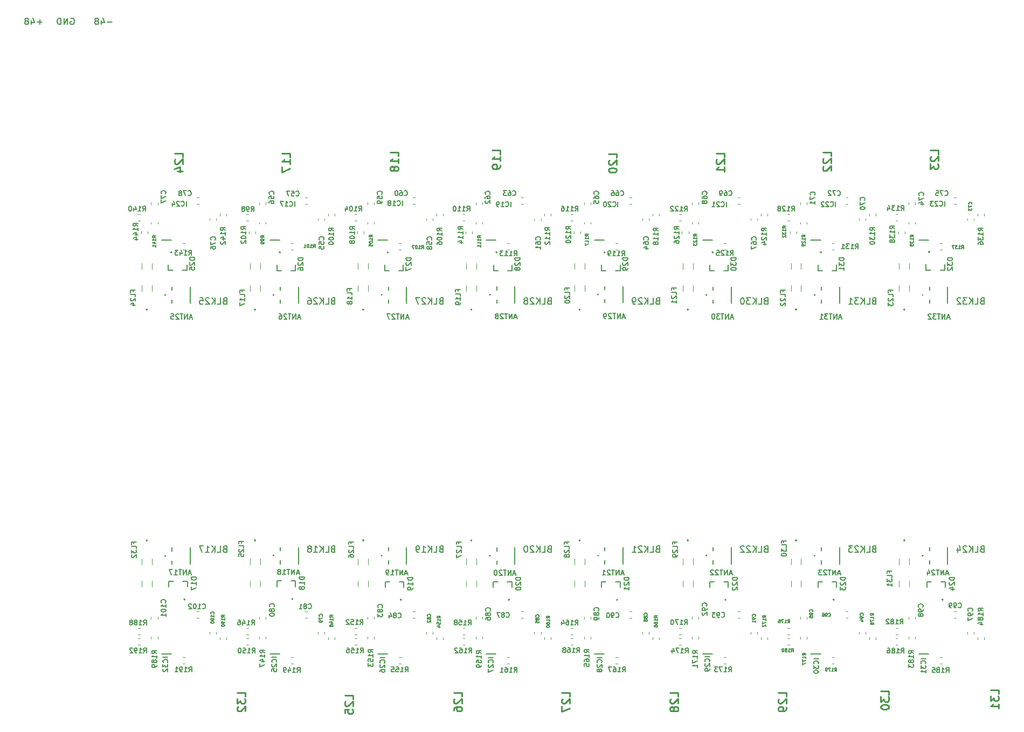
<source format=gbo>
G04 #@! TF.GenerationSoftware,KiCad,Pcbnew,(6.0.2)*
G04 #@! TF.CreationDate,2022-06-24T14:50:25-04:00*
G04 #@! TF.ProjectId,ARTIQAmp,41525449-5141-46d7-902e-6b696361645f,rev?*
G04 #@! TF.SameCoordinates,Original*
G04 #@! TF.FileFunction,Legend,Bot*
G04 #@! TF.FilePolarity,Positive*
%FSLAX46Y46*%
G04 Gerber Fmt 4.6, Leading zero omitted, Abs format (unit mm)*
G04 Created by KiCad (PCBNEW (6.0.2)) date 2022-06-24 14:50:25*
%MOMM*%
%LPD*%
G01*
G04 APERTURE LIST*
%ADD10C,0.150000*%
%ADD11C,0.127000*%
%ADD12C,0.254000*%
%ADD13C,0.200000*%
%ADD14C,0.120000*%
%ADD15C,0.100000*%
G04 APERTURE END LIST*
D10*
X188331071Y-68928571D02*
X188188214Y-68976190D01*
X188140595Y-69023809D01*
X188092976Y-69119047D01*
X188092976Y-69261904D01*
X188140595Y-69357142D01*
X188188214Y-69404761D01*
X188283452Y-69452380D01*
X188664404Y-69452380D01*
X188664404Y-68452380D01*
X188331071Y-68452380D01*
X188235833Y-68500000D01*
X188188214Y-68547619D01*
X188140595Y-68642857D01*
X188140595Y-68738095D01*
X188188214Y-68833333D01*
X188235833Y-68880952D01*
X188331071Y-68928571D01*
X188664404Y-68928571D01*
X187188214Y-69452380D02*
X187664404Y-69452380D01*
X187664404Y-68452380D01*
X186854880Y-69452380D02*
X186854880Y-68452380D01*
X186283452Y-69452380D02*
X186712023Y-68880952D01*
X186283452Y-68452380D02*
X186854880Y-69023809D01*
X185950119Y-68452380D02*
X185331071Y-68452380D01*
X185664404Y-68833333D01*
X185521547Y-68833333D01*
X185426309Y-68880952D01*
X185378690Y-68928571D01*
X185331071Y-69023809D01*
X185331071Y-69261904D01*
X185378690Y-69357142D01*
X185426309Y-69404761D01*
X185521547Y-69452380D01*
X185807261Y-69452380D01*
X185902500Y-69404761D01*
X185950119Y-69357142D01*
X184950119Y-68547619D02*
X184902500Y-68500000D01*
X184807261Y-68452380D01*
X184569166Y-68452380D01*
X184473928Y-68500000D01*
X184426309Y-68547619D01*
X184378690Y-68642857D01*
X184378690Y-68738095D01*
X184426309Y-68880952D01*
X184997738Y-69452380D01*
X184378690Y-69452380D01*
X188331071Y-107928571D02*
X188188214Y-107976190D01*
X188140595Y-108023809D01*
X188092976Y-108119047D01*
X188092976Y-108261904D01*
X188140595Y-108357142D01*
X188188214Y-108404761D01*
X188283452Y-108452380D01*
X188664404Y-108452380D01*
X188664404Y-107452380D01*
X188331071Y-107452380D01*
X188235833Y-107500000D01*
X188188214Y-107547619D01*
X188140595Y-107642857D01*
X188140595Y-107738095D01*
X188188214Y-107833333D01*
X188235833Y-107880952D01*
X188331071Y-107928571D01*
X188664404Y-107928571D01*
X187188214Y-108452380D02*
X187664404Y-108452380D01*
X187664404Y-107452380D01*
X186854880Y-108452380D02*
X186854880Y-107452380D01*
X186283452Y-108452380D02*
X186712023Y-107880952D01*
X186283452Y-107452380D02*
X186854880Y-108023809D01*
X185902500Y-107547619D02*
X185854880Y-107500000D01*
X185759642Y-107452380D01*
X185521547Y-107452380D01*
X185426309Y-107500000D01*
X185378690Y-107547619D01*
X185331071Y-107642857D01*
X185331071Y-107738095D01*
X185378690Y-107880952D01*
X185950119Y-108452380D01*
X185331071Y-108452380D01*
X184473928Y-107785714D02*
X184473928Y-108452380D01*
X184712023Y-107404761D02*
X184950119Y-108119047D01*
X184331071Y-108119047D01*
X86331071Y-68928571D02*
X86188214Y-68976190D01*
X86140595Y-69023809D01*
X86092976Y-69119047D01*
X86092976Y-69261904D01*
X86140595Y-69357142D01*
X86188214Y-69404761D01*
X86283452Y-69452380D01*
X86664404Y-69452380D01*
X86664404Y-68452380D01*
X86331071Y-68452380D01*
X86235833Y-68500000D01*
X86188214Y-68547619D01*
X86140595Y-68642857D01*
X86140595Y-68738095D01*
X86188214Y-68833333D01*
X86235833Y-68880952D01*
X86331071Y-68928571D01*
X86664404Y-68928571D01*
X85188214Y-69452380D02*
X85664404Y-69452380D01*
X85664404Y-68452380D01*
X84854880Y-69452380D02*
X84854880Y-68452380D01*
X84283452Y-69452380D02*
X84712023Y-68880952D01*
X84283452Y-68452380D02*
X84854880Y-69023809D01*
X83902500Y-68547619D02*
X83854880Y-68500000D01*
X83759642Y-68452380D01*
X83521547Y-68452380D01*
X83426309Y-68500000D01*
X83378690Y-68547619D01*
X83331071Y-68642857D01*
X83331071Y-68738095D01*
X83378690Y-68880952D01*
X83950119Y-69452380D01*
X83331071Y-69452380D01*
X82473928Y-68452380D02*
X82664404Y-68452380D01*
X82759642Y-68500000D01*
X82807261Y-68547619D01*
X82902500Y-68690476D01*
X82950119Y-68880952D01*
X82950119Y-69261904D01*
X82902500Y-69357142D01*
X82854880Y-69404761D01*
X82759642Y-69452380D01*
X82569166Y-69452380D01*
X82473928Y-69404761D01*
X82426309Y-69357142D01*
X82378690Y-69261904D01*
X82378690Y-69023809D01*
X82426309Y-68928571D01*
X82473928Y-68880952D01*
X82569166Y-68833333D01*
X82759642Y-68833333D01*
X82854880Y-68880952D01*
X82902500Y-68928571D01*
X82950119Y-69023809D01*
X137331071Y-68928571D02*
X137188214Y-68976190D01*
X137140595Y-69023809D01*
X137092976Y-69119047D01*
X137092976Y-69261904D01*
X137140595Y-69357142D01*
X137188214Y-69404761D01*
X137283452Y-69452380D01*
X137664404Y-69452380D01*
X137664404Y-68452380D01*
X137331071Y-68452380D01*
X137235833Y-68500000D01*
X137188214Y-68547619D01*
X137140595Y-68642857D01*
X137140595Y-68738095D01*
X137188214Y-68833333D01*
X137235833Y-68880952D01*
X137331071Y-68928571D01*
X137664404Y-68928571D01*
X136188214Y-69452380D02*
X136664404Y-69452380D01*
X136664404Y-68452380D01*
X135854880Y-69452380D02*
X135854880Y-68452380D01*
X135283452Y-69452380D02*
X135712023Y-68880952D01*
X135283452Y-68452380D02*
X135854880Y-69023809D01*
X134902500Y-68547619D02*
X134854880Y-68500000D01*
X134759642Y-68452380D01*
X134521547Y-68452380D01*
X134426309Y-68500000D01*
X134378690Y-68547619D01*
X134331071Y-68642857D01*
X134331071Y-68738095D01*
X134378690Y-68880952D01*
X134950119Y-69452380D01*
X134331071Y-69452380D01*
X133854880Y-69452380D02*
X133664404Y-69452380D01*
X133569166Y-69404761D01*
X133521547Y-69357142D01*
X133426309Y-69214285D01*
X133378690Y-69023809D01*
X133378690Y-68642857D01*
X133426309Y-68547619D01*
X133473928Y-68500000D01*
X133569166Y-68452380D01*
X133759642Y-68452380D01*
X133854880Y-68500000D01*
X133902500Y-68547619D01*
X133950119Y-68642857D01*
X133950119Y-68880952D01*
X133902500Y-68976190D01*
X133854880Y-69023809D01*
X133759642Y-69071428D01*
X133569166Y-69071428D01*
X133473928Y-69023809D01*
X133426309Y-68976190D01*
X133378690Y-68880952D01*
X103331071Y-107928571D02*
X103188214Y-107976190D01*
X103140595Y-108023809D01*
X103092976Y-108119047D01*
X103092976Y-108261904D01*
X103140595Y-108357142D01*
X103188214Y-108404761D01*
X103283452Y-108452380D01*
X103664404Y-108452380D01*
X103664404Y-107452380D01*
X103331071Y-107452380D01*
X103235833Y-107500000D01*
X103188214Y-107547619D01*
X103140595Y-107642857D01*
X103140595Y-107738095D01*
X103188214Y-107833333D01*
X103235833Y-107880952D01*
X103331071Y-107928571D01*
X103664404Y-107928571D01*
X102188214Y-108452380D02*
X102664404Y-108452380D01*
X102664404Y-107452380D01*
X101854880Y-108452380D02*
X101854880Y-107452380D01*
X101283452Y-108452380D02*
X101712023Y-107880952D01*
X101283452Y-107452380D02*
X101854880Y-108023809D01*
X100331071Y-108452380D02*
X100902500Y-108452380D01*
X100616785Y-108452380D02*
X100616785Y-107452380D01*
X100712023Y-107595238D01*
X100807261Y-107690476D01*
X100902500Y-107738095D01*
X99854880Y-108452380D02*
X99664404Y-108452380D01*
X99569166Y-108404761D01*
X99521547Y-108357142D01*
X99426309Y-108214285D01*
X99378690Y-108023809D01*
X99378690Y-107642857D01*
X99426309Y-107547619D01*
X99473928Y-107500000D01*
X99569166Y-107452380D01*
X99759642Y-107452380D01*
X99854880Y-107500000D01*
X99902500Y-107547619D01*
X99950119Y-107642857D01*
X99950119Y-107880952D01*
X99902500Y-107976190D01*
X99854880Y-108023809D01*
X99759642Y-108071428D01*
X99569166Y-108071428D01*
X99473928Y-108023809D01*
X99426309Y-107976190D01*
X99378690Y-107880952D01*
X40664404Y-25071428D02*
X39902500Y-25071428D01*
X40283452Y-25452380D02*
X40283452Y-24690476D01*
X38997738Y-24785714D02*
X38997738Y-25452380D01*
X39235833Y-24404761D02*
X39473928Y-25119047D01*
X38854880Y-25119047D01*
X38331071Y-24880952D02*
X38426309Y-24833333D01*
X38473928Y-24785714D01*
X38521547Y-24690476D01*
X38521547Y-24642857D01*
X38473928Y-24547619D01*
X38426309Y-24500000D01*
X38331071Y-24452380D01*
X38140595Y-24452380D01*
X38045357Y-24500000D01*
X37997738Y-24547619D01*
X37950119Y-24642857D01*
X37950119Y-24690476D01*
X37997738Y-24785714D01*
X38045357Y-24833333D01*
X38140595Y-24880952D01*
X38331071Y-24880952D01*
X38426309Y-24928571D01*
X38473928Y-24976190D01*
X38521547Y-25071428D01*
X38521547Y-25261904D01*
X38473928Y-25357142D01*
X38426309Y-25404761D01*
X38331071Y-25452380D01*
X38140595Y-25452380D01*
X38045357Y-25404761D01*
X37997738Y-25357142D01*
X37950119Y-25261904D01*
X37950119Y-25071428D01*
X37997738Y-24976190D01*
X38045357Y-24928571D01*
X38140595Y-24880952D01*
X103331071Y-68928571D02*
X103188214Y-68976190D01*
X103140595Y-69023809D01*
X103092976Y-69119047D01*
X103092976Y-69261904D01*
X103140595Y-69357142D01*
X103188214Y-69404761D01*
X103283452Y-69452380D01*
X103664404Y-69452380D01*
X103664404Y-68452380D01*
X103331071Y-68452380D01*
X103235833Y-68500000D01*
X103188214Y-68547619D01*
X103140595Y-68642857D01*
X103140595Y-68738095D01*
X103188214Y-68833333D01*
X103235833Y-68880952D01*
X103331071Y-68928571D01*
X103664404Y-68928571D01*
X102188214Y-69452380D02*
X102664404Y-69452380D01*
X102664404Y-68452380D01*
X101854880Y-69452380D02*
X101854880Y-68452380D01*
X101283452Y-69452380D02*
X101712023Y-68880952D01*
X101283452Y-68452380D02*
X101854880Y-69023809D01*
X100902500Y-68547619D02*
X100854880Y-68500000D01*
X100759642Y-68452380D01*
X100521547Y-68452380D01*
X100426309Y-68500000D01*
X100378690Y-68547619D01*
X100331071Y-68642857D01*
X100331071Y-68738095D01*
X100378690Y-68880952D01*
X100950119Y-69452380D01*
X100331071Y-69452380D01*
X99997738Y-68452380D02*
X99331071Y-68452380D01*
X99759642Y-69452380D01*
X86331071Y-107928571D02*
X86188214Y-107976190D01*
X86140595Y-108023809D01*
X86092976Y-108119047D01*
X86092976Y-108261904D01*
X86140595Y-108357142D01*
X86188214Y-108404761D01*
X86283452Y-108452380D01*
X86664404Y-108452380D01*
X86664404Y-107452380D01*
X86331071Y-107452380D01*
X86235833Y-107500000D01*
X86188214Y-107547619D01*
X86140595Y-107642857D01*
X86140595Y-107738095D01*
X86188214Y-107833333D01*
X86235833Y-107880952D01*
X86331071Y-107928571D01*
X86664404Y-107928571D01*
X85188214Y-108452380D02*
X85664404Y-108452380D01*
X85664404Y-107452380D01*
X84854880Y-108452380D02*
X84854880Y-107452380D01*
X84283452Y-108452380D02*
X84712023Y-107880952D01*
X84283452Y-107452380D02*
X84854880Y-108023809D01*
X83331071Y-108452380D02*
X83902500Y-108452380D01*
X83616785Y-108452380D02*
X83616785Y-107452380D01*
X83712023Y-107595238D01*
X83807261Y-107690476D01*
X83902500Y-107738095D01*
X82759642Y-107880952D02*
X82854880Y-107833333D01*
X82902500Y-107785714D01*
X82950119Y-107690476D01*
X82950119Y-107642857D01*
X82902500Y-107547619D01*
X82854880Y-107500000D01*
X82759642Y-107452380D01*
X82569166Y-107452380D01*
X82473928Y-107500000D01*
X82426309Y-107547619D01*
X82378690Y-107642857D01*
X82378690Y-107690476D01*
X82426309Y-107785714D01*
X82473928Y-107833333D01*
X82569166Y-107880952D01*
X82759642Y-107880952D01*
X82854880Y-107928571D01*
X82902500Y-107976190D01*
X82950119Y-108071428D01*
X82950119Y-108261904D01*
X82902500Y-108357142D01*
X82854880Y-108404761D01*
X82759642Y-108452380D01*
X82569166Y-108452380D01*
X82473928Y-108404761D01*
X82426309Y-108357142D01*
X82378690Y-108261904D01*
X82378690Y-108071428D01*
X82426309Y-107976190D01*
X82473928Y-107928571D01*
X82569166Y-107880952D01*
X171331071Y-68928571D02*
X171188214Y-68976190D01*
X171140595Y-69023809D01*
X171092976Y-69119047D01*
X171092976Y-69261904D01*
X171140595Y-69357142D01*
X171188214Y-69404761D01*
X171283452Y-69452380D01*
X171664404Y-69452380D01*
X171664404Y-68452380D01*
X171331071Y-68452380D01*
X171235833Y-68500000D01*
X171188214Y-68547619D01*
X171140595Y-68642857D01*
X171140595Y-68738095D01*
X171188214Y-68833333D01*
X171235833Y-68880952D01*
X171331071Y-68928571D01*
X171664404Y-68928571D01*
X170188214Y-69452380D02*
X170664404Y-69452380D01*
X170664404Y-68452380D01*
X169854880Y-69452380D02*
X169854880Y-68452380D01*
X169283452Y-69452380D02*
X169712023Y-68880952D01*
X169283452Y-68452380D02*
X169854880Y-69023809D01*
X168950119Y-68452380D02*
X168331071Y-68452380D01*
X168664404Y-68833333D01*
X168521547Y-68833333D01*
X168426309Y-68880952D01*
X168378690Y-68928571D01*
X168331071Y-69023809D01*
X168331071Y-69261904D01*
X168378690Y-69357142D01*
X168426309Y-69404761D01*
X168521547Y-69452380D01*
X168807261Y-69452380D01*
X168902500Y-69404761D01*
X168950119Y-69357142D01*
X167378690Y-69452380D02*
X167950119Y-69452380D01*
X167664404Y-69452380D02*
X167664404Y-68452380D01*
X167759642Y-68595238D01*
X167854880Y-68690476D01*
X167950119Y-68738095D01*
X69331071Y-107928571D02*
X69188214Y-107976190D01*
X69140595Y-108023809D01*
X69092976Y-108119047D01*
X69092976Y-108261904D01*
X69140595Y-108357142D01*
X69188214Y-108404761D01*
X69283452Y-108452380D01*
X69664404Y-108452380D01*
X69664404Y-107452380D01*
X69331071Y-107452380D01*
X69235833Y-107500000D01*
X69188214Y-107547619D01*
X69140595Y-107642857D01*
X69140595Y-107738095D01*
X69188214Y-107833333D01*
X69235833Y-107880952D01*
X69331071Y-107928571D01*
X69664404Y-107928571D01*
X68188214Y-108452380D02*
X68664404Y-108452380D01*
X68664404Y-107452380D01*
X67854880Y-108452380D02*
X67854880Y-107452380D01*
X67283452Y-108452380D02*
X67712023Y-107880952D01*
X67283452Y-107452380D02*
X67854880Y-108023809D01*
X66331071Y-108452380D02*
X66902500Y-108452380D01*
X66616785Y-108452380D02*
X66616785Y-107452380D01*
X66712023Y-107595238D01*
X66807261Y-107690476D01*
X66902500Y-107738095D01*
X65997738Y-107452380D02*
X65331071Y-107452380D01*
X65759642Y-108452380D01*
X120331071Y-107928571D02*
X120188214Y-107976190D01*
X120140595Y-108023809D01*
X120092976Y-108119047D01*
X120092976Y-108261904D01*
X120140595Y-108357142D01*
X120188214Y-108404761D01*
X120283452Y-108452380D01*
X120664404Y-108452380D01*
X120664404Y-107452380D01*
X120331071Y-107452380D01*
X120235833Y-107500000D01*
X120188214Y-107547619D01*
X120140595Y-107642857D01*
X120140595Y-107738095D01*
X120188214Y-107833333D01*
X120235833Y-107880952D01*
X120331071Y-107928571D01*
X120664404Y-107928571D01*
X119188214Y-108452380D02*
X119664404Y-108452380D01*
X119664404Y-107452380D01*
X118854880Y-108452380D02*
X118854880Y-107452380D01*
X118283452Y-108452380D02*
X118712023Y-107880952D01*
X118283452Y-107452380D02*
X118854880Y-108023809D01*
X117902500Y-107547619D02*
X117854880Y-107500000D01*
X117759642Y-107452380D01*
X117521547Y-107452380D01*
X117426309Y-107500000D01*
X117378690Y-107547619D01*
X117331071Y-107642857D01*
X117331071Y-107738095D01*
X117378690Y-107880952D01*
X117950119Y-108452380D01*
X117331071Y-108452380D01*
X116712023Y-107452380D02*
X116616785Y-107452380D01*
X116521547Y-107500000D01*
X116473928Y-107547619D01*
X116426309Y-107642857D01*
X116378690Y-107833333D01*
X116378690Y-108071428D01*
X116426309Y-108261904D01*
X116473928Y-108357142D01*
X116521547Y-108404761D01*
X116616785Y-108452380D01*
X116712023Y-108452380D01*
X116807261Y-108404761D01*
X116854880Y-108357142D01*
X116902500Y-108261904D01*
X116950119Y-108071428D01*
X116950119Y-107833333D01*
X116902500Y-107642857D01*
X116854880Y-107547619D01*
X116807261Y-107500000D01*
X116712023Y-107452380D01*
X137331071Y-107928571D02*
X137188214Y-107976190D01*
X137140595Y-108023809D01*
X137092976Y-108119047D01*
X137092976Y-108261904D01*
X137140595Y-108357142D01*
X137188214Y-108404761D01*
X137283452Y-108452380D01*
X137664404Y-108452380D01*
X137664404Y-107452380D01*
X137331071Y-107452380D01*
X137235833Y-107500000D01*
X137188214Y-107547619D01*
X137140595Y-107642857D01*
X137140595Y-107738095D01*
X137188214Y-107833333D01*
X137235833Y-107880952D01*
X137331071Y-107928571D01*
X137664404Y-107928571D01*
X136188214Y-108452380D02*
X136664404Y-108452380D01*
X136664404Y-107452380D01*
X135854880Y-108452380D02*
X135854880Y-107452380D01*
X135283452Y-108452380D02*
X135712023Y-107880952D01*
X135283452Y-107452380D02*
X135854880Y-108023809D01*
X134902500Y-107547619D02*
X134854880Y-107500000D01*
X134759642Y-107452380D01*
X134521547Y-107452380D01*
X134426309Y-107500000D01*
X134378690Y-107547619D01*
X134331071Y-107642857D01*
X134331071Y-107738095D01*
X134378690Y-107880952D01*
X134950119Y-108452380D01*
X134331071Y-108452380D01*
X133378690Y-108452380D02*
X133950119Y-108452380D01*
X133664404Y-108452380D02*
X133664404Y-107452380D01*
X133759642Y-107595238D01*
X133854880Y-107690476D01*
X133950119Y-107738095D01*
X171331071Y-107928571D02*
X171188214Y-107976190D01*
X171140595Y-108023809D01*
X171092976Y-108119047D01*
X171092976Y-108261904D01*
X171140595Y-108357142D01*
X171188214Y-108404761D01*
X171283452Y-108452380D01*
X171664404Y-108452380D01*
X171664404Y-107452380D01*
X171331071Y-107452380D01*
X171235833Y-107500000D01*
X171188214Y-107547619D01*
X171140595Y-107642857D01*
X171140595Y-107738095D01*
X171188214Y-107833333D01*
X171235833Y-107880952D01*
X171331071Y-107928571D01*
X171664404Y-107928571D01*
X170188214Y-108452380D02*
X170664404Y-108452380D01*
X170664404Y-107452380D01*
X169854880Y-108452380D02*
X169854880Y-107452380D01*
X169283452Y-108452380D02*
X169712023Y-107880952D01*
X169283452Y-107452380D02*
X169854880Y-108023809D01*
X168902500Y-107547619D02*
X168854880Y-107500000D01*
X168759642Y-107452380D01*
X168521547Y-107452380D01*
X168426309Y-107500000D01*
X168378690Y-107547619D01*
X168331071Y-107642857D01*
X168331071Y-107738095D01*
X168378690Y-107880952D01*
X168950119Y-108452380D01*
X168331071Y-108452380D01*
X167997738Y-107452380D02*
X167378690Y-107452380D01*
X167712023Y-107833333D01*
X167569166Y-107833333D01*
X167473928Y-107880952D01*
X167426309Y-107928571D01*
X167378690Y-108023809D01*
X167378690Y-108261904D01*
X167426309Y-108357142D01*
X167473928Y-108404761D01*
X167569166Y-108452380D01*
X167854880Y-108452380D01*
X167950119Y-108404761D01*
X167997738Y-108357142D01*
X120331071Y-68928571D02*
X120188214Y-68976190D01*
X120140595Y-69023809D01*
X120092976Y-69119047D01*
X120092976Y-69261904D01*
X120140595Y-69357142D01*
X120188214Y-69404761D01*
X120283452Y-69452380D01*
X120664404Y-69452380D01*
X120664404Y-68452380D01*
X120331071Y-68452380D01*
X120235833Y-68500000D01*
X120188214Y-68547619D01*
X120140595Y-68642857D01*
X120140595Y-68738095D01*
X120188214Y-68833333D01*
X120235833Y-68880952D01*
X120331071Y-68928571D01*
X120664404Y-68928571D01*
X119188214Y-69452380D02*
X119664404Y-69452380D01*
X119664404Y-68452380D01*
X118854880Y-69452380D02*
X118854880Y-68452380D01*
X118283452Y-69452380D02*
X118712023Y-68880952D01*
X118283452Y-68452380D02*
X118854880Y-69023809D01*
X117902500Y-68547619D02*
X117854880Y-68500000D01*
X117759642Y-68452380D01*
X117521547Y-68452380D01*
X117426309Y-68500000D01*
X117378690Y-68547619D01*
X117331071Y-68642857D01*
X117331071Y-68738095D01*
X117378690Y-68880952D01*
X117950119Y-69452380D01*
X117331071Y-69452380D01*
X116759642Y-68880952D02*
X116854880Y-68833333D01*
X116902500Y-68785714D01*
X116950119Y-68690476D01*
X116950119Y-68642857D01*
X116902500Y-68547619D01*
X116854880Y-68500000D01*
X116759642Y-68452380D01*
X116569166Y-68452380D01*
X116473928Y-68500000D01*
X116426309Y-68547619D01*
X116378690Y-68642857D01*
X116378690Y-68690476D01*
X116426309Y-68785714D01*
X116473928Y-68833333D01*
X116569166Y-68880952D01*
X116759642Y-68880952D01*
X116854880Y-68928571D01*
X116902500Y-68976190D01*
X116950119Y-69071428D01*
X116950119Y-69261904D01*
X116902500Y-69357142D01*
X116854880Y-69404761D01*
X116759642Y-69452380D01*
X116569166Y-69452380D01*
X116473928Y-69404761D01*
X116426309Y-69357142D01*
X116378690Y-69261904D01*
X116378690Y-69071428D01*
X116426309Y-68976190D01*
X116473928Y-68928571D01*
X116569166Y-68880952D01*
X69331071Y-68928571D02*
X69188214Y-68976190D01*
X69140595Y-69023809D01*
X69092976Y-69119047D01*
X69092976Y-69261904D01*
X69140595Y-69357142D01*
X69188214Y-69404761D01*
X69283452Y-69452380D01*
X69664404Y-69452380D01*
X69664404Y-68452380D01*
X69331071Y-68452380D01*
X69235833Y-68500000D01*
X69188214Y-68547619D01*
X69140595Y-68642857D01*
X69140595Y-68738095D01*
X69188214Y-68833333D01*
X69235833Y-68880952D01*
X69331071Y-68928571D01*
X69664404Y-68928571D01*
X68188214Y-69452380D02*
X68664404Y-69452380D01*
X68664404Y-68452380D01*
X67854880Y-69452380D02*
X67854880Y-68452380D01*
X67283452Y-69452380D02*
X67712023Y-68880952D01*
X67283452Y-68452380D02*
X67854880Y-69023809D01*
X66902500Y-68547619D02*
X66854880Y-68500000D01*
X66759642Y-68452380D01*
X66521547Y-68452380D01*
X66426309Y-68500000D01*
X66378690Y-68547619D01*
X66331071Y-68642857D01*
X66331071Y-68738095D01*
X66378690Y-68880952D01*
X66950119Y-69452380D01*
X66331071Y-69452380D01*
X65426309Y-68452380D02*
X65902500Y-68452380D01*
X65950119Y-68928571D01*
X65902500Y-68880952D01*
X65807261Y-68833333D01*
X65569166Y-68833333D01*
X65473928Y-68880952D01*
X65426309Y-68928571D01*
X65378690Y-69023809D01*
X65378690Y-69261904D01*
X65426309Y-69357142D01*
X65473928Y-69404761D01*
X65569166Y-69452380D01*
X65807261Y-69452380D01*
X65902500Y-69404761D01*
X65950119Y-69357142D01*
X154331071Y-68928571D02*
X154188214Y-68976190D01*
X154140595Y-69023809D01*
X154092976Y-69119047D01*
X154092976Y-69261904D01*
X154140595Y-69357142D01*
X154188214Y-69404761D01*
X154283452Y-69452380D01*
X154664404Y-69452380D01*
X154664404Y-68452380D01*
X154331071Y-68452380D01*
X154235833Y-68500000D01*
X154188214Y-68547619D01*
X154140595Y-68642857D01*
X154140595Y-68738095D01*
X154188214Y-68833333D01*
X154235833Y-68880952D01*
X154331071Y-68928571D01*
X154664404Y-68928571D01*
X153188214Y-69452380D02*
X153664404Y-69452380D01*
X153664404Y-68452380D01*
X152854880Y-69452380D02*
X152854880Y-68452380D01*
X152283452Y-69452380D02*
X152712023Y-68880952D01*
X152283452Y-68452380D02*
X152854880Y-69023809D01*
X151950119Y-68452380D02*
X151331071Y-68452380D01*
X151664404Y-68833333D01*
X151521547Y-68833333D01*
X151426309Y-68880952D01*
X151378690Y-68928571D01*
X151331071Y-69023809D01*
X151331071Y-69261904D01*
X151378690Y-69357142D01*
X151426309Y-69404761D01*
X151521547Y-69452380D01*
X151807261Y-69452380D01*
X151902500Y-69404761D01*
X151950119Y-69357142D01*
X150712023Y-68452380D02*
X150616785Y-68452380D01*
X150521547Y-68500000D01*
X150473928Y-68547619D01*
X150426309Y-68642857D01*
X150378690Y-68833333D01*
X150378690Y-69071428D01*
X150426309Y-69261904D01*
X150473928Y-69357142D01*
X150521547Y-69404761D01*
X150616785Y-69452380D01*
X150712023Y-69452380D01*
X150807261Y-69404761D01*
X150854880Y-69357142D01*
X150902500Y-69261904D01*
X150950119Y-69071428D01*
X150950119Y-68833333D01*
X150902500Y-68642857D01*
X150854880Y-68547619D01*
X150807261Y-68500000D01*
X150712023Y-68452380D01*
X51664404Y-25071428D02*
X50902500Y-25071428D01*
X49997738Y-24785714D02*
X49997738Y-25452380D01*
X50235833Y-24404761D02*
X50473928Y-25119047D01*
X49854880Y-25119047D01*
X49331071Y-24880952D02*
X49426309Y-24833333D01*
X49473928Y-24785714D01*
X49521547Y-24690476D01*
X49521547Y-24642857D01*
X49473928Y-24547619D01*
X49426309Y-24500000D01*
X49331071Y-24452380D01*
X49140595Y-24452380D01*
X49045357Y-24500000D01*
X48997738Y-24547619D01*
X48950119Y-24642857D01*
X48950119Y-24690476D01*
X48997738Y-24785714D01*
X49045357Y-24833333D01*
X49140595Y-24880952D01*
X49331071Y-24880952D01*
X49426309Y-24928571D01*
X49473928Y-24976190D01*
X49521547Y-25071428D01*
X49521547Y-25261904D01*
X49473928Y-25357142D01*
X49426309Y-25404761D01*
X49331071Y-25452380D01*
X49140595Y-25452380D01*
X49045357Y-25404761D01*
X48997738Y-25357142D01*
X48950119Y-25261904D01*
X48950119Y-25071428D01*
X48997738Y-24976190D01*
X49045357Y-24928571D01*
X49140595Y-24880952D01*
X45140595Y-24500000D02*
X45235833Y-24452380D01*
X45378690Y-24452380D01*
X45521547Y-24500000D01*
X45616785Y-24595238D01*
X45664404Y-24690476D01*
X45712023Y-24880952D01*
X45712023Y-25023809D01*
X45664404Y-25214285D01*
X45616785Y-25309523D01*
X45521547Y-25404761D01*
X45378690Y-25452380D01*
X45283452Y-25452380D01*
X45140595Y-25404761D01*
X45092976Y-25357142D01*
X45092976Y-25023809D01*
X45283452Y-25023809D01*
X44664404Y-25452380D02*
X44664404Y-24452380D01*
X44092976Y-25452380D01*
X44092976Y-24452380D01*
X43616785Y-25452380D02*
X43616785Y-24452380D01*
X43378690Y-24452380D01*
X43235833Y-24500000D01*
X43140595Y-24595238D01*
X43092976Y-24690476D01*
X43045357Y-24880952D01*
X43045357Y-25023809D01*
X43092976Y-25214285D01*
X43140595Y-25309523D01*
X43235833Y-25404761D01*
X43378690Y-25452380D01*
X43616785Y-25452380D01*
X154331071Y-107928571D02*
X154188214Y-107976190D01*
X154140595Y-108023809D01*
X154092976Y-108119047D01*
X154092976Y-108261904D01*
X154140595Y-108357142D01*
X154188214Y-108404761D01*
X154283452Y-108452380D01*
X154664404Y-108452380D01*
X154664404Y-107452380D01*
X154331071Y-107452380D01*
X154235833Y-107500000D01*
X154188214Y-107547619D01*
X154140595Y-107642857D01*
X154140595Y-107738095D01*
X154188214Y-107833333D01*
X154235833Y-107880952D01*
X154331071Y-107928571D01*
X154664404Y-107928571D01*
X153188214Y-108452380D02*
X153664404Y-108452380D01*
X153664404Y-107452380D01*
X152854880Y-108452380D02*
X152854880Y-107452380D01*
X152283452Y-108452380D02*
X152712023Y-107880952D01*
X152283452Y-107452380D02*
X152854880Y-108023809D01*
X151902500Y-107547619D02*
X151854880Y-107500000D01*
X151759642Y-107452380D01*
X151521547Y-107452380D01*
X151426309Y-107500000D01*
X151378690Y-107547619D01*
X151331071Y-107642857D01*
X151331071Y-107738095D01*
X151378690Y-107880952D01*
X151950119Y-108452380D01*
X151331071Y-108452380D01*
X150950119Y-107547619D02*
X150902500Y-107500000D01*
X150807261Y-107452380D01*
X150569166Y-107452380D01*
X150473928Y-107500000D01*
X150426309Y-107547619D01*
X150378690Y-107642857D01*
X150378690Y-107738095D01*
X150426309Y-107880952D01*
X150997738Y-108452380D01*
X150378690Y-108452380D01*
D11*
X63306714Y-54019714D02*
X63306714Y-53257714D01*
X62508428Y-53947142D02*
X62544714Y-53983428D01*
X62653571Y-54019714D01*
X62726142Y-54019714D01*
X62835000Y-53983428D01*
X62907571Y-53910857D01*
X62943857Y-53838285D01*
X62980142Y-53693142D01*
X62980142Y-53584285D01*
X62943857Y-53439142D01*
X62907571Y-53366571D01*
X62835000Y-53294000D01*
X62726142Y-53257714D01*
X62653571Y-53257714D01*
X62544714Y-53294000D01*
X62508428Y-53330285D01*
X62218142Y-53330285D02*
X62181857Y-53294000D01*
X62109285Y-53257714D01*
X61927857Y-53257714D01*
X61855285Y-53294000D01*
X61819000Y-53330285D01*
X61782714Y-53402857D01*
X61782714Y-53475428D01*
X61819000Y-53584285D01*
X62254428Y-54019714D01*
X61782714Y-54019714D01*
X61129571Y-53511714D02*
X61129571Y-54019714D01*
X61311000Y-53221428D02*
X61492428Y-53765714D01*
X61020714Y-53765714D01*
X165306714Y-54094714D02*
X165306714Y-53332714D01*
X164508428Y-54022142D02*
X164544714Y-54058428D01*
X164653571Y-54094714D01*
X164726142Y-54094714D01*
X164835000Y-54058428D01*
X164907571Y-53985857D01*
X164943857Y-53913285D01*
X164980142Y-53768142D01*
X164980142Y-53659285D01*
X164943857Y-53514142D01*
X164907571Y-53441571D01*
X164835000Y-53369000D01*
X164726142Y-53332714D01*
X164653571Y-53332714D01*
X164544714Y-53369000D01*
X164508428Y-53405285D01*
X164218142Y-53405285D02*
X164181857Y-53369000D01*
X164109285Y-53332714D01*
X163927857Y-53332714D01*
X163855285Y-53369000D01*
X163819000Y-53405285D01*
X163782714Y-53477857D01*
X163782714Y-53550428D01*
X163819000Y-53659285D01*
X164254428Y-54094714D01*
X163782714Y-54094714D01*
X163492428Y-53405285D02*
X163456142Y-53369000D01*
X163383571Y-53332714D01*
X163202142Y-53332714D01*
X163129571Y-53369000D01*
X163093285Y-53405285D01*
X163057000Y-53477857D01*
X163057000Y-53550428D01*
X163093285Y-53659285D01*
X163528714Y-54094714D01*
X163057000Y-54094714D01*
X97256714Y-53919714D02*
X97256714Y-53157714D01*
X96458428Y-53847142D02*
X96494714Y-53883428D01*
X96603571Y-53919714D01*
X96676142Y-53919714D01*
X96785000Y-53883428D01*
X96857571Y-53810857D01*
X96893857Y-53738285D01*
X96930142Y-53593142D01*
X96930142Y-53484285D01*
X96893857Y-53339142D01*
X96857571Y-53266571D01*
X96785000Y-53194000D01*
X96676142Y-53157714D01*
X96603571Y-53157714D01*
X96494714Y-53194000D01*
X96458428Y-53230285D01*
X95732714Y-53919714D02*
X96168142Y-53919714D01*
X95950428Y-53919714D02*
X95950428Y-53157714D01*
X96023000Y-53266571D01*
X96095571Y-53339142D01*
X96168142Y-53375428D01*
X95297285Y-53484285D02*
X95369857Y-53448000D01*
X95406142Y-53411714D01*
X95442428Y-53339142D01*
X95442428Y-53302857D01*
X95406142Y-53230285D01*
X95369857Y-53194000D01*
X95297285Y-53157714D01*
X95152142Y-53157714D01*
X95079571Y-53194000D01*
X95043285Y-53230285D01*
X95007000Y-53302857D01*
X95007000Y-53339142D01*
X95043285Y-53411714D01*
X95079571Y-53448000D01*
X95152142Y-53484285D01*
X95297285Y-53484285D01*
X95369857Y-53520571D01*
X95406142Y-53556857D01*
X95442428Y-53629428D01*
X95442428Y-53774571D01*
X95406142Y-53847142D01*
X95369857Y-53883428D01*
X95297285Y-53919714D01*
X95152142Y-53919714D01*
X95079571Y-53883428D01*
X95043285Y-53847142D01*
X95007000Y-53774571D01*
X95007000Y-53629428D01*
X95043285Y-53556857D01*
X95079571Y-53520571D01*
X95152142Y-53484285D01*
X148156714Y-54119714D02*
X148156714Y-53357714D01*
X147358428Y-54047142D02*
X147394714Y-54083428D01*
X147503571Y-54119714D01*
X147576142Y-54119714D01*
X147685000Y-54083428D01*
X147757571Y-54010857D01*
X147793857Y-53938285D01*
X147830142Y-53793142D01*
X147830142Y-53684285D01*
X147793857Y-53539142D01*
X147757571Y-53466571D01*
X147685000Y-53394000D01*
X147576142Y-53357714D01*
X147503571Y-53357714D01*
X147394714Y-53394000D01*
X147358428Y-53430285D01*
X147068142Y-53430285D02*
X147031857Y-53394000D01*
X146959285Y-53357714D01*
X146777857Y-53357714D01*
X146705285Y-53394000D01*
X146669000Y-53430285D01*
X146632714Y-53502857D01*
X146632714Y-53575428D01*
X146669000Y-53684285D01*
X147104428Y-54119714D01*
X146632714Y-54119714D01*
X145907000Y-54119714D02*
X146342428Y-54119714D01*
X146124714Y-54119714D02*
X146124714Y-53357714D01*
X146197285Y-53466571D01*
X146269857Y-53539142D01*
X146342428Y-53575428D01*
X80331714Y-54044714D02*
X80331714Y-53282714D01*
X79533428Y-53972142D02*
X79569714Y-54008428D01*
X79678571Y-54044714D01*
X79751142Y-54044714D01*
X79860000Y-54008428D01*
X79932571Y-53935857D01*
X79968857Y-53863285D01*
X80005142Y-53718142D01*
X80005142Y-53609285D01*
X79968857Y-53464142D01*
X79932571Y-53391571D01*
X79860000Y-53319000D01*
X79751142Y-53282714D01*
X79678571Y-53282714D01*
X79569714Y-53319000D01*
X79533428Y-53355285D01*
X78807714Y-54044714D02*
X79243142Y-54044714D01*
X79025428Y-54044714D02*
X79025428Y-53282714D01*
X79098000Y-53391571D01*
X79170571Y-53464142D01*
X79243142Y-53500428D01*
X78553714Y-53282714D02*
X78045714Y-53282714D01*
X78372285Y-54044714D01*
X131106714Y-54094714D02*
X131106714Y-53332714D01*
X130308428Y-54022142D02*
X130344714Y-54058428D01*
X130453571Y-54094714D01*
X130526142Y-54094714D01*
X130635000Y-54058428D01*
X130707571Y-53985857D01*
X130743857Y-53913285D01*
X130780142Y-53768142D01*
X130780142Y-53659285D01*
X130743857Y-53514142D01*
X130707571Y-53441571D01*
X130635000Y-53369000D01*
X130526142Y-53332714D01*
X130453571Y-53332714D01*
X130344714Y-53369000D01*
X130308428Y-53405285D01*
X130018142Y-53405285D02*
X129981857Y-53369000D01*
X129909285Y-53332714D01*
X129727857Y-53332714D01*
X129655285Y-53369000D01*
X129619000Y-53405285D01*
X129582714Y-53477857D01*
X129582714Y-53550428D01*
X129619000Y-53659285D01*
X130054428Y-54094714D01*
X129582714Y-54094714D01*
X129111000Y-53332714D02*
X129038428Y-53332714D01*
X128965857Y-53369000D01*
X128929571Y-53405285D01*
X128893285Y-53477857D01*
X128857000Y-53623000D01*
X128857000Y-53804428D01*
X128893285Y-53949571D01*
X128929571Y-54022142D01*
X128965857Y-54058428D01*
X129038428Y-54094714D01*
X129111000Y-54094714D01*
X129183571Y-54058428D01*
X129219857Y-54022142D01*
X129256142Y-53949571D01*
X129292428Y-53804428D01*
X129292428Y-53623000D01*
X129256142Y-53477857D01*
X129219857Y-53405285D01*
X129183571Y-53369000D01*
X129111000Y-53332714D01*
X182456714Y-53994714D02*
X182456714Y-53232714D01*
X181658428Y-53922142D02*
X181694714Y-53958428D01*
X181803571Y-53994714D01*
X181876142Y-53994714D01*
X181985000Y-53958428D01*
X182057571Y-53885857D01*
X182093857Y-53813285D01*
X182130142Y-53668142D01*
X182130142Y-53559285D01*
X182093857Y-53414142D01*
X182057571Y-53341571D01*
X181985000Y-53269000D01*
X181876142Y-53232714D01*
X181803571Y-53232714D01*
X181694714Y-53269000D01*
X181658428Y-53305285D01*
X181368142Y-53305285D02*
X181331857Y-53269000D01*
X181259285Y-53232714D01*
X181077857Y-53232714D01*
X181005285Y-53269000D01*
X180969000Y-53305285D01*
X180932714Y-53377857D01*
X180932714Y-53450428D01*
X180969000Y-53559285D01*
X181404428Y-53994714D01*
X180932714Y-53994714D01*
X180678714Y-53232714D02*
X180207000Y-53232714D01*
X180461000Y-53523000D01*
X180352142Y-53523000D01*
X180279571Y-53559285D01*
X180243285Y-53595571D01*
X180207000Y-53668142D01*
X180207000Y-53849571D01*
X180243285Y-53922142D01*
X180279571Y-53958428D01*
X180352142Y-53994714D01*
X180569857Y-53994714D01*
X180642428Y-53958428D01*
X180678714Y-53922142D01*
X114281714Y-54094714D02*
X114281714Y-53332714D01*
X113483428Y-54022142D02*
X113519714Y-54058428D01*
X113628571Y-54094714D01*
X113701142Y-54094714D01*
X113810000Y-54058428D01*
X113882571Y-53985857D01*
X113918857Y-53913285D01*
X113955142Y-53768142D01*
X113955142Y-53659285D01*
X113918857Y-53514142D01*
X113882571Y-53441571D01*
X113810000Y-53369000D01*
X113701142Y-53332714D01*
X113628571Y-53332714D01*
X113519714Y-53369000D01*
X113483428Y-53405285D01*
X112757714Y-54094714D02*
X113193142Y-54094714D01*
X112975428Y-54094714D02*
X112975428Y-53332714D01*
X113048000Y-53441571D01*
X113120571Y-53514142D01*
X113193142Y-53550428D01*
X112394857Y-54094714D02*
X112249714Y-54094714D01*
X112177142Y-54058428D01*
X112140857Y-54022142D01*
X112068285Y-53913285D01*
X112032000Y-53768142D01*
X112032000Y-53477857D01*
X112068285Y-53405285D01*
X112104571Y-53369000D01*
X112177142Y-53332714D01*
X112322285Y-53332714D01*
X112394857Y-53369000D01*
X112431142Y-53405285D01*
X112467428Y-53477857D01*
X112467428Y-53659285D01*
X112431142Y-53731857D01*
X112394857Y-53768142D01*
X112322285Y-53804428D01*
X112177142Y-53804428D01*
X112104571Y-53768142D01*
X112068285Y-53731857D01*
X112032000Y-53659285D01*
X60415714Y-125004285D02*
X59653714Y-125004285D01*
X60343142Y-125802571D02*
X60379428Y-125766285D01*
X60415714Y-125657428D01*
X60415714Y-125584857D01*
X60379428Y-125476000D01*
X60306857Y-125403428D01*
X60234285Y-125367142D01*
X60089142Y-125330857D01*
X59980285Y-125330857D01*
X59835142Y-125367142D01*
X59762571Y-125403428D01*
X59690000Y-125476000D01*
X59653714Y-125584857D01*
X59653714Y-125657428D01*
X59690000Y-125766285D01*
X59726285Y-125802571D01*
X59653714Y-126056571D02*
X59653714Y-126528285D01*
X59944000Y-126274285D01*
X59944000Y-126383142D01*
X59980285Y-126455714D01*
X60016571Y-126492000D01*
X60089142Y-126528285D01*
X60270571Y-126528285D01*
X60343142Y-126492000D01*
X60379428Y-126455714D01*
X60415714Y-126383142D01*
X60415714Y-126165428D01*
X60379428Y-126092857D01*
X60343142Y-126056571D01*
X59726285Y-126818571D02*
X59690000Y-126854857D01*
X59653714Y-126927428D01*
X59653714Y-127108857D01*
X59690000Y-127181428D01*
X59726285Y-127217714D01*
X59798857Y-127254000D01*
X59871428Y-127254000D01*
X59980285Y-127217714D01*
X60415714Y-126782285D01*
X60415714Y-127254000D01*
X179465514Y-125207485D02*
X178703514Y-125207485D01*
X179392942Y-126005771D02*
X179429228Y-125969485D01*
X179465514Y-125860628D01*
X179465514Y-125788057D01*
X179429228Y-125679200D01*
X179356657Y-125606628D01*
X179284085Y-125570342D01*
X179138942Y-125534057D01*
X179030085Y-125534057D01*
X178884942Y-125570342D01*
X178812371Y-125606628D01*
X178739800Y-125679200D01*
X178703514Y-125788057D01*
X178703514Y-125860628D01*
X178739800Y-125969485D01*
X178776085Y-126005771D01*
X178703514Y-126259771D02*
X178703514Y-126731485D01*
X178993800Y-126477485D01*
X178993800Y-126586342D01*
X179030085Y-126658914D01*
X179066371Y-126695200D01*
X179138942Y-126731485D01*
X179320371Y-126731485D01*
X179392942Y-126695200D01*
X179429228Y-126658914D01*
X179465514Y-126586342D01*
X179465514Y-126368628D01*
X179429228Y-126296057D01*
X179392942Y-126259771D01*
X179465514Y-127457200D02*
X179465514Y-127021771D01*
X179465514Y-127239485D02*
X178703514Y-127239485D01*
X178812371Y-127166914D01*
X178884942Y-127094342D01*
X178921228Y-127021771D01*
X162625314Y-125232885D02*
X161863314Y-125232885D01*
X162552742Y-126031171D02*
X162589028Y-125994885D01*
X162625314Y-125886028D01*
X162625314Y-125813457D01*
X162589028Y-125704600D01*
X162516457Y-125632028D01*
X162443885Y-125595742D01*
X162298742Y-125559457D01*
X162189885Y-125559457D01*
X162044742Y-125595742D01*
X161972171Y-125632028D01*
X161899600Y-125704600D01*
X161863314Y-125813457D01*
X161863314Y-125886028D01*
X161899600Y-125994885D01*
X161935885Y-126031171D01*
X161863314Y-126285171D02*
X161863314Y-126756885D01*
X162153600Y-126502885D01*
X162153600Y-126611742D01*
X162189885Y-126684314D01*
X162226171Y-126720600D01*
X162298742Y-126756885D01*
X162480171Y-126756885D01*
X162552742Y-126720600D01*
X162589028Y-126684314D01*
X162625314Y-126611742D01*
X162625314Y-126394028D01*
X162589028Y-126321457D01*
X162552742Y-126285171D01*
X161863314Y-127228600D02*
X161863314Y-127301171D01*
X161899600Y-127373742D01*
X161935885Y-127410028D01*
X162008457Y-127446314D01*
X162153600Y-127482600D01*
X162335028Y-127482600D01*
X162480171Y-127446314D01*
X162552742Y-127410028D01*
X162589028Y-127373742D01*
X162625314Y-127301171D01*
X162625314Y-127228600D01*
X162589028Y-127156028D01*
X162552742Y-127119742D01*
X162480171Y-127083457D01*
X162335028Y-127047171D01*
X162153600Y-127047171D01*
X162008457Y-127083457D01*
X161935885Y-127119742D01*
X161899600Y-127156028D01*
X161863314Y-127228600D01*
X145531114Y-124902685D02*
X144769114Y-124902685D01*
X145458542Y-125700971D02*
X145494828Y-125664685D01*
X145531114Y-125555828D01*
X145531114Y-125483257D01*
X145494828Y-125374400D01*
X145422257Y-125301828D01*
X145349685Y-125265542D01*
X145204542Y-125229257D01*
X145095685Y-125229257D01*
X144950542Y-125265542D01*
X144877971Y-125301828D01*
X144805400Y-125374400D01*
X144769114Y-125483257D01*
X144769114Y-125555828D01*
X144805400Y-125664685D01*
X144841685Y-125700971D01*
X144841685Y-125991257D02*
X144805400Y-126027542D01*
X144769114Y-126100114D01*
X144769114Y-126281542D01*
X144805400Y-126354114D01*
X144841685Y-126390400D01*
X144914257Y-126426685D01*
X144986828Y-126426685D01*
X145095685Y-126390400D01*
X145531114Y-125954971D01*
X145531114Y-126426685D01*
X145531114Y-126789542D02*
X145531114Y-126934685D01*
X145494828Y-127007257D01*
X145458542Y-127043542D01*
X145349685Y-127116114D01*
X145204542Y-127152400D01*
X144914257Y-127152400D01*
X144841685Y-127116114D01*
X144805400Y-127079828D01*
X144769114Y-127007257D01*
X144769114Y-126862114D01*
X144805400Y-126789542D01*
X144841685Y-126753257D01*
X144914257Y-126716971D01*
X145095685Y-126716971D01*
X145168257Y-126753257D01*
X145204542Y-126789542D01*
X145240828Y-126862114D01*
X145240828Y-127007257D01*
X145204542Y-127079828D01*
X145168257Y-127116114D01*
X145095685Y-127152400D01*
X128589314Y-125029685D02*
X127827314Y-125029685D01*
X128516742Y-125827971D02*
X128553028Y-125791685D01*
X128589314Y-125682828D01*
X128589314Y-125610257D01*
X128553028Y-125501400D01*
X128480457Y-125428828D01*
X128407885Y-125392542D01*
X128262742Y-125356257D01*
X128153885Y-125356257D01*
X128008742Y-125392542D01*
X127936171Y-125428828D01*
X127863600Y-125501400D01*
X127827314Y-125610257D01*
X127827314Y-125682828D01*
X127863600Y-125791685D01*
X127899885Y-125827971D01*
X127899885Y-126118257D02*
X127863600Y-126154542D01*
X127827314Y-126227114D01*
X127827314Y-126408542D01*
X127863600Y-126481114D01*
X127899885Y-126517400D01*
X127972457Y-126553685D01*
X128045028Y-126553685D01*
X128153885Y-126517400D01*
X128589314Y-126081971D01*
X128589314Y-126553685D01*
X128153885Y-126989114D02*
X128117600Y-126916542D01*
X128081314Y-126880257D01*
X128008742Y-126843971D01*
X127972457Y-126843971D01*
X127899885Y-126880257D01*
X127863600Y-126916542D01*
X127827314Y-126989114D01*
X127827314Y-127134257D01*
X127863600Y-127206828D01*
X127899885Y-127243114D01*
X127972457Y-127279400D01*
X128008742Y-127279400D01*
X128081314Y-127243114D01*
X128117600Y-127206828D01*
X128153885Y-127134257D01*
X128153885Y-126989114D01*
X128190171Y-126916542D01*
X128226457Y-126880257D01*
X128299028Y-126843971D01*
X128444171Y-126843971D01*
X128516742Y-126880257D01*
X128553028Y-126916542D01*
X128589314Y-126989114D01*
X128589314Y-127134257D01*
X128553028Y-127206828D01*
X128516742Y-127243114D01*
X128444171Y-127279400D01*
X128299028Y-127279400D01*
X128226457Y-127243114D01*
X128190171Y-127206828D01*
X128153885Y-127134257D01*
X77509914Y-124978885D02*
X76747914Y-124978885D01*
X77437342Y-125777171D02*
X77473628Y-125740885D01*
X77509914Y-125632028D01*
X77509914Y-125559457D01*
X77473628Y-125450600D01*
X77401057Y-125378028D01*
X77328485Y-125341742D01*
X77183342Y-125305457D01*
X77074485Y-125305457D01*
X76929342Y-125341742D01*
X76856771Y-125378028D01*
X76784200Y-125450600D01*
X76747914Y-125559457D01*
X76747914Y-125632028D01*
X76784200Y-125740885D01*
X76820485Y-125777171D01*
X76820485Y-126067457D02*
X76784200Y-126103742D01*
X76747914Y-126176314D01*
X76747914Y-126357742D01*
X76784200Y-126430314D01*
X76820485Y-126466600D01*
X76893057Y-126502885D01*
X76965628Y-126502885D01*
X77074485Y-126466600D01*
X77509914Y-126031171D01*
X77509914Y-126502885D01*
X76747914Y-127192314D02*
X76747914Y-126829457D01*
X77110771Y-126793171D01*
X77074485Y-126829457D01*
X77038200Y-126902028D01*
X77038200Y-127083457D01*
X77074485Y-127156028D01*
X77110771Y-127192314D01*
X77183342Y-127228600D01*
X77364771Y-127228600D01*
X77437342Y-127192314D01*
X77473628Y-127156028D01*
X77509914Y-127083457D01*
X77509914Y-126902028D01*
X77473628Y-126829457D01*
X77437342Y-126793171D01*
X111520514Y-125055085D02*
X110758514Y-125055085D01*
X111447942Y-125853371D02*
X111484228Y-125817085D01*
X111520514Y-125708228D01*
X111520514Y-125635657D01*
X111484228Y-125526800D01*
X111411657Y-125454228D01*
X111339085Y-125417942D01*
X111193942Y-125381657D01*
X111085085Y-125381657D01*
X110939942Y-125417942D01*
X110867371Y-125454228D01*
X110794800Y-125526800D01*
X110758514Y-125635657D01*
X110758514Y-125708228D01*
X110794800Y-125817085D01*
X110831085Y-125853371D01*
X110831085Y-126143657D02*
X110794800Y-126179942D01*
X110758514Y-126252514D01*
X110758514Y-126433942D01*
X110794800Y-126506514D01*
X110831085Y-126542800D01*
X110903657Y-126579085D01*
X110976228Y-126579085D01*
X111085085Y-126542800D01*
X111520514Y-126107371D01*
X111520514Y-126579085D01*
X110758514Y-126833085D02*
X110758514Y-127341085D01*
X111520514Y-127014514D01*
X94502514Y-125080485D02*
X93740514Y-125080485D01*
X94429942Y-125878771D02*
X94466228Y-125842485D01*
X94502514Y-125733628D01*
X94502514Y-125661057D01*
X94466228Y-125552200D01*
X94393657Y-125479628D01*
X94321085Y-125443342D01*
X94175942Y-125407057D01*
X94067085Y-125407057D01*
X93921942Y-125443342D01*
X93849371Y-125479628D01*
X93776800Y-125552200D01*
X93740514Y-125661057D01*
X93740514Y-125733628D01*
X93776800Y-125842485D01*
X93813085Y-125878771D01*
X93813085Y-126169057D02*
X93776800Y-126205342D01*
X93740514Y-126277914D01*
X93740514Y-126459342D01*
X93776800Y-126531914D01*
X93813085Y-126568200D01*
X93885657Y-126604485D01*
X93958228Y-126604485D01*
X94067085Y-126568200D01*
X94502514Y-126132771D01*
X94502514Y-126604485D01*
X93740514Y-127257628D02*
X93740514Y-127112485D01*
X93776800Y-127039914D01*
X93813085Y-127003628D01*
X93921942Y-126931057D01*
X94067085Y-126894771D01*
X94357371Y-126894771D01*
X94429942Y-126931057D01*
X94466228Y-126967342D01*
X94502514Y-127039914D01*
X94502514Y-127185057D01*
X94466228Y-127257628D01*
X94429942Y-127293914D01*
X94357371Y-127330200D01*
X94175942Y-127330200D01*
X94103371Y-127293914D01*
X94067085Y-127257628D01*
X94030800Y-127185057D01*
X94030800Y-127039914D01*
X94067085Y-126967342D01*
X94103371Y-126931057D01*
X94175942Y-126894771D01*
D10*
X183218894Y-71545390D02*
X182837308Y-71545390D01*
X183295211Y-71774341D02*
X183028101Y-70973010D01*
X182760990Y-71774341D01*
X182493880Y-71774341D02*
X182493880Y-70973010D01*
X182035977Y-71774341D01*
X182035977Y-70973010D01*
X181768866Y-70973010D02*
X181310963Y-70973010D01*
X181539915Y-71774341D02*
X181539915Y-70973010D01*
X181120170Y-70973010D02*
X180624108Y-70973010D01*
X180891218Y-71278279D01*
X180776742Y-71278279D01*
X180700425Y-71316438D01*
X180662266Y-71354597D01*
X180624108Y-71430914D01*
X180624108Y-71621707D01*
X180662266Y-71698024D01*
X180700425Y-71736183D01*
X180776742Y-71774341D01*
X181005694Y-71774341D01*
X181082011Y-71736183D01*
X181120170Y-71698024D01*
X180318839Y-71049328D02*
X180280680Y-71011169D01*
X180204363Y-70973010D01*
X180013570Y-70973010D01*
X179937253Y-71011169D01*
X179899094Y-71049328D01*
X179860935Y-71125645D01*
X179860935Y-71201962D01*
X179899094Y-71316438D01*
X180356997Y-71774341D01*
X179860935Y-71774341D01*
X166218894Y-71545390D02*
X165837308Y-71545390D01*
X166295211Y-71774341D02*
X166028101Y-70973010D01*
X165760990Y-71774341D01*
X165493880Y-71774341D02*
X165493880Y-70973010D01*
X165035977Y-71774341D01*
X165035977Y-70973010D01*
X164768866Y-70973010D02*
X164310963Y-70973010D01*
X164539915Y-71774341D02*
X164539915Y-70973010D01*
X164120170Y-70973010D02*
X163624108Y-70973010D01*
X163891218Y-71278279D01*
X163776742Y-71278279D01*
X163700425Y-71316438D01*
X163662266Y-71354597D01*
X163624108Y-71430914D01*
X163624108Y-71621707D01*
X163662266Y-71698024D01*
X163700425Y-71736183D01*
X163776742Y-71774341D01*
X164005694Y-71774341D01*
X164082011Y-71736183D01*
X164120170Y-71698024D01*
X162860935Y-71774341D02*
X163318839Y-71774341D01*
X163089887Y-71774341D02*
X163089887Y-70973010D01*
X163166204Y-71087486D01*
X163242521Y-71163803D01*
X163318839Y-71201962D01*
X149218894Y-71545390D02*
X148837308Y-71545390D01*
X149295211Y-71774341D02*
X149028101Y-70973010D01*
X148760990Y-71774341D01*
X148493880Y-71774341D02*
X148493880Y-70973010D01*
X148035977Y-71774341D01*
X148035977Y-70973010D01*
X147768866Y-70973010D02*
X147310963Y-70973010D01*
X147539915Y-71774341D02*
X147539915Y-70973010D01*
X147120170Y-70973010D02*
X146624108Y-70973010D01*
X146891218Y-71278279D01*
X146776742Y-71278279D01*
X146700425Y-71316438D01*
X146662266Y-71354597D01*
X146624108Y-71430914D01*
X146624108Y-71621707D01*
X146662266Y-71698024D01*
X146700425Y-71736183D01*
X146776742Y-71774341D01*
X147005694Y-71774341D01*
X147082011Y-71736183D01*
X147120170Y-71698024D01*
X146128046Y-70973010D02*
X146051728Y-70973010D01*
X145975411Y-71011169D01*
X145937253Y-71049328D01*
X145899094Y-71125645D01*
X145860935Y-71278279D01*
X145860935Y-71469072D01*
X145899094Y-71621707D01*
X145937253Y-71698024D01*
X145975411Y-71736183D01*
X146051728Y-71774341D01*
X146128046Y-71774341D01*
X146204363Y-71736183D01*
X146242521Y-71698024D01*
X146280680Y-71621707D01*
X146318839Y-71469072D01*
X146318839Y-71278279D01*
X146280680Y-71125645D01*
X146242521Y-71049328D01*
X146204363Y-71011169D01*
X146128046Y-70973010D01*
X132218894Y-71464990D02*
X131837308Y-71464990D01*
X132295211Y-71693941D02*
X132028101Y-70892610D01*
X131760990Y-71693941D01*
X131493880Y-71693941D02*
X131493880Y-70892610D01*
X131035977Y-71693941D01*
X131035977Y-70892610D01*
X130768866Y-70892610D02*
X130310963Y-70892610D01*
X130539915Y-71693941D02*
X130539915Y-70892610D01*
X130082011Y-70968928D02*
X130043852Y-70930769D01*
X129967535Y-70892610D01*
X129776742Y-70892610D01*
X129700425Y-70930769D01*
X129662266Y-70968928D01*
X129624108Y-71045245D01*
X129624108Y-71121562D01*
X129662266Y-71236038D01*
X130120170Y-71693941D01*
X129624108Y-71693941D01*
X129242521Y-71693941D02*
X129089887Y-71693941D01*
X129013570Y-71655783D01*
X128975411Y-71617624D01*
X128899094Y-71503148D01*
X128860935Y-71350514D01*
X128860935Y-71045245D01*
X128899094Y-70968928D01*
X128937253Y-70930769D01*
X129013570Y-70892610D01*
X129166204Y-70892610D01*
X129242521Y-70930769D01*
X129280680Y-70968928D01*
X129318839Y-71045245D01*
X129318839Y-71236038D01*
X129280680Y-71312355D01*
X129242521Y-71350514D01*
X129166204Y-71388672D01*
X129013570Y-71388672D01*
X128937253Y-71350514D01*
X128899094Y-71312355D01*
X128860935Y-71236038D01*
X115218894Y-71520390D02*
X114837308Y-71520390D01*
X115295211Y-71749341D02*
X115028101Y-70948010D01*
X114760990Y-71749341D01*
X114493880Y-71749341D02*
X114493880Y-70948010D01*
X114035977Y-71749341D01*
X114035977Y-70948010D01*
X113768866Y-70948010D02*
X113310963Y-70948010D01*
X113539915Y-71749341D02*
X113539915Y-70948010D01*
X113082011Y-71024328D02*
X113043852Y-70986169D01*
X112967535Y-70948010D01*
X112776742Y-70948010D01*
X112700425Y-70986169D01*
X112662266Y-71024328D01*
X112624108Y-71100645D01*
X112624108Y-71176962D01*
X112662266Y-71291438D01*
X113120170Y-71749341D01*
X112624108Y-71749341D01*
X112166204Y-71291438D02*
X112242521Y-71253279D01*
X112280680Y-71215121D01*
X112318839Y-71138803D01*
X112318839Y-71100645D01*
X112280680Y-71024328D01*
X112242521Y-70986169D01*
X112166204Y-70948010D01*
X112013570Y-70948010D01*
X111937253Y-70986169D01*
X111899094Y-71024328D01*
X111860935Y-71100645D01*
X111860935Y-71138803D01*
X111899094Y-71215121D01*
X111937253Y-71253279D01*
X112013570Y-71291438D01*
X112166204Y-71291438D01*
X112242521Y-71329597D01*
X112280680Y-71367755D01*
X112318839Y-71444072D01*
X112318839Y-71596707D01*
X112280680Y-71673024D01*
X112242521Y-71711183D01*
X112166204Y-71749341D01*
X112013570Y-71749341D01*
X111937253Y-71711183D01*
X111899094Y-71673024D01*
X111860935Y-71596707D01*
X111860935Y-71444072D01*
X111899094Y-71367755D01*
X111937253Y-71329597D01*
X112013570Y-71291438D01*
X98218894Y-71545390D02*
X97837308Y-71545390D01*
X98295211Y-71774341D02*
X98028101Y-70973010D01*
X97760990Y-71774341D01*
X97493880Y-71774341D02*
X97493880Y-70973010D01*
X97035977Y-71774341D01*
X97035977Y-70973010D01*
X96768866Y-70973010D02*
X96310963Y-70973010D01*
X96539915Y-71774341D02*
X96539915Y-70973010D01*
X96082011Y-71049328D02*
X96043852Y-71011169D01*
X95967535Y-70973010D01*
X95776742Y-70973010D01*
X95700425Y-71011169D01*
X95662266Y-71049328D01*
X95624108Y-71125645D01*
X95624108Y-71201962D01*
X95662266Y-71316438D01*
X96120170Y-71774341D01*
X95624108Y-71774341D01*
X95356997Y-70973010D02*
X94822777Y-70973010D01*
X95166204Y-71774341D01*
X81218894Y-71545390D02*
X80837308Y-71545390D01*
X81295211Y-71774341D02*
X81028101Y-70973010D01*
X80760990Y-71774341D01*
X80493880Y-71774341D02*
X80493880Y-70973010D01*
X80035977Y-71774341D01*
X80035977Y-70973010D01*
X79768866Y-70973010D02*
X79310963Y-70973010D01*
X79539915Y-71774341D02*
X79539915Y-70973010D01*
X79082011Y-71049328D02*
X79043852Y-71011169D01*
X78967535Y-70973010D01*
X78776742Y-70973010D01*
X78700425Y-71011169D01*
X78662266Y-71049328D01*
X78624108Y-71125645D01*
X78624108Y-71201962D01*
X78662266Y-71316438D01*
X79120170Y-71774341D01*
X78624108Y-71774341D01*
X77937253Y-70973010D02*
X78089887Y-70973010D01*
X78166204Y-71011169D01*
X78204363Y-71049328D01*
X78280680Y-71163803D01*
X78318839Y-71316438D01*
X78318839Y-71621707D01*
X78280680Y-71698024D01*
X78242521Y-71736183D01*
X78166204Y-71774341D01*
X78013570Y-71774341D01*
X77937253Y-71736183D01*
X77899094Y-71698024D01*
X77860935Y-71621707D01*
X77860935Y-71430914D01*
X77899094Y-71354597D01*
X77937253Y-71316438D01*
X78013570Y-71278279D01*
X78166204Y-71278279D01*
X78242521Y-71316438D01*
X78280680Y-71354597D01*
X78318839Y-71430914D01*
X64218894Y-71545390D02*
X63837308Y-71545390D01*
X64295211Y-71774341D02*
X64028101Y-70973010D01*
X63760990Y-71774341D01*
X63493880Y-71774341D02*
X63493880Y-70973010D01*
X63035977Y-71774341D01*
X63035977Y-70973010D01*
X62768866Y-70973010D02*
X62310963Y-70973010D01*
X62539915Y-71774341D02*
X62539915Y-70973010D01*
X62082011Y-71049328D02*
X62043852Y-71011169D01*
X61967535Y-70973010D01*
X61776742Y-70973010D01*
X61700425Y-71011169D01*
X61662266Y-71049328D01*
X61624108Y-71125645D01*
X61624108Y-71201962D01*
X61662266Y-71316438D01*
X62120170Y-71774341D01*
X61624108Y-71774341D01*
X60899094Y-70973010D02*
X61280680Y-70973010D01*
X61318839Y-71354597D01*
X61280680Y-71316438D01*
X61204363Y-71278279D01*
X61013570Y-71278279D01*
X60937253Y-71316438D01*
X60899094Y-71354597D01*
X60860935Y-71430914D01*
X60860935Y-71621707D01*
X60899094Y-71698024D01*
X60937253Y-71736183D01*
X61013570Y-71774341D01*
X61204363Y-71774341D01*
X61280680Y-71736183D01*
X61318839Y-71698024D01*
X183028979Y-111833555D02*
X182647393Y-111833555D01*
X183105296Y-112062506D02*
X182838186Y-111261175D01*
X182571075Y-112062506D01*
X182303965Y-112062506D02*
X182303965Y-111261175D01*
X181846062Y-112062506D01*
X181846062Y-111261175D01*
X181578951Y-111261175D02*
X181121048Y-111261175D01*
X181350000Y-112062506D02*
X181350000Y-111261175D01*
X180892096Y-111337493D02*
X180853937Y-111299334D01*
X180777620Y-111261175D01*
X180586827Y-111261175D01*
X180510510Y-111299334D01*
X180472351Y-111337493D01*
X180434193Y-111413810D01*
X180434193Y-111490127D01*
X180472351Y-111604603D01*
X180930255Y-112062506D01*
X180434193Y-112062506D01*
X179747338Y-111528286D02*
X179747338Y-112062506D01*
X179938131Y-111223017D02*
X180128924Y-111795396D01*
X179632862Y-111795396D01*
X166028979Y-111833555D02*
X165647393Y-111833555D01*
X166105296Y-112062506D02*
X165838186Y-111261175D01*
X165571075Y-112062506D01*
X165303965Y-112062506D02*
X165303965Y-111261175D01*
X164846062Y-112062506D01*
X164846062Y-111261175D01*
X164578951Y-111261175D02*
X164121048Y-111261175D01*
X164350000Y-112062506D02*
X164350000Y-111261175D01*
X163892096Y-111337493D02*
X163853937Y-111299334D01*
X163777620Y-111261175D01*
X163586827Y-111261175D01*
X163510510Y-111299334D01*
X163472351Y-111337493D01*
X163434193Y-111413810D01*
X163434193Y-111490127D01*
X163472351Y-111604603D01*
X163930255Y-112062506D01*
X163434193Y-112062506D01*
X163167082Y-111261175D02*
X162671020Y-111261175D01*
X162938131Y-111566444D01*
X162823655Y-111566444D01*
X162747338Y-111604603D01*
X162709179Y-111642762D01*
X162671020Y-111719079D01*
X162671020Y-111909872D01*
X162709179Y-111986189D01*
X162747338Y-112024348D01*
X162823655Y-112062506D01*
X163052606Y-112062506D01*
X163128924Y-112024348D01*
X163167082Y-111986189D01*
X149028979Y-111833555D02*
X148647393Y-111833555D01*
X149105296Y-112062506D02*
X148838186Y-111261175D01*
X148571075Y-112062506D01*
X148303965Y-112062506D02*
X148303965Y-111261175D01*
X147846062Y-112062506D01*
X147846062Y-111261175D01*
X147578951Y-111261175D02*
X147121048Y-111261175D01*
X147350000Y-112062506D02*
X147350000Y-111261175D01*
X146892096Y-111337493D02*
X146853937Y-111299334D01*
X146777620Y-111261175D01*
X146586827Y-111261175D01*
X146510510Y-111299334D01*
X146472351Y-111337493D01*
X146434193Y-111413810D01*
X146434193Y-111490127D01*
X146472351Y-111604603D01*
X146930255Y-112062506D01*
X146434193Y-112062506D01*
X146128924Y-111337493D02*
X146090765Y-111299334D01*
X146014448Y-111261175D01*
X145823655Y-111261175D01*
X145747338Y-111299334D01*
X145709179Y-111337493D01*
X145671020Y-111413810D01*
X145671020Y-111490127D01*
X145709179Y-111604603D01*
X146167082Y-112062506D01*
X145671020Y-112062506D01*
X132028979Y-111833555D02*
X131647393Y-111833555D01*
X132105296Y-112062506D02*
X131838186Y-111261175D01*
X131571075Y-112062506D01*
X131303965Y-112062506D02*
X131303965Y-111261175D01*
X130846062Y-112062506D01*
X130846062Y-111261175D01*
X130578951Y-111261175D02*
X130121048Y-111261175D01*
X130350000Y-112062506D02*
X130350000Y-111261175D01*
X129892096Y-111337493D02*
X129853937Y-111299334D01*
X129777620Y-111261175D01*
X129586827Y-111261175D01*
X129510510Y-111299334D01*
X129472351Y-111337493D01*
X129434193Y-111413810D01*
X129434193Y-111490127D01*
X129472351Y-111604603D01*
X129930255Y-112062506D01*
X129434193Y-112062506D01*
X128671020Y-112062506D02*
X129128924Y-112062506D01*
X128899972Y-112062506D02*
X128899972Y-111261175D01*
X128976289Y-111375651D01*
X129052606Y-111451968D01*
X129128924Y-111490127D01*
X115028979Y-111875755D02*
X114647393Y-111875755D01*
X115105296Y-112104706D02*
X114838186Y-111303375D01*
X114571075Y-112104706D01*
X114303965Y-112104706D02*
X114303965Y-111303375D01*
X113846062Y-112104706D01*
X113846062Y-111303375D01*
X113578951Y-111303375D02*
X113121048Y-111303375D01*
X113350000Y-112104706D02*
X113350000Y-111303375D01*
X112892096Y-111379693D02*
X112853937Y-111341534D01*
X112777620Y-111303375D01*
X112586827Y-111303375D01*
X112510510Y-111341534D01*
X112472351Y-111379693D01*
X112434193Y-111456010D01*
X112434193Y-111532327D01*
X112472351Y-111646803D01*
X112930255Y-112104706D01*
X112434193Y-112104706D01*
X111938131Y-111303375D02*
X111861813Y-111303375D01*
X111785496Y-111341534D01*
X111747338Y-111379693D01*
X111709179Y-111456010D01*
X111671020Y-111608644D01*
X111671020Y-111799437D01*
X111709179Y-111952072D01*
X111747338Y-112028389D01*
X111785496Y-112066548D01*
X111861813Y-112104706D01*
X111938131Y-112104706D01*
X112014448Y-112066548D01*
X112052606Y-112028389D01*
X112090765Y-111952072D01*
X112128924Y-111799437D01*
X112128924Y-111608644D01*
X112090765Y-111456010D01*
X112052606Y-111379693D01*
X112014448Y-111341534D01*
X111938131Y-111303375D01*
X98028979Y-111833555D02*
X97647393Y-111833555D01*
X98105296Y-112062506D02*
X97838186Y-111261175D01*
X97571075Y-112062506D01*
X97303965Y-112062506D02*
X97303965Y-111261175D01*
X96846062Y-112062506D01*
X96846062Y-111261175D01*
X96578951Y-111261175D02*
X96121048Y-111261175D01*
X96350000Y-112062506D02*
X96350000Y-111261175D01*
X95434193Y-112062506D02*
X95892096Y-112062506D01*
X95663144Y-112062506D02*
X95663144Y-111261175D01*
X95739462Y-111375651D01*
X95815779Y-111451968D01*
X95892096Y-111490127D01*
X95052606Y-112062506D02*
X94899972Y-112062506D01*
X94823655Y-112024348D01*
X94785496Y-111986189D01*
X94709179Y-111871713D01*
X94671020Y-111719079D01*
X94671020Y-111413810D01*
X94709179Y-111337493D01*
X94747338Y-111299334D01*
X94823655Y-111261175D01*
X94976289Y-111261175D01*
X95052606Y-111299334D01*
X95090765Y-111337493D01*
X95128924Y-111413810D01*
X95128924Y-111604603D01*
X95090765Y-111680920D01*
X95052606Y-111719079D01*
X94976289Y-111757237D01*
X94823655Y-111757237D01*
X94747338Y-111719079D01*
X94709179Y-111680920D01*
X94671020Y-111604603D01*
X81030979Y-111733555D02*
X80649393Y-111733555D01*
X81107296Y-111962506D02*
X80840186Y-111161175D01*
X80573075Y-111962506D01*
X80305965Y-111962506D02*
X80305965Y-111161175D01*
X79848062Y-111962506D01*
X79848062Y-111161175D01*
X79580951Y-111161175D02*
X79123048Y-111161175D01*
X79352000Y-111962506D02*
X79352000Y-111161175D01*
X78436193Y-111962506D02*
X78894096Y-111962506D01*
X78665144Y-111962506D02*
X78665144Y-111161175D01*
X78741462Y-111275651D01*
X78817779Y-111351968D01*
X78894096Y-111390127D01*
X77978289Y-111504603D02*
X78054606Y-111466444D01*
X78092765Y-111428286D01*
X78130924Y-111351968D01*
X78130924Y-111313810D01*
X78092765Y-111237493D01*
X78054606Y-111199334D01*
X77978289Y-111161175D01*
X77825655Y-111161175D01*
X77749338Y-111199334D01*
X77711179Y-111237493D01*
X77673020Y-111313810D01*
X77673020Y-111351968D01*
X77711179Y-111428286D01*
X77749338Y-111466444D01*
X77825655Y-111504603D01*
X77978289Y-111504603D01*
X78054606Y-111542762D01*
X78092765Y-111580920D01*
X78130924Y-111657237D01*
X78130924Y-111809872D01*
X78092765Y-111886189D01*
X78054606Y-111924348D01*
X77978289Y-111962506D01*
X77825655Y-111962506D01*
X77749338Y-111924348D01*
X77711179Y-111886189D01*
X77673020Y-111809872D01*
X77673020Y-111657237D01*
X77711179Y-111580920D01*
X77749338Y-111542762D01*
X77825655Y-111504603D01*
X64028979Y-111775755D02*
X63647393Y-111775755D01*
X64105296Y-112004706D02*
X63838186Y-111203375D01*
X63571075Y-112004706D01*
X63303965Y-112004706D02*
X63303965Y-111203375D01*
X62846062Y-112004706D01*
X62846062Y-111203375D01*
X62578951Y-111203375D02*
X62121048Y-111203375D01*
X62350000Y-112004706D02*
X62350000Y-111203375D01*
X61434193Y-112004706D02*
X61892096Y-112004706D01*
X61663144Y-112004706D02*
X61663144Y-111203375D01*
X61739462Y-111317851D01*
X61815779Y-111394168D01*
X61892096Y-111432327D01*
X61167082Y-111203375D02*
X60632862Y-111203375D01*
X60976289Y-112004706D01*
D11*
X58522809Y-58994523D02*
X58280904Y-58825190D01*
X58522809Y-58704238D02*
X58014809Y-58704238D01*
X58014809Y-58897761D01*
X58039000Y-58946142D01*
X58063190Y-58970333D01*
X58111571Y-58994523D01*
X58184142Y-58994523D01*
X58232523Y-58970333D01*
X58256714Y-58946142D01*
X58280904Y-58897761D01*
X58280904Y-58704238D01*
X58522809Y-59478333D02*
X58522809Y-59188047D01*
X58522809Y-59333190D02*
X58014809Y-59333190D01*
X58087380Y-59284809D01*
X58135761Y-59236428D01*
X58159952Y-59188047D01*
X58184142Y-59913761D02*
X58522809Y-59913761D01*
X57990619Y-59792809D02*
X58353476Y-59671857D01*
X58353476Y-59986333D01*
X58522809Y-60445952D02*
X58522809Y-60155666D01*
X58522809Y-60300809D02*
X58014809Y-60300809D01*
X58087380Y-60252428D01*
X58135761Y-60204047D01*
X58159952Y-60155666D01*
X188494706Y-57897282D02*
X188131849Y-57643282D01*
X188494706Y-57461854D02*
X187732706Y-57461854D01*
X187732706Y-57752139D01*
X187768992Y-57824711D01*
X187805277Y-57860997D01*
X187877849Y-57897282D01*
X187986706Y-57897282D01*
X188059277Y-57860997D01*
X188095563Y-57824711D01*
X188131849Y-57752139D01*
X188131849Y-57461854D01*
X188494706Y-58622997D02*
X188494706Y-58187568D01*
X188494706Y-58405282D02*
X187732706Y-58405282D01*
X187841563Y-58332711D01*
X187914134Y-58260139D01*
X187950420Y-58187568D01*
X187732706Y-58876997D02*
X187732706Y-59348711D01*
X188022992Y-59094711D01*
X188022992Y-59203568D01*
X188059277Y-59276139D01*
X188095563Y-59312425D01*
X188168134Y-59348711D01*
X188349563Y-59348711D01*
X188422134Y-59312425D01*
X188458420Y-59276139D01*
X188494706Y-59203568D01*
X188494706Y-58985854D01*
X188458420Y-58913282D01*
X188422134Y-58876997D01*
X187732706Y-60001854D02*
X187732706Y-59856711D01*
X187768992Y-59784139D01*
X187805277Y-59747854D01*
X187914134Y-59675282D01*
X188059277Y-59638997D01*
X188349563Y-59638997D01*
X188422134Y-59675282D01*
X188458420Y-59711568D01*
X188494706Y-59784139D01*
X188494706Y-59929282D01*
X188458420Y-60001854D01*
X188422134Y-60038139D01*
X188349563Y-60074425D01*
X188168134Y-60074425D01*
X188095563Y-60038139D01*
X188059277Y-60001854D01*
X188022992Y-59929282D01*
X188022992Y-59784139D01*
X188059277Y-59711568D01*
X188095563Y-59675282D01*
X188168134Y-59638997D01*
X177521809Y-58867523D02*
X177279904Y-58698190D01*
X177521809Y-58577238D02*
X177013809Y-58577238D01*
X177013809Y-58770761D01*
X177038000Y-58819142D01*
X177062190Y-58843333D01*
X177110571Y-58867523D01*
X177183142Y-58867523D01*
X177231523Y-58843333D01*
X177255714Y-58819142D01*
X177279904Y-58770761D01*
X177279904Y-58577238D01*
X177521809Y-59351333D02*
X177521809Y-59061047D01*
X177521809Y-59206190D02*
X177013809Y-59206190D01*
X177086380Y-59157809D01*
X177134761Y-59109428D01*
X177158952Y-59061047D01*
X177013809Y-59520666D02*
X177013809Y-59835142D01*
X177207333Y-59665809D01*
X177207333Y-59738380D01*
X177231523Y-59786761D01*
X177255714Y-59810952D01*
X177304095Y-59835142D01*
X177425047Y-59835142D01*
X177473428Y-59810952D01*
X177497619Y-59786761D01*
X177521809Y-59738380D01*
X177521809Y-59593238D01*
X177497619Y-59544857D01*
X177473428Y-59520666D01*
X177013809Y-60294761D02*
X177013809Y-60052857D01*
X177255714Y-60028666D01*
X177231523Y-60052857D01*
X177207333Y-60101238D01*
X177207333Y-60222190D01*
X177231523Y-60270571D01*
X177255714Y-60294761D01*
X177304095Y-60318952D01*
X177425047Y-60318952D01*
X177473428Y-60294761D01*
X177497619Y-60270571D01*
X177521809Y-60222190D01*
X177521809Y-60101238D01*
X177497619Y-60052857D01*
X177473428Y-60028666D01*
X171444702Y-57847295D02*
X171081845Y-57593295D01*
X171444702Y-57411867D02*
X170682702Y-57411867D01*
X170682702Y-57702152D01*
X170718988Y-57774724D01*
X170755273Y-57811010D01*
X170827845Y-57847295D01*
X170936702Y-57847295D01*
X171009273Y-57811010D01*
X171045559Y-57774724D01*
X171081845Y-57702152D01*
X171081845Y-57411867D01*
X171444702Y-58573010D02*
X171444702Y-58137581D01*
X171444702Y-58355295D02*
X170682702Y-58355295D01*
X170791559Y-58282724D01*
X170864130Y-58210152D01*
X170900416Y-58137581D01*
X170682702Y-58827010D02*
X170682702Y-59298724D01*
X170972988Y-59044724D01*
X170972988Y-59153581D01*
X171009273Y-59226152D01*
X171045559Y-59262438D01*
X171118130Y-59298724D01*
X171299559Y-59298724D01*
X171372130Y-59262438D01*
X171408416Y-59226152D01*
X171444702Y-59153581D01*
X171444702Y-58935867D01*
X171408416Y-58863295D01*
X171372130Y-58827010D01*
X170682702Y-59770438D02*
X170682702Y-59843010D01*
X170718988Y-59915581D01*
X170755273Y-59951867D01*
X170827845Y-59988152D01*
X170972988Y-60024438D01*
X171154416Y-60024438D01*
X171299559Y-59988152D01*
X171372130Y-59951867D01*
X171408416Y-59915581D01*
X171444702Y-59843010D01*
X171444702Y-59770438D01*
X171408416Y-59697867D01*
X171372130Y-59661581D01*
X171299559Y-59625295D01*
X171154416Y-59589010D01*
X170972988Y-59589010D01*
X170827845Y-59625295D01*
X170755273Y-59661581D01*
X170718988Y-59697867D01*
X170682702Y-59770438D01*
X160503809Y-58867523D02*
X160261904Y-58698190D01*
X160503809Y-58577238D02*
X159995809Y-58577238D01*
X159995809Y-58770761D01*
X160020000Y-58819142D01*
X160044190Y-58843333D01*
X160092571Y-58867523D01*
X160165142Y-58867523D01*
X160213523Y-58843333D01*
X160237714Y-58819142D01*
X160261904Y-58770761D01*
X160261904Y-58577238D01*
X160503809Y-59351333D02*
X160503809Y-59061047D01*
X160503809Y-59206190D02*
X159995809Y-59206190D01*
X160068380Y-59157809D01*
X160116761Y-59109428D01*
X160140952Y-59061047D01*
X160044190Y-59544857D02*
X160020000Y-59569047D01*
X159995809Y-59617428D01*
X159995809Y-59738380D01*
X160020000Y-59786761D01*
X160044190Y-59810952D01*
X160092571Y-59835142D01*
X160140952Y-59835142D01*
X160213523Y-59810952D01*
X160503809Y-59520666D01*
X160503809Y-59835142D01*
X160503809Y-60077047D02*
X160503809Y-60173809D01*
X160479619Y-60222190D01*
X160455428Y-60246380D01*
X160382857Y-60294761D01*
X160286095Y-60318952D01*
X160092571Y-60318952D01*
X160044190Y-60294761D01*
X160020000Y-60270571D01*
X159995809Y-60222190D01*
X159995809Y-60125428D01*
X160020000Y-60077047D01*
X160044190Y-60052857D01*
X160092571Y-60028666D01*
X160213523Y-60028666D01*
X160261904Y-60052857D01*
X160286095Y-60077047D01*
X160310285Y-60125428D01*
X160310285Y-60222190D01*
X160286095Y-60270571D01*
X160261904Y-60294761D01*
X160213523Y-60318952D01*
X69444703Y-57847295D02*
X69081846Y-57593295D01*
X69444703Y-57411867D02*
X68682703Y-57411867D01*
X68682703Y-57702152D01*
X68718989Y-57774724D01*
X68755274Y-57811010D01*
X68827846Y-57847295D01*
X68936703Y-57847295D01*
X69009274Y-57811010D01*
X69045560Y-57774724D01*
X69081846Y-57702152D01*
X69081846Y-57411867D01*
X69444703Y-58573010D02*
X69444703Y-58137581D01*
X69444703Y-58355295D02*
X68682703Y-58355295D01*
X68791560Y-58282724D01*
X68864131Y-58210152D01*
X68900417Y-58137581D01*
X68936703Y-59226152D02*
X69444703Y-59226152D01*
X68646417Y-59044724D02*
X69190703Y-58863295D01*
X69190703Y-59335010D01*
X68755274Y-59589010D02*
X68718989Y-59625295D01*
X68682703Y-59697867D01*
X68682703Y-59879295D01*
X68718989Y-59951867D01*
X68755274Y-59988152D01*
X68827846Y-60024438D01*
X68900417Y-60024438D01*
X69009274Y-59988152D01*
X69444703Y-59552724D01*
X69444703Y-60024438D01*
X154444711Y-57897282D02*
X154081854Y-57643282D01*
X154444711Y-57461854D02*
X153682711Y-57461854D01*
X153682711Y-57752139D01*
X153718997Y-57824711D01*
X153755282Y-57860997D01*
X153827854Y-57897282D01*
X153936711Y-57897282D01*
X154009282Y-57860997D01*
X154045568Y-57824711D01*
X154081854Y-57752139D01*
X154081854Y-57461854D01*
X154444711Y-58622997D02*
X154444711Y-58187568D01*
X154444711Y-58405282D02*
X153682711Y-58405282D01*
X153791568Y-58332711D01*
X153864139Y-58260139D01*
X153900425Y-58187568D01*
X153755282Y-58913282D02*
X153718997Y-58949568D01*
X153682711Y-59022139D01*
X153682711Y-59203568D01*
X153718997Y-59276139D01*
X153755282Y-59312425D01*
X153827854Y-59348711D01*
X153900425Y-59348711D01*
X154009282Y-59312425D01*
X154444711Y-58876997D01*
X154444711Y-59348711D01*
X153936711Y-60001854D02*
X154444711Y-60001854D01*
X153646425Y-59820425D02*
X154190711Y-59638997D01*
X154190711Y-60110711D01*
X143485809Y-58740523D02*
X143243904Y-58571190D01*
X143485809Y-58450238D02*
X142977809Y-58450238D01*
X142977809Y-58643761D01*
X143002000Y-58692142D01*
X143026190Y-58716333D01*
X143074571Y-58740523D01*
X143147142Y-58740523D01*
X143195523Y-58716333D01*
X143219714Y-58692142D01*
X143243904Y-58643761D01*
X143243904Y-58450238D01*
X143485809Y-59224333D02*
X143485809Y-58934047D01*
X143485809Y-59079190D02*
X142977809Y-59079190D01*
X143050380Y-59030809D01*
X143098761Y-58982428D01*
X143122952Y-58934047D01*
X143026190Y-59417857D02*
X143002000Y-59442047D01*
X142977809Y-59490428D01*
X142977809Y-59611380D01*
X143002000Y-59659761D01*
X143026190Y-59683952D01*
X143074571Y-59708142D01*
X143122952Y-59708142D01*
X143195523Y-59683952D01*
X143485809Y-59393666D01*
X143485809Y-59708142D01*
X142977809Y-59877476D02*
X142977809Y-60191952D01*
X143171333Y-60022619D01*
X143171333Y-60095190D01*
X143195523Y-60143571D01*
X143219714Y-60167761D01*
X143268095Y-60191952D01*
X143389047Y-60191952D01*
X143437428Y-60167761D01*
X143461619Y-60143571D01*
X143485809Y-60095190D01*
X143485809Y-59950047D01*
X143461619Y-59901666D01*
X143437428Y-59877476D01*
X137444719Y-57897282D02*
X137081862Y-57643282D01*
X137444719Y-57461854D02*
X136682719Y-57461854D01*
X136682719Y-57752139D01*
X136719005Y-57824711D01*
X136755290Y-57860997D01*
X136827862Y-57897282D01*
X136936719Y-57897282D01*
X137009290Y-57860997D01*
X137045576Y-57824711D01*
X137081862Y-57752139D01*
X137081862Y-57461854D01*
X137444719Y-58622997D02*
X137444719Y-58187568D01*
X137444719Y-58405282D02*
X136682719Y-58405282D01*
X136791576Y-58332711D01*
X136864147Y-58260139D01*
X136900433Y-58187568D01*
X137444719Y-59348711D02*
X137444719Y-58913282D01*
X137444719Y-59130997D02*
X136682719Y-59130997D01*
X136791576Y-59058425D01*
X136864147Y-58985854D01*
X136900433Y-58913282D01*
X137009290Y-59784139D02*
X136973005Y-59711568D01*
X136936719Y-59675282D01*
X136864147Y-59638997D01*
X136827862Y-59638997D01*
X136755290Y-59675282D01*
X136719005Y-59711568D01*
X136682719Y-59784139D01*
X136682719Y-59929282D01*
X136719005Y-60001854D01*
X136755290Y-60038139D01*
X136827862Y-60074425D01*
X136864147Y-60074425D01*
X136936719Y-60038139D01*
X136973005Y-60001854D01*
X137009290Y-59929282D01*
X137009290Y-59784139D01*
X137045576Y-59711568D01*
X137081862Y-59675282D01*
X137154433Y-59638997D01*
X137299576Y-59638997D01*
X137372147Y-59675282D01*
X137408433Y-59711568D01*
X137444719Y-59784139D01*
X137444719Y-59929282D01*
X137408433Y-60001854D01*
X137372147Y-60038139D01*
X137299576Y-60074425D01*
X137154433Y-60074425D01*
X137081862Y-60038139D01*
X137045576Y-60001854D01*
X137009290Y-59929282D01*
X120444702Y-57847295D02*
X120081845Y-57593295D01*
X120444702Y-57411867D02*
X119682702Y-57411867D01*
X119682702Y-57702152D01*
X119718988Y-57774724D01*
X119755273Y-57811010D01*
X119827845Y-57847295D01*
X119936702Y-57847295D01*
X120009273Y-57811010D01*
X120045559Y-57774724D01*
X120081845Y-57702152D01*
X120081845Y-57411867D01*
X120444702Y-58573010D02*
X120444702Y-58137581D01*
X120444702Y-58355295D02*
X119682702Y-58355295D01*
X119791559Y-58282724D01*
X119864130Y-58210152D01*
X119900416Y-58137581D01*
X120444702Y-59298724D02*
X120444702Y-58863295D01*
X120444702Y-59081010D02*
X119682702Y-59081010D01*
X119791559Y-59008438D01*
X119864130Y-58935867D01*
X119900416Y-58863295D01*
X119755273Y-59589010D02*
X119718988Y-59625295D01*
X119682702Y-59697867D01*
X119682702Y-59879295D01*
X119718988Y-59951867D01*
X119755273Y-59988152D01*
X119827845Y-60024438D01*
X119900416Y-60024438D01*
X120009273Y-59988152D01*
X120444702Y-59552724D01*
X120444702Y-60024438D01*
X109576809Y-58994523D02*
X109334904Y-58825190D01*
X109576809Y-58704238D02*
X109068809Y-58704238D01*
X109068809Y-58897761D01*
X109093000Y-58946142D01*
X109117190Y-58970333D01*
X109165571Y-58994523D01*
X109238142Y-58994523D01*
X109286523Y-58970333D01*
X109310714Y-58946142D01*
X109334904Y-58897761D01*
X109334904Y-58704238D01*
X109576809Y-59478333D02*
X109576809Y-59188047D01*
X109576809Y-59333190D02*
X109068809Y-59333190D01*
X109141380Y-59284809D01*
X109189761Y-59236428D01*
X109213952Y-59188047D01*
X109576809Y-59962142D02*
X109576809Y-59671857D01*
X109576809Y-59817000D02*
X109068809Y-59817000D01*
X109141380Y-59768619D01*
X109189761Y-59720238D01*
X109213952Y-59671857D01*
X109576809Y-60445952D02*
X109576809Y-60155666D01*
X109576809Y-60300809D02*
X109068809Y-60300809D01*
X109141380Y-60252428D01*
X109189761Y-60204047D01*
X109213952Y-60155666D01*
X75540809Y-58982428D02*
X75298904Y-58813095D01*
X75540809Y-58692142D02*
X75032809Y-58692142D01*
X75032809Y-58885666D01*
X75057000Y-58934047D01*
X75081190Y-58958238D01*
X75129571Y-58982428D01*
X75202142Y-58982428D01*
X75250523Y-58958238D01*
X75274714Y-58934047D01*
X75298904Y-58885666D01*
X75298904Y-58692142D01*
X75540809Y-59224333D02*
X75540809Y-59321095D01*
X75516619Y-59369476D01*
X75492428Y-59393666D01*
X75419857Y-59442047D01*
X75323095Y-59466238D01*
X75129571Y-59466238D01*
X75081190Y-59442047D01*
X75057000Y-59417857D01*
X75032809Y-59369476D01*
X75032809Y-59272714D01*
X75057000Y-59224333D01*
X75081190Y-59200142D01*
X75129571Y-59175952D01*
X75250523Y-59175952D01*
X75298904Y-59200142D01*
X75323095Y-59224333D01*
X75347285Y-59272714D01*
X75347285Y-59369476D01*
X75323095Y-59417857D01*
X75298904Y-59442047D01*
X75250523Y-59466238D01*
X75540809Y-59708142D02*
X75540809Y-59804904D01*
X75516619Y-59853285D01*
X75492428Y-59877476D01*
X75419857Y-59925857D01*
X75323095Y-59950047D01*
X75129571Y-59950047D01*
X75081190Y-59925857D01*
X75057000Y-59901666D01*
X75032809Y-59853285D01*
X75032809Y-59756523D01*
X75057000Y-59708142D01*
X75081190Y-59683952D01*
X75129571Y-59659761D01*
X75250523Y-59659761D01*
X75298904Y-59683952D01*
X75323095Y-59708142D01*
X75347285Y-59756523D01*
X75347285Y-59853285D01*
X75323095Y-59901666D01*
X75298904Y-59925857D01*
X75250523Y-59950047D01*
X103444711Y-57897282D02*
X103081854Y-57643282D01*
X103444711Y-57461854D02*
X102682711Y-57461854D01*
X102682711Y-57752139D01*
X102718997Y-57824711D01*
X102755282Y-57860997D01*
X102827854Y-57897282D01*
X102936711Y-57897282D01*
X103009282Y-57860997D01*
X103045568Y-57824711D01*
X103081854Y-57752139D01*
X103081854Y-57461854D01*
X103444711Y-58622997D02*
X103444711Y-58187568D01*
X103444711Y-58405282D02*
X102682711Y-58405282D01*
X102791568Y-58332711D01*
X102864139Y-58260139D01*
X102900425Y-58187568D01*
X102682711Y-59094711D02*
X102682711Y-59167282D01*
X102718997Y-59239854D01*
X102755282Y-59276139D01*
X102827854Y-59312425D01*
X102972997Y-59348711D01*
X103154425Y-59348711D01*
X103299568Y-59312425D01*
X103372139Y-59276139D01*
X103408425Y-59239854D01*
X103444711Y-59167282D01*
X103444711Y-59094711D01*
X103408425Y-59022139D01*
X103372139Y-58985854D01*
X103299568Y-58949568D01*
X103154425Y-58913282D01*
X102972997Y-58913282D01*
X102827854Y-58949568D01*
X102755282Y-58985854D01*
X102718997Y-59022139D01*
X102682711Y-59094711D01*
X102682711Y-60001854D02*
X102682711Y-59856711D01*
X102718997Y-59784139D01*
X102755282Y-59747854D01*
X102864139Y-59675282D01*
X103009282Y-59638997D01*
X103299568Y-59638997D01*
X103372139Y-59675282D01*
X103408425Y-59711568D01*
X103444711Y-59784139D01*
X103444711Y-59929282D01*
X103408425Y-60001854D01*
X103372139Y-60038139D01*
X103299568Y-60074425D01*
X103118139Y-60074425D01*
X103045568Y-60038139D01*
X103009282Y-60001854D01*
X102972997Y-59929282D01*
X102972997Y-59784139D01*
X103009282Y-59711568D01*
X103045568Y-59675282D01*
X103118139Y-59638997D01*
X126467809Y-58740523D02*
X126225904Y-58571190D01*
X126467809Y-58450238D02*
X125959809Y-58450238D01*
X125959809Y-58643761D01*
X125984000Y-58692142D01*
X126008190Y-58716333D01*
X126056571Y-58740523D01*
X126129142Y-58740523D01*
X126177523Y-58716333D01*
X126201714Y-58692142D01*
X126225904Y-58643761D01*
X126225904Y-58450238D01*
X126467809Y-59224333D02*
X126467809Y-58934047D01*
X126467809Y-59079190D02*
X125959809Y-59079190D01*
X126032380Y-59030809D01*
X126080761Y-58982428D01*
X126104952Y-58934047D01*
X126467809Y-59708142D02*
X126467809Y-59417857D01*
X126467809Y-59563000D02*
X125959809Y-59563000D01*
X126032380Y-59514619D01*
X126080761Y-59466238D01*
X126104952Y-59417857D01*
X125959809Y-59877476D02*
X125959809Y-60216142D01*
X126467809Y-59998428D01*
X92558809Y-58867523D02*
X92316904Y-58698190D01*
X92558809Y-58577238D02*
X92050809Y-58577238D01*
X92050809Y-58770761D01*
X92075000Y-58819142D01*
X92099190Y-58843333D01*
X92147571Y-58867523D01*
X92220142Y-58867523D01*
X92268523Y-58843333D01*
X92292714Y-58819142D01*
X92316904Y-58770761D01*
X92316904Y-58577238D01*
X92558809Y-59351333D02*
X92558809Y-59061047D01*
X92558809Y-59206190D02*
X92050809Y-59206190D01*
X92123380Y-59157809D01*
X92171761Y-59109428D01*
X92195952Y-59061047D01*
X92050809Y-59665809D02*
X92050809Y-59714190D01*
X92075000Y-59762571D01*
X92099190Y-59786761D01*
X92147571Y-59810952D01*
X92244333Y-59835142D01*
X92365285Y-59835142D01*
X92462047Y-59810952D01*
X92510428Y-59786761D01*
X92534619Y-59762571D01*
X92558809Y-59714190D01*
X92558809Y-59665809D01*
X92534619Y-59617428D01*
X92510428Y-59593238D01*
X92462047Y-59569047D01*
X92365285Y-59544857D01*
X92244333Y-59544857D01*
X92147571Y-59569047D01*
X92099190Y-59593238D01*
X92075000Y-59617428D01*
X92050809Y-59665809D01*
X92050809Y-60294761D02*
X92050809Y-60052857D01*
X92292714Y-60028666D01*
X92268523Y-60052857D01*
X92244333Y-60101238D01*
X92244333Y-60222190D01*
X92268523Y-60270571D01*
X92292714Y-60294761D01*
X92341095Y-60318952D01*
X92462047Y-60318952D01*
X92510428Y-60294761D01*
X92534619Y-60270571D01*
X92558809Y-60222190D01*
X92558809Y-60101238D01*
X92534619Y-60052857D01*
X92510428Y-60028666D01*
X86444720Y-57897282D02*
X86081863Y-57643282D01*
X86444720Y-57461854D02*
X85682720Y-57461854D01*
X85682720Y-57752139D01*
X85719006Y-57824711D01*
X85755291Y-57860997D01*
X85827863Y-57897282D01*
X85936720Y-57897282D01*
X86009291Y-57860997D01*
X86045577Y-57824711D01*
X86081863Y-57752139D01*
X86081863Y-57461854D01*
X86444720Y-58622997D02*
X86444720Y-58187568D01*
X86444720Y-58405282D02*
X85682720Y-58405282D01*
X85791577Y-58332711D01*
X85864148Y-58260139D01*
X85900434Y-58187568D01*
X85682720Y-59094711D02*
X85682720Y-59167282D01*
X85719006Y-59239854D01*
X85755291Y-59276139D01*
X85827863Y-59312425D01*
X85973006Y-59348711D01*
X86154434Y-59348711D01*
X86299577Y-59312425D01*
X86372148Y-59276139D01*
X86408434Y-59239854D01*
X86444720Y-59167282D01*
X86444720Y-59094711D01*
X86408434Y-59022139D01*
X86372148Y-58985854D01*
X86299577Y-58949568D01*
X86154434Y-58913282D01*
X85973006Y-58913282D01*
X85827863Y-58949568D01*
X85755291Y-58985854D01*
X85719006Y-59022139D01*
X85682720Y-59094711D01*
X85682720Y-59820425D02*
X85682720Y-59892997D01*
X85719006Y-59965568D01*
X85755291Y-60001854D01*
X85827863Y-60038139D01*
X85973006Y-60074425D01*
X86154434Y-60074425D01*
X86299577Y-60038139D01*
X86372148Y-60001854D01*
X86408434Y-59965568D01*
X86444720Y-59892997D01*
X86444720Y-59820425D01*
X86408434Y-59747854D01*
X86372148Y-59711568D01*
X86299577Y-59675282D01*
X86154434Y-59638997D01*
X85973006Y-59638997D01*
X85827863Y-59675282D01*
X85755291Y-59711568D01*
X85719006Y-59747854D01*
X85682720Y-59820425D01*
D12*
X147810523Y-46310571D02*
X147810523Y-45705809D01*
X146540523Y-45705809D01*
X146661476Y-46673428D02*
X146601000Y-46733904D01*
X146540523Y-46854857D01*
X146540523Y-47157238D01*
X146601000Y-47278190D01*
X146661476Y-47338666D01*
X146782428Y-47399142D01*
X146903380Y-47399142D01*
X147084809Y-47338666D01*
X147810523Y-46612952D01*
X147810523Y-47399142D01*
X147810523Y-48608666D02*
X147810523Y-47882952D01*
X147810523Y-48245809D02*
X146540523Y-48245809D01*
X146721952Y-48124857D01*
X146842904Y-48003904D01*
X146903380Y-47882952D01*
X112628523Y-45864571D02*
X112628523Y-45259809D01*
X111358523Y-45259809D01*
X112628523Y-46953142D02*
X112628523Y-46227428D01*
X112628523Y-46590285D02*
X111358523Y-46590285D01*
X111539952Y-46469333D01*
X111660904Y-46348380D01*
X111721380Y-46227428D01*
X112628523Y-47557904D02*
X112628523Y-47799809D01*
X112568047Y-47920761D01*
X112507571Y-47981238D01*
X112326142Y-48102190D01*
X112084238Y-48162666D01*
X111600428Y-48162666D01*
X111479476Y-48102190D01*
X111419000Y-48041714D01*
X111358523Y-47920761D01*
X111358523Y-47678857D01*
X111419000Y-47557904D01*
X111479476Y-47497428D01*
X111600428Y-47436952D01*
X111902809Y-47436952D01*
X112023761Y-47497428D01*
X112084238Y-47557904D01*
X112144714Y-47678857D01*
X112144714Y-47920761D01*
X112084238Y-48041714D01*
X112023761Y-48102190D01*
X111902809Y-48162666D01*
X96629523Y-46183571D02*
X96629523Y-45578809D01*
X95359523Y-45578809D01*
X96629523Y-47272142D02*
X96629523Y-46546428D01*
X96629523Y-46909285D02*
X95359523Y-46909285D01*
X95540952Y-46788333D01*
X95661904Y-46667380D01*
X95722380Y-46546428D01*
X95903809Y-47997857D02*
X95843333Y-47876904D01*
X95782857Y-47816428D01*
X95661904Y-47755952D01*
X95601428Y-47755952D01*
X95480476Y-47816428D01*
X95420000Y-47876904D01*
X95359523Y-47997857D01*
X95359523Y-48239761D01*
X95420000Y-48360714D01*
X95480476Y-48421190D01*
X95601428Y-48481666D01*
X95661904Y-48481666D01*
X95782857Y-48421190D01*
X95843333Y-48360714D01*
X95903809Y-48239761D01*
X95903809Y-47997857D01*
X95964285Y-47876904D01*
X96024761Y-47816428D01*
X96145714Y-47755952D01*
X96387619Y-47755952D01*
X96508571Y-47816428D01*
X96569047Y-47876904D01*
X96629523Y-47997857D01*
X96629523Y-48239761D01*
X96569047Y-48360714D01*
X96508571Y-48421190D01*
X96387619Y-48481666D01*
X96145714Y-48481666D01*
X96024761Y-48421190D01*
X95964285Y-48360714D01*
X95903809Y-48239761D01*
X62720523Y-46310571D02*
X62720523Y-45705809D01*
X61450523Y-45705809D01*
X61571476Y-46673428D02*
X61511000Y-46733904D01*
X61450523Y-46854857D01*
X61450523Y-47157238D01*
X61511000Y-47278190D01*
X61571476Y-47338666D01*
X61692428Y-47399142D01*
X61813380Y-47399142D01*
X61994809Y-47338666D01*
X62720523Y-46612952D01*
X62720523Y-47399142D01*
X61873857Y-48487714D02*
X62720523Y-48487714D01*
X61390047Y-48185333D02*
X62297190Y-47882952D01*
X62297190Y-48669142D01*
X130919523Y-46437571D02*
X130919523Y-45832809D01*
X129649523Y-45832809D01*
X129770476Y-46800428D02*
X129710000Y-46860904D01*
X129649523Y-46981857D01*
X129649523Y-47284238D01*
X129710000Y-47405190D01*
X129770476Y-47465666D01*
X129891428Y-47526142D01*
X130012380Y-47526142D01*
X130193809Y-47465666D01*
X130919523Y-46739952D01*
X130919523Y-47526142D01*
X129649523Y-48312333D02*
X129649523Y-48433285D01*
X129710000Y-48554238D01*
X129770476Y-48614714D01*
X129891428Y-48675190D01*
X130133333Y-48735666D01*
X130435714Y-48735666D01*
X130677619Y-48675190D01*
X130798571Y-48614714D01*
X130859047Y-48554238D01*
X130919523Y-48433285D01*
X130919523Y-48312333D01*
X130859047Y-48191380D01*
X130798571Y-48130904D01*
X130677619Y-48070428D01*
X130435714Y-48009952D01*
X130133333Y-48009952D01*
X129891428Y-48070428D01*
X129770476Y-48130904D01*
X129710000Y-48191380D01*
X129649523Y-48312333D01*
X79611523Y-46310571D02*
X79611523Y-45705809D01*
X78341523Y-45705809D01*
X79611523Y-47399142D02*
X79611523Y-46673428D01*
X79611523Y-47036285D02*
X78341523Y-47036285D01*
X78522952Y-46915333D01*
X78643904Y-46794380D01*
X78704380Y-46673428D01*
X78341523Y-47822476D02*
X78341523Y-48669142D01*
X79611523Y-48124857D01*
X164574523Y-46183571D02*
X164574523Y-45578809D01*
X163304523Y-45578809D01*
X163425476Y-46546428D02*
X163365000Y-46606904D01*
X163304523Y-46727857D01*
X163304523Y-47030238D01*
X163365000Y-47151190D01*
X163425476Y-47211666D01*
X163546428Y-47272142D01*
X163667380Y-47272142D01*
X163848809Y-47211666D01*
X164574523Y-46485952D01*
X164574523Y-47272142D01*
X163425476Y-47755952D02*
X163365000Y-47816428D01*
X163304523Y-47937380D01*
X163304523Y-48239761D01*
X163365000Y-48360714D01*
X163425476Y-48421190D01*
X163546428Y-48481666D01*
X163667380Y-48481666D01*
X163848809Y-48421190D01*
X164574523Y-47695476D01*
X164574523Y-48481666D01*
X181465523Y-45864571D02*
X181465523Y-45259809D01*
X180195523Y-45259809D01*
X180316476Y-46227428D02*
X180256000Y-46287904D01*
X180195523Y-46408857D01*
X180195523Y-46711238D01*
X180256000Y-46832190D01*
X180316476Y-46892666D01*
X180437428Y-46953142D01*
X180558380Y-46953142D01*
X180739809Y-46892666D01*
X181465523Y-46166952D01*
X181465523Y-46953142D01*
X180195523Y-47376476D02*
X180195523Y-48162666D01*
X180679333Y-47739333D01*
X180679333Y-47920761D01*
X180739809Y-48041714D01*
X180800285Y-48102190D01*
X180921238Y-48162666D01*
X181223619Y-48162666D01*
X181344571Y-48102190D01*
X181405047Y-48041714D01*
X181465523Y-47920761D01*
X181465523Y-47557904D01*
X181405047Y-47436952D01*
X181344571Y-47376476D01*
D11*
X131727714Y-61819714D02*
X131981714Y-61456857D01*
X132163142Y-61819714D02*
X132163142Y-61057714D01*
X131872857Y-61057714D01*
X131800285Y-61094000D01*
X131764000Y-61130285D01*
X131727714Y-61202857D01*
X131727714Y-61311714D01*
X131764000Y-61384285D01*
X131800285Y-61420571D01*
X131872857Y-61456857D01*
X132163142Y-61456857D01*
X131002000Y-61819714D02*
X131437428Y-61819714D01*
X131219714Y-61819714D02*
X131219714Y-61057714D01*
X131292285Y-61166571D01*
X131364857Y-61239142D01*
X131437428Y-61275428D01*
X130276285Y-61819714D02*
X130711714Y-61819714D01*
X130494000Y-61819714D02*
X130494000Y-61057714D01*
X130566571Y-61166571D01*
X130639142Y-61239142D01*
X130711714Y-61275428D01*
X129913428Y-61819714D02*
X129768285Y-61819714D01*
X129695714Y-61783428D01*
X129659428Y-61747142D01*
X129586857Y-61638285D01*
X129550571Y-61493142D01*
X129550571Y-61202857D01*
X129586857Y-61130285D01*
X129623142Y-61094000D01*
X129695714Y-61057714D01*
X129840857Y-61057714D01*
X129913428Y-61094000D01*
X129949714Y-61130285D01*
X129986000Y-61202857D01*
X129986000Y-61384285D01*
X129949714Y-61456857D01*
X129913428Y-61493142D01*
X129840857Y-61529428D01*
X129695714Y-61529428D01*
X129623142Y-61493142D01*
X129586857Y-61456857D01*
X129550571Y-61384285D01*
X141568714Y-54827714D02*
X141822714Y-54464857D01*
X142004142Y-54827714D02*
X142004142Y-54065714D01*
X141713857Y-54065714D01*
X141641285Y-54102000D01*
X141605000Y-54138285D01*
X141568714Y-54210857D01*
X141568714Y-54319714D01*
X141605000Y-54392285D01*
X141641285Y-54428571D01*
X141713857Y-54464857D01*
X142004142Y-54464857D01*
X140843000Y-54827714D02*
X141278428Y-54827714D01*
X141060714Y-54827714D02*
X141060714Y-54065714D01*
X141133285Y-54174571D01*
X141205857Y-54247142D01*
X141278428Y-54283428D01*
X140552714Y-54138285D02*
X140516428Y-54102000D01*
X140443857Y-54065714D01*
X140262428Y-54065714D01*
X140189857Y-54102000D01*
X140153571Y-54138285D01*
X140117285Y-54210857D01*
X140117285Y-54283428D01*
X140153571Y-54392285D01*
X140589000Y-54827714D01*
X140117285Y-54827714D01*
X139827000Y-54138285D02*
X139790714Y-54102000D01*
X139718142Y-54065714D01*
X139536714Y-54065714D01*
X139464142Y-54102000D01*
X139427857Y-54138285D01*
X139391571Y-54210857D01*
X139391571Y-54283428D01*
X139427857Y-54392285D01*
X139863285Y-54827714D01*
X139391571Y-54827714D01*
X114777714Y-61819714D02*
X115031714Y-61456857D01*
X115213142Y-61819714D02*
X115213142Y-61057714D01*
X114922857Y-61057714D01*
X114850285Y-61094000D01*
X114814000Y-61130285D01*
X114777714Y-61202857D01*
X114777714Y-61311714D01*
X114814000Y-61384285D01*
X114850285Y-61420571D01*
X114922857Y-61456857D01*
X115213142Y-61456857D01*
X114052000Y-61819714D02*
X114487428Y-61819714D01*
X114269714Y-61819714D02*
X114269714Y-61057714D01*
X114342285Y-61166571D01*
X114414857Y-61239142D01*
X114487428Y-61275428D01*
X113326285Y-61819714D02*
X113761714Y-61819714D01*
X113544000Y-61819714D02*
X113544000Y-61057714D01*
X113616571Y-61166571D01*
X113689142Y-61239142D01*
X113761714Y-61275428D01*
X113072285Y-61057714D02*
X112600571Y-61057714D01*
X112854571Y-61348000D01*
X112745714Y-61348000D01*
X112673142Y-61384285D01*
X112636857Y-61420571D01*
X112600571Y-61493142D01*
X112600571Y-61674571D01*
X112636857Y-61747142D01*
X112673142Y-61783428D01*
X112745714Y-61819714D01*
X112963428Y-61819714D01*
X113036000Y-61783428D01*
X113072285Y-61747142D01*
X90402725Y-54794719D02*
X90656725Y-54431862D01*
X90838153Y-54794719D02*
X90838153Y-54032719D01*
X90547868Y-54032719D01*
X90475296Y-54069005D01*
X90439011Y-54105290D01*
X90402725Y-54177862D01*
X90402725Y-54286719D01*
X90439011Y-54359290D01*
X90475296Y-54395576D01*
X90547868Y-54431862D01*
X90838153Y-54431862D01*
X89677011Y-54794719D02*
X90112439Y-54794719D01*
X89894725Y-54794719D02*
X89894725Y-54032719D01*
X89967296Y-54141576D01*
X90039868Y-54214147D01*
X90112439Y-54250433D01*
X89205296Y-54032719D02*
X89132725Y-54032719D01*
X89060153Y-54069005D01*
X89023868Y-54105290D01*
X88987582Y-54177862D01*
X88951296Y-54323005D01*
X88951296Y-54504433D01*
X88987582Y-54649576D01*
X89023868Y-54722147D01*
X89060153Y-54758433D01*
X89132725Y-54794719D01*
X89205296Y-54794719D01*
X89277868Y-54758433D01*
X89314153Y-54722147D01*
X89350439Y-54649576D01*
X89386725Y-54504433D01*
X89386725Y-54323005D01*
X89350439Y-54177862D01*
X89314153Y-54105290D01*
X89277868Y-54069005D01*
X89205296Y-54032719D01*
X88298153Y-54286719D02*
X88298153Y-54794719D01*
X88479582Y-53996433D02*
X88661011Y-54540719D01*
X88189296Y-54540719D01*
X73489863Y-54844707D02*
X73743863Y-54481850D01*
X73925291Y-54844707D02*
X73925291Y-54082707D01*
X73635006Y-54082707D01*
X73562434Y-54118993D01*
X73526148Y-54155278D01*
X73489863Y-54227850D01*
X73489863Y-54336707D01*
X73526148Y-54409278D01*
X73562434Y-54445564D01*
X73635006Y-54481850D01*
X73925291Y-54481850D01*
X73127006Y-54844707D02*
X72981863Y-54844707D01*
X72909291Y-54808421D01*
X72873006Y-54772135D01*
X72800434Y-54663278D01*
X72764148Y-54518135D01*
X72764148Y-54227850D01*
X72800434Y-54155278D01*
X72836720Y-54118993D01*
X72909291Y-54082707D01*
X73054434Y-54082707D01*
X73127006Y-54118993D01*
X73163291Y-54155278D01*
X73199577Y-54227850D01*
X73199577Y-54409278D01*
X73163291Y-54481850D01*
X73127006Y-54518135D01*
X73054434Y-54554421D01*
X72909291Y-54554421D01*
X72836720Y-54518135D01*
X72800434Y-54481850D01*
X72764148Y-54409278D01*
X72328720Y-54409278D02*
X72401291Y-54372993D01*
X72437577Y-54336707D01*
X72473863Y-54264135D01*
X72473863Y-54227850D01*
X72437577Y-54155278D01*
X72401291Y-54118993D01*
X72328720Y-54082707D01*
X72183577Y-54082707D01*
X72111006Y-54118993D01*
X72074720Y-54155278D01*
X72038434Y-54227850D01*
X72038434Y-54264135D01*
X72074720Y-54336707D01*
X72111006Y-54372993D01*
X72183577Y-54409278D01*
X72328720Y-54409278D01*
X72401291Y-54445564D01*
X72437577Y-54481850D01*
X72473863Y-54554421D01*
X72473863Y-54699564D01*
X72437577Y-54772135D01*
X72401291Y-54808421D01*
X72328720Y-54844707D01*
X72183577Y-54844707D01*
X72111006Y-54808421D01*
X72074720Y-54772135D01*
X72038434Y-54699564D01*
X72038434Y-54554421D01*
X72074720Y-54481850D01*
X72111006Y-54445564D01*
X72183577Y-54409278D01*
X100263476Y-60681809D02*
X100432809Y-60439904D01*
X100553761Y-60681809D02*
X100553761Y-60173809D01*
X100360238Y-60173809D01*
X100311857Y-60198000D01*
X100287666Y-60222190D01*
X100263476Y-60270571D01*
X100263476Y-60343142D01*
X100287666Y-60391523D01*
X100311857Y-60415714D01*
X100360238Y-60439904D01*
X100553761Y-60439904D01*
X99779666Y-60681809D02*
X100069952Y-60681809D01*
X99924809Y-60681809D02*
X99924809Y-60173809D01*
X99973190Y-60246380D01*
X100021571Y-60294761D01*
X100069952Y-60318952D01*
X99465190Y-60173809D02*
X99416809Y-60173809D01*
X99368428Y-60198000D01*
X99344238Y-60222190D01*
X99320047Y-60270571D01*
X99295857Y-60367333D01*
X99295857Y-60488285D01*
X99320047Y-60585047D01*
X99344238Y-60633428D01*
X99368428Y-60657619D01*
X99416809Y-60681809D01*
X99465190Y-60681809D01*
X99513571Y-60657619D01*
X99537761Y-60633428D01*
X99561952Y-60585047D01*
X99586142Y-60488285D01*
X99586142Y-60367333D01*
X99561952Y-60270571D01*
X99537761Y-60222190D01*
X99513571Y-60198000D01*
X99465190Y-60173809D01*
X99126523Y-60173809D02*
X98787857Y-60173809D01*
X99005571Y-60681809D01*
X83245476Y-60554809D02*
X83414809Y-60312904D01*
X83535761Y-60554809D02*
X83535761Y-60046809D01*
X83342238Y-60046809D01*
X83293857Y-60071000D01*
X83269666Y-60095190D01*
X83245476Y-60143571D01*
X83245476Y-60216142D01*
X83269666Y-60264523D01*
X83293857Y-60288714D01*
X83342238Y-60312904D01*
X83535761Y-60312904D01*
X82761666Y-60554809D02*
X83051952Y-60554809D01*
X82906809Y-60554809D02*
X82906809Y-60046809D01*
X82955190Y-60119380D01*
X83003571Y-60167761D01*
X83051952Y-60191952D01*
X82447190Y-60046809D02*
X82398809Y-60046809D01*
X82350428Y-60071000D01*
X82326238Y-60095190D01*
X82302047Y-60143571D01*
X82277857Y-60240333D01*
X82277857Y-60361285D01*
X82302047Y-60458047D01*
X82326238Y-60506428D01*
X82350428Y-60530619D01*
X82398809Y-60554809D01*
X82447190Y-60554809D01*
X82495571Y-60530619D01*
X82519761Y-60506428D01*
X82543952Y-60458047D01*
X82568142Y-60361285D01*
X82568142Y-60240333D01*
X82543952Y-60143571D01*
X82519761Y-60095190D01*
X82495571Y-60071000D01*
X82447190Y-60046809D01*
X81794047Y-60554809D02*
X82084333Y-60554809D01*
X81939190Y-60554809D02*
X81939190Y-60046809D01*
X81987571Y-60119380D01*
X82035952Y-60167761D01*
X82084333Y-60191952D01*
X72694709Y-57697282D02*
X72331852Y-57443282D01*
X72694709Y-57261854D02*
X71932709Y-57261854D01*
X71932709Y-57552139D01*
X71968995Y-57624711D01*
X72005280Y-57660997D01*
X72077852Y-57697282D01*
X72186709Y-57697282D01*
X72259280Y-57660997D01*
X72295566Y-57624711D01*
X72331852Y-57552139D01*
X72331852Y-57261854D01*
X72694709Y-58422997D02*
X72694709Y-57987568D01*
X72694709Y-58205282D02*
X71932709Y-58205282D01*
X72041566Y-58132711D01*
X72114137Y-58060139D01*
X72150423Y-57987568D01*
X71932709Y-58894711D02*
X71932709Y-58967282D01*
X71968995Y-59039854D01*
X72005280Y-59076139D01*
X72077852Y-59112425D01*
X72222995Y-59148711D01*
X72404423Y-59148711D01*
X72549566Y-59112425D01*
X72622137Y-59076139D01*
X72658423Y-59039854D01*
X72694709Y-58967282D01*
X72694709Y-58894711D01*
X72658423Y-58822139D01*
X72622137Y-58785854D01*
X72549566Y-58749568D01*
X72404423Y-58713282D01*
X72222995Y-58713282D01*
X72077852Y-58749568D01*
X72005280Y-58785854D01*
X71968995Y-58822139D01*
X71932709Y-58894711D01*
X72005280Y-59438997D02*
X71968995Y-59475282D01*
X71932709Y-59547854D01*
X71932709Y-59729282D01*
X71968995Y-59801854D01*
X72005280Y-59838139D01*
X72077852Y-59874425D01*
X72150423Y-59874425D01*
X72259280Y-59838139D01*
X72694709Y-59402711D01*
X72694709Y-59874425D01*
X148777714Y-61769714D02*
X149031714Y-61406857D01*
X149213142Y-61769714D02*
X149213142Y-61007714D01*
X148922857Y-61007714D01*
X148850285Y-61044000D01*
X148814000Y-61080285D01*
X148777714Y-61152857D01*
X148777714Y-61261714D01*
X148814000Y-61334285D01*
X148850285Y-61370571D01*
X148922857Y-61406857D01*
X149213142Y-61406857D01*
X148052000Y-61769714D02*
X148487428Y-61769714D01*
X148269714Y-61769714D02*
X148269714Y-61007714D01*
X148342285Y-61116571D01*
X148414857Y-61189142D01*
X148487428Y-61225428D01*
X147761714Y-61080285D02*
X147725428Y-61044000D01*
X147652857Y-61007714D01*
X147471428Y-61007714D01*
X147398857Y-61044000D01*
X147362571Y-61080285D01*
X147326285Y-61152857D01*
X147326285Y-61225428D01*
X147362571Y-61334285D01*
X147798000Y-61769714D01*
X147326285Y-61769714D01*
X146636857Y-61007714D02*
X146999714Y-61007714D01*
X147036000Y-61370571D01*
X146999714Y-61334285D01*
X146927142Y-61298000D01*
X146745714Y-61298000D01*
X146673142Y-61334285D01*
X146636857Y-61370571D01*
X146600571Y-61443142D01*
X146600571Y-61624571D01*
X146636857Y-61697142D01*
X146673142Y-61733428D01*
X146745714Y-61769714D01*
X146927142Y-61769714D01*
X146999714Y-61733428D01*
X147036000Y-61697142D01*
X107402717Y-54794719D02*
X107656717Y-54431862D01*
X107838145Y-54794719D02*
X107838145Y-54032719D01*
X107547860Y-54032719D01*
X107475288Y-54069005D01*
X107439003Y-54105290D01*
X107402717Y-54177862D01*
X107402717Y-54286719D01*
X107439003Y-54359290D01*
X107475288Y-54395576D01*
X107547860Y-54431862D01*
X107838145Y-54431862D01*
X106677003Y-54794719D02*
X107112431Y-54794719D01*
X106894717Y-54794719D02*
X106894717Y-54032719D01*
X106967288Y-54141576D01*
X107039860Y-54214147D01*
X107112431Y-54250433D01*
X105951288Y-54794719D02*
X106386717Y-54794719D01*
X106169003Y-54794719D02*
X106169003Y-54032719D01*
X106241574Y-54141576D01*
X106314145Y-54214147D01*
X106386717Y-54250433D01*
X105479574Y-54032719D02*
X105407003Y-54032719D01*
X105334431Y-54069005D01*
X105298145Y-54105290D01*
X105261860Y-54177862D01*
X105225574Y-54323005D01*
X105225574Y-54504433D01*
X105261860Y-54649576D01*
X105298145Y-54722147D01*
X105334431Y-54758433D01*
X105407003Y-54794719D01*
X105479574Y-54794719D01*
X105552145Y-54758433D01*
X105588431Y-54722147D01*
X105624717Y-54649576D01*
X105661003Y-54504433D01*
X105661003Y-54323005D01*
X105624717Y-54177862D01*
X105588431Y-54105290D01*
X105552145Y-54069005D01*
X105479574Y-54032719D01*
X106744704Y-57697282D02*
X106381847Y-57443282D01*
X106744704Y-57261854D02*
X105982704Y-57261854D01*
X105982704Y-57552139D01*
X106018990Y-57624711D01*
X106055275Y-57660997D01*
X106127847Y-57697282D01*
X106236704Y-57697282D01*
X106309275Y-57660997D01*
X106345561Y-57624711D01*
X106381847Y-57552139D01*
X106381847Y-57261854D01*
X106744704Y-58422997D02*
X106744704Y-57987568D01*
X106744704Y-58205282D02*
X105982704Y-58205282D01*
X106091561Y-58132711D01*
X106164132Y-58060139D01*
X106200418Y-57987568D01*
X106744704Y-59148711D02*
X106744704Y-58713282D01*
X106744704Y-58930997D02*
X105982704Y-58930997D01*
X106091561Y-58858425D01*
X106164132Y-58785854D01*
X106200418Y-58713282D01*
X106236704Y-59801854D02*
X106744704Y-59801854D01*
X105946418Y-59620425D02*
X106490704Y-59438997D01*
X106490704Y-59910711D01*
X123694709Y-57647295D02*
X123331852Y-57393295D01*
X123694709Y-57211867D02*
X122932709Y-57211867D01*
X122932709Y-57502152D01*
X122968995Y-57574724D01*
X123005280Y-57611010D01*
X123077852Y-57647295D01*
X123186709Y-57647295D01*
X123259280Y-57611010D01*
X123295566Y-57574724D01*
X123331852Y-57502152D01*
X123331852Y-57211867D01*
X123694709Y-58373010D02*
X123694709Y-57937581D01*
X123694709Y-58155295D02*
X122932709Y-58155295D01*
X123041566Y-58082724D01*
X123114137Y-58010152D01*
X123150423Y-57937581D01*
X123005280Y-58663295D02*
X122968995Y-58699581D01*
X122932709Y-58772152D01*
X122932709Y-58953581D01*
X122968995Y-59026152D01*
X123005280Y-59062438D01*
X123077852Y-59098724D01*
X123150423Y-59098724D01*
X123259280Y-59062438D01*
X123694709Y-58627010D01*
X123694709Y-59098724D01*
X122932709Y-59570438D02*
X122932709Y-59643010D01*
X122968995Y-59715581D01*
X123005280Y-59751867D01*
X123077852Y-59788152D01*
X123222995Y-59824438D01*
X123404423Y-59824438D01*
X123549566Y-59788152D01*
X123622137Y-59751867D01*
X123658423Y-59715581D01*
X123694709Y-59643010D01*
X123694709Y-59570438D01*
X123658423Y-59497867D01*
X123622137Y-59461581D01*
X123549566Y-59425295D01*
X123404423Y-59389010D01*
X123222995Y-59389010D01*
X123077852Y-59425295D01*
X123005280Y-59461581D01*
X122968995Y-59497867D01*
X122932709Y-59570438D01*
X124402708Y-54794719D02*
X124656708Y-54431862D01*
X124838136Y-54794719D02*
X124838136Y-54032719D01*
X124547851Y-54032719D01*
X124475279Y-54069005D01*
X124438994Y-54105290D01*
X124402708Y-54177862D01*
X124402708Y-54286719D01*
X124438994Y-54359290D01*
X124475279Y-54395576D01*
X124547851Y-54431862D01*
X124838136Y-54431862D01*
X123676994Y-54794719D02*
X124112422Y-54794719D01*
X123894708Y-54794719D02*
X123894708Y-54032719D01*
X123967279Y-54141576D01*
X124039851Y-54214147D01*
X124112422Y-54250433D01*
X122951279Y-54794719D02*
X123386708Y-54794719D01*
X123168994Y-54794719D02*
X123168994Y-54032719D01*
X123241565Y-54141576D01*
X123314136Y-54214147D01*
X123386708Y-54250433D01*
X122298136Y-54032719D02*
X122443279Y-54032719D01*
X122515851Y-54069005D01*
X122552136Y-54105290D01*
X122624708Y-54214147D01*
X122660994Y-54359290D01*
X122660994Y-54649576D01*
X122624708Y-54722147D01*
X122588422Y-54758433D01*
X122515851Y-54794719D01*
X122370708Y-54794719D01*
X122298136Y-54758433D01*
X122261851Y-54722147D01*
X122225565Y-54649576D01*
X122225565Y-54468147D01*
X122261851Y-54395576D01*
X122298136Y-54359290D01*
X122370708Y-54323005D01*
X122515851Y-54323005D01*
X122588422Y-54359290D01*
X122624708Y-54395576D01*
X122660994Y-54468147D01*
X97539862Y-52297142D02*
X97576147Y-52333428D01*
X97685005Y-52369714D01*
X97757576Y-52369714D01*
X97866433Y-52333428D01*
X97939005Y-52260857D01*
X97975290Y-52188285D01*
X98011576Y-52043142D01*
X98011576Y-51934285D01*
X97975290Y-51789142D01*
X97939005Y-51716571D01*
X97866433Y-51644000D01*
X97757576Y-51607714D01*
X97685005Y-51607714D01*
X97576147Y-51644000D01*
X97539862Y-51680285D01*
X96886719Y-51607714D02*
X97031862Y-51607714D01*
X97104433Y-51644000D01*
X97140719Y-51680285D01*
X97213290Y-51789142D01*
X97249576Y-51934285D01*
X97249576Y-52224571D01*
X97213290Y-52297142D01*
X97177005Y-52333428D01*
X97104433Y-52369714D01*
X96959290Y-52369714D01*
X96886719Y-52333428D01*
X96850433Y-52297142D01*
X96814147Y-52224571D01*
X96814147Y-52043142D01*
X96850433Y-51970571D01*
X96886719Y-51934285D01*
X96959290Y-51898000D01*
X97104433Y-51898000D01*
X97177005Y-51934285D01*
X97213290Y-51970571D01*
X97249576Y-52043142D01*
X96342433Y-51607714D02*
X96269862Y-51607714D01*
X96197290Y-51644000D01*
X96161005Y-51680285D01*
X96124719Y-51752857D01*
X96088433Y-51898000D01*
X96088433Y-52079428D01*
X96124719Y-52224571D01*
X96161005Y-52297142D01*
X96197290Y-52333428D01*
X96269862Y-52369714D01*
X96342433Y-52369714D01*
X96415005Y-52333428D01*
X96451290Y-52297142D01*
X96487576Y-52224571D01*
X96523862Y-52079428D01*
X96523862Y-51898000D01*
X96487576Y-51752857D01*
X96451290Y-51680285D01*
X96415005Y-51644000D01*
X96342433Y-51607714D01*
X77022154Y-52160151D02*
X77058440Y-52123866D01*
X77094726Y-52015009D01*
X77094726Y-51942437D01*
X77058440Y-51833580D01*
X76985869Y-51761009D01*
X76913297Y-51724723D01*
X76768154Y-51688437D01*
X76659297Y-51688437D01*
X76514154Y-51724723D01*
X76441583Y-51761009D01*
X76369012Y-51833580D01*
X76332726Y-51942437D01*
X76332726Y-52015009D01*
X76369012Y-52123866D01*
X76405297Y-52160151D01*
X76332726Y-52849580D02*
X76332726Y-52486723D01*
X76695583Y-52450437D01*
X76659297Y-52486723D01*
X76623012Y-52559294D01*
X76623012Y-52740723D01*
X76659297Y-52813294D01*
X76695583Y-52849580D01*
X76768154Y-52885866D01*
X76949583Y-52885866D01*
X77022154Y-52849580D01*
X77058440Y-52813294D01*
X77094726Y-52740723D01*
X77094726Y-52559294D01*
X77058440Y-52486723D01*
X77022154Y-52450437D01*
X76332726Y-53539009D02*
X76332726Y-53393866D01*
X76369012Y-53321294D01*
X76405297Y-53285009D01*
X76514154Y-53212437D01*
X76659297Y-53176151D01*
X76949583Y-53176151D01*
X77022154Y-53212437D01*
X77058440Y-53248723D01*
X77094726Y-53321294D01*
X77094726Y-53466437D01*
X77058440Y-53539009D01*
X77022154Y-53575294D01*
X76949583Y-53611580D01*
X76768154Y-53611580D01*
X76695583Y-53575294D01*
X76659297Y-53539009D01*
X76623012Y-53466437D01*
X76623012Y-53321294D01*
X76659297Y-53248723D01*
X76695583Y-53212437D01*
X76768154Y-53176151D01*
X135822138Y-59327142D02*
X135858424Y-59290857D01*
X135894710Y-59182000D01*
X135894710Y-59109428D01*
X135858424Y-59000571D01*
X135785853Y-58928000D01*
X135713281Y-58891714D01*
X135568138Y-58855428D01*
X135459281Y-58855428D01*
X135314138Y-58891714D01*
X135241567Y-58928000D01*
X135168996Y-59000571D01*
X135132710Y-59109428D01*
X135132710Y-59182000D01*
X135168996Y-59290857D01*
X135205281Y-59327142D01*
X135132710Y-59980285D02*
X135132710Y-59835142D01*
X135168996Y-59762571D01*
X135205281Y-59726285D01*
X135314138Y-59653714D01*
X135459281Y-59617428D01*
X135749567Y-59617428D01*
X135822138Y-59653714D01*
X135858424Y-59690000D01*
X135894710Y-59762571D01*
X135894710Y-59907714D01*
X135858424Y-59980285D01*
X135822138Y-60016571D01*
X135749567Y-60052857D01*
X135568138Y-60052857D01*
X135495567Y-60016571D01*
X135459281Y-59980285D01*
X135422996Y-59907714D01*
X135422996Y-59762571D01*
X135459281Y-59690000D01*
X135495567Y-59653714D01*
X135568138Y-59617428D01*
X135386710Y-60706000D02*
X135894710Y-60706000D01*
X135096424Y-60524571D02*
X135640710Y-60343142D01*
X135640710Y-60814857D01*
X148539861Y-52297142D02*
X148576146Y-52333428D01*
X148685004Y-52369714D01*
X148757575Y-52369714D01*
X148866432Y-52333428D01*
X148939004Y-52260857D01*
X148975289Y-52188285D01*
X149011575Y-52043142D01*
X149011575Y-51934285D01*
X148975289Y-51789142D01*
X148939004Y-51716571D01*
X148866432Y-51644000D01*
X148757575Y-51607714D01*
X148685004Y-51607714D01*
X148576146Y-51644000D01*
X148539861Y-51680285D01*
X147886718Y-51607714D02*
X148031861Y-51607714D01*
X148104432Y-51644000D01*
X148140718Y-51680285D01*
X148213289Y-51789142D01*
X148249575Y-51934285D01*
X148249575Y-52224571D01*
X148213289Y-52297142D01*
X148177004Y-52333428D01*
X148104432Y-52369714D01*
X147959289Y-52369714D01*
X147886718Y-52333428D01*
X147850432Y-52297142D01*
X147814146Y-52224571D01*
X147814146Y-52043142D01*
X147850432Y-51970571D01*
X147886718Y-51934285D01*
X147959289Y-51898000D01*
X148104432Y-51898000D01*
X148177004Y-51934285D01*
X148213289Y-51970571D01*
X148249575Y-52043142D01*
X147451289Y-52369714D02*
X147306146Y-52369714D01*
X147233575Y-52333428D01*
X147197289Y-52297142D01*
X147124718Y-52188285D01*
X147088432Y-52043142D01*
X147088432Y-51752857D01*
X147124718Y-51680285D01*
X147161004Y-51644000D01*
X147233575Y-51607714D01*
X147378718Y-51607714D01*
X147451289Y-51644000D01*
X147487575Y-51680285D01*
X147523861Y-51752857D01*
X147523861Y-51934285D01*
X147487575Y-52006857D01*
X147451289Y-52043142D01*
X147378718Y-52079428D01*
X147233575Y-52079428D01*
X147161004Y-52043142D01*
X147124718Y-52006857D01*
X147088432Y-51934285D01*
X179072140Y-52342142D02*
X179108426Y-52305857D01*
X179144712Y-52197000D01*
X179144712Y-52124428D01*
X179108426Y-52015571D01*
X179035855Y-51943000D01*
X178963283Y-51906714D01*
X178818140Y-51870428D01*
X178709283Y-51870428D01*
X178564140Y-51906714D01*
X178491569Y-51943000D01*
X178418998Y-52015571D01*
X178382712Y-52124428D01*
X178382712Y-52197000D01*
X178418998Y-52305857D01*
X178455283Y-52342142D01*
X178382712Y-52596142D02*
X178382712Y-53104142D01*
X179144712Y-52777571D01*
X178636712Y-53721000D02*
X179144712Y-53721000D01*
X178346426Y-53539571D02*
X178890712Y-53358142D01*
X178890712Y-53829857D01*
X128022153Y-52160151D02*
X128058439Y-52123866D01*
X128094725Y-52015009D01*
X128094725Y-51942437D01*
X128058439Y-51833580D01*
X127985868Y-51761009D01*
X127913296Y-51724723D01*
X127768153Y-51688437D01*
X127659296Y-51688437D01*
X127514153Y-51724723D01*
X127441582Y-51761009D01*
X127369011Y-51833580D01*
X127332725Y-51942437D01*
X127332725Y-52015009D01*
X127369011Y-52123866D01*
X127405296Y-52160151D01*
X127332725Y-52813294D02*
X127332725Y-52668151D01*
X127369011Y-52595580D01*
X127405296Y-52559294D01*
X127514153Y-52486723D01*
X127659296Y-52450437D01*
X127949582Y-52450437D01*
X128022153Y-52486723D01*
X128058439Y-52523009D01*
X128094725Y-52595580D01*
X128094725Y-52740723D01*
X128058439Y-52813294D01*
X128022153Y-52849580D01*
X127949582Y-52885866D01*
X127768153Y-52885866D01*
X127695582Y-52849580D01*
X127659296Y-52813294D01*
X127623011Y-52740723D01*
X127623011Y-52595580D01*
X127659296Y-52523009D01*
X127695582Y-52486723D01*
X127768153Y-52450437D01*
X127332725Y-53575294D02*
X127332725Y-53212437D01*
X127695582Y-53176151D01*
X127659296Y-53212437D01*
X127623011Y-53285009D01*
X127623011Y-53466437D01*
X127659296Y-53539009D01*
X127695582Y-53575294D01*
X127768153Y-53611580D01*
X127949582Y-53611580D01*
X128022153Y-53575294D01*
X128058439Y-53539009D01*
X128094725Y-53466437D01*
X128094725Y-53285009D01*
X128058439Y-53212437D01*
X128022153Y-53176151D01*
X118890142Y-59327142D02*
X118926428Y-59290857D01*
X118962714Y-59182000D01*
X118962714Y-59109428D01*
X118926428Y-59000571D01*
X118853857Y-58928000D01*
X118781285Y-58891714D01*
X118636142Y-58855428D01*
X118527285Y-58855428D01*
X118382142Y-58891714D01*
X118309571Y-58928000D01*
X118237000Y-59000571D01*
X118200714Y-59109428D01*
X118200714Y-59182000D01*
X118237000Y-59290857D01*
X118273285Y-59327142D01*
X118200714Y-59980285D02*
X118200714Y-59835142D01*
X118237000Y-59762571D01*
X118273285Y-59726285D01*
X118382142Y-59653714D01*
X118527285Y-59617428D01*
X118817571Y-59617428D01*
X118890142Y-59653714D01*
X118926428Y-59690000D01*
X118962714Y-59762571D01*
X118962714Y-59907714D01*
X118926428Y-59980285D01*
X118890142Y-60016571D01*
X118817571Y-60052857D01*
X118636142Y-60052857D01*
X118563571Y-60016571D01*
X118527285Y-59980285D01*
X118491000Y-59907714D01*
X118491000Y-59762571D01*
X118527285Y-59690000D01*
X118563571Y-59653714D01*
X118636142Y-59617428D01*
X118962714Y-60778571D02*
X118962714Y-60343142D01*
X118962714Y-60560857D02*
X118200714Y-60560857D01*
X118309571Y-60488285D01*
X118382142Y-60415714D01*
X118418428Y-60343142D01*
X67822147Y-59327142D02*
X67858433Y-59290857D01*
X67894719Y-59182000D01*
X67894719Y-59109428D01*
X67858433Y-59000571D01*
X67785862Y-58928000D01*
X67713290Y-58891714D01*
X67568147Y-58855428D01*
X67459290Y-58855428D01*
X67314147Y-58891714D01*
X67241576Y-58928000D01*
X67169005Y-59000571D01*
X67132719Y-59109428D01*
X67132719Y-59182000D01*
X67169005Y-59290857D01*
X67205290Y-59327142D01*
X67132719Y-59581142D02*
X67132719Y-60089142D01*
X67894719Y-59762571D01*
X67132719Y-60706000D02*
X67132719Y-60560857D01*
X67169005Y-60488285D01*
X67205290Y-60452000D01*
X67314147Y-60379428D01*
X67459290Y-60343142D01*
X67749576Y-60343142D01*
X67822147Y-60379428D01*
X67858433Y-60415714D01*
X67894719Y-60488285D01*
X67894719Y-60633428D01*
X67858433Y-60706000D01*
X67822147Y-60742285D01*
X67749576Y-60778571D01*
X67568147Y-60778571D01*
X67495576Y-60742285D01*
X67459290Y-60706000D01*
X67423005Y-60633428D01*
X67423005Y-60488285D01*
X67459290Y-60415714D01*
X67495576Y-60379428D01*
X67568147Y-60343142D01*
X114589840Y-52297142D02*
X114626125Y-52333428D01*
X114734983Y-52369714D01*
X114807554Y-52369714D01*
X114916411Y-52333428D01*
X114988983Y-52260857D01*
X115025268Y-52188285D01*
X115061554Y-52043142D01*
X115061554Y-51934285D01*
X115025268Y-51789142D01*
X114988983Y-51716571D01*
X114916411Y-51644000D01*
X114807554Y-51607714D01*
X114734983Y-51607714D01*
X114626125Y-51644000D01*
X114589840Y-51680285D01*
X113936697Y-51607714D02*
X114081840Y-51607714D01*
X114154411Y-51644000D01*
X114190697Y-51680285D01*
X114263268Y-51789142D01*
X114299554Y-51934285D01*
X114299554Y-52224571D01*
X114263268Y-52297142D01*
X114226983Y-52333428D01*
X114154411Y-52369714D01*
X114009268Y-52369714D01*
X113936697Y-52333428D01*
X113900411Y-52297142D01*
X113864125Y-52224571D01*
X113864125Y-52043142D01*
X113900411Y-51970571D01*
X113936697Y-51934285D01*
X114009268Y-51898000D01*
X114154411Y-51898000D01*
X114226983Y-51934285D01*
X114263268Y-51970571D01*
X114299554Y-52043142D01*
X113610125Y-51607714D02*
X113138411Y-51607714D01*
X113392411Y-51898000D01*
X113283554Y-51898000D01*
X113210983Y-51934285D01*
X113174697Y-51970571D01*
X113138411Y-52043142D01*
X113138411Y-52224571D01*
X113174697Y-52297142D01*
X113210983Y-52333428D01*
X113283554Y-52369714D01*
X113501268Y-52369714D01*
X113573840Y-52333428D01*
X113610125Y-52297142D01*
X145022145Y-52160151D02*
X145058431Y-52123866D01*
X145094717Y-52015009D01*
X145094717Y-51942437D01*
X145058431Y-51833580D01*
X144985860Y-51761009D01*
X144913288Y-51724723D01*
X144768145Y-51688437D01*
X144659288Y-51688437D01*
X144514145Y-51724723D01*
X144441574Y-51761009D01*
X144369003Y-51833580D01*
X144332717Y-51942437D01*
X144332717Y-52015009D01*
X144369003Y-52123866D01*
X144405288Y-52160151D01*
X144332717Y-52813294D02*
X144332717Y-52668151D01*
X144369003Y-52595580D01*
X144405288Y-52559294D01*
X144514145Y-52486723D01*
X144659288Y-52450437D01*
X144949574Y-52450437D01*
X145022145Y-52486723D01*
X145058431Y-52523009D01*
X145094717Y-52595580D01*
X145094717Y-52740723D01*
X145058431Y-52813294D01*
X145022145Y-52849580D01*
X144949574Y-52885866D01*
X144768145Y-52885866D01*
X144695574Y-52849580D01*
X144659288Y-52813294D01*
X144623003Y-52740723D01*
X144623003Y-52595580D01*
X144659288Y-52523009D01*
X144695574Y-52486723D01*
X144768145Y-52450437D01*
X144659288Y-53321294D02*
X144623003Y-53248723D01*
X144586717Y-53212437D01*
X144514145Y-53176151D01*
X144477860Y-53176151D01*
X144405288Y-53212437D01*
X144369003Y-53248723D01*
X144332717Y-53321294D01*
X144332717Y-53466437D01*
X144369003Y-53539009D01*
X144405288Y-53575294D01*
X144477860Y-53611580D01*
X144514145Y-53611580D01*
X144586717Y-53575294D01*
X144623003Y-53539009D01*
X144659288Y-53466437D01*
X144659288Y-53321294D01*
X144695574Y-53248723D01*
X144731860Y-53212437D01*
X144804431Y-53176151D01*
X144949574Y-53176151D01*
X145022145Y-53212437D01*
X145058431Y-53248723D01*
X145094717Y-53321294D01*
X145094717Y-53466437D01*
X145058431Y-53539009D01*
X145022145Y-53575294D01*
X144949574Y-53611580D01*
X144804431Y-53611580D01*
X144731860Y-53575294D01*
X144695574Y-53539009D01*
X144659288Y-53466437D01*
X165589840Y-52297142D02*
X165626125Y-52333428D01*
X165734983Y-52369714D01*
X165807554Y-52369714D01*
X165916411Y-52333428D01*
X165988983Y-52260857D01*
X166025268Y-52188285D01*
X166061554Y-52043142D01*
X166061554Y-51934285D01*
X166025268Y-51789142D01*
X165988983Y-51716571D01*
X165916411Y-51644000D01*
X165807554Y-51607714D01*
X165734983Y-51607714D01*
X165626125Y-51644000D01*
X165589840Y-51680285D01*
X165335840Y-51607714D02*
X164827840Y-51607714D01*
X165154411Y-52369714D01*
X164573840Y-51680285D02*
X164537554Y-51644000D01*
X164464983Y-51607714D01*
X164283554Y-51607714D01*
X164210983Y-51644000D01*
X164174697Y-51680285D01*
X164138411Y-51752857D01*
X164138411Y-51825428D01*
X164174697Y-51934285D01*
X164610125Y-52369714D01*
X164138411Y-52369714D01*
X182489857Y-52297142D02*
X182526142Y-52333428D01*
X182635000Y-52369714D01*
X182707571Y-52369714D01*
X182816428Y-52333428D01*
X182889000Y-52260857D01*
X182925285Y-52188285D01*
X182961571Y-52043142D01*
X182961571Y-51934285D01*
X182925285Y-51789142D01*
X182889000Y-51716571D01*
X182816428Y-51644000D01*
X182707571Y-51607714D01*
X182635000Y-51607714D01*
X182526142Y-51644000D01*
X182489857Y-51680285D01*
X182235857Y-51607714D02*
X181727857Y-51607714D01*
X182054428Y-52369714D01*
X181074714Y-51607714D02*
X181437571Y-51607714D01*
X181473857Y-51970571D01*
X181437571Y-51934285D01*
X181365000Y-51898000D01*
X181183571Y-51898000D01*
X181111000Y-51934285D01*
X181074714Y-51970571D01*
X181038428Y-52043142D01*
X181038428Y-52224571D01*
X181074714Y-52297142D01*
X181111000Y-52333428D01*
X181183571Y-52369714D01*
X181365000Y-52369714D01*
X181437571Y-52333428D01*
X181473857Y-52297142D01*
X131539845Y-52297142D02*
X131576130Y-52333428D01*
X131684988Y-52369714D01*
X131757559Y-52369714D01*
X131866416Y-52333428D01*
X131938988Y-52260857D01*
X131975273Y-52188285D01*
X132011559Y-52043142D01*
X132011559Y-51934285D01*
X131975273Y-51789142D01*
X131938988Y-51716571D01*
X131866416Y-51644000D01*
X131757559Y-51607714D01*
X131684988Y-51607714D01*
X131576130Y-51644000D01*
X131539845Y-51680285D01*
X130886702Y-51607714D02*
X131031845Y-51607714D01*
X131104416Y-51644000D01*
X131140702Y-51680285D01*
X131213273Y-51789142D01*
X131249559Y-51934285D01*
X131249559Y-52224571D01*
X131213273Y-52297142D01*
X131176988Y-52333428D01*
X131104416Y-52369714D01*
X130959273Y-52369714D01*
X130886702Y-52333428D01*
X130850416Y-52297142D01*
X130814130Y-52224571D01*
X130814130Y-52043142D01*
X130850416Y-51970571D01*
X130886702Y-51934285D01*
X130959273Y-51898000D01*
X131104416Y-51898000D01*
X131176988Y-51934285D01*
X131213273Y-51970571D01*
X131249559Y-52043142D01*
X130160988Y-51607714D02*
X130306130Y-51607714D01*
X130378702Y-51644000D01*
X130414988Y-51680285D01*
X130487559Y-51789142D01*
X130523845Y-51934285D01*
X130523845Y-52224571D01*
X130487559Y-52297142D01*
X130451273Y-52333428D01*
X130378702Y-52369714D01*
X130233559Y-52369714D01*
X130160988Y-52333428D01*
X130124702Y-52297142D01*
X130088416Y-52224571D01*
X130088416Y-52043142D01*
X130124702Y-51970571D01*
X130160988Y-51934285D01*
X130233559Y-51898000D01*
X130378702Y-51898000D01*
X130451273Y-51934285D01*
X130487559Y-51970571D01*
X130523845Y-52043142D01*
X101822129Y-59327142D02*
X101858415Y-59290857D01*
X101894701Y-59182000D01*
X101894701Y-59109428D01*
X101858415Y-59000571D01*
X101785844Y-58928000D01*
X101713272Y-58891714D01*
X101568129Y-58855428D01*
X101459272Y-58855428D01*
X101314129Y-58891714D01*
X101241558Y-58928000D01*
X101168987Y-59000571D01*
X101132701Y-59109428D01*
X101132701Y-59182000D01*
X101168987Y-59290857D01*
X101205272Y-59327142D01*
X101132701Y-60016571D02*
X101132701Y-59653714D01*
X101495558Y-59617428D01*
X101459272Y-59653714D01*
X101422987Y-59726285D01*
X101422987Y-59907714D01*
X101459272Y-59980285D01*
X101495558Y-60016571D01*
X101568129Y-60052857D01*
X101749558Y-60052857D01*
X101822129Y-60016571D01*
X101858415Y-59980285D01*
X101894701Y-59907714D01*
X101894701Y-59726285D01*
X101858415Y-59653714D01*
X101822129Y-59617428D01*
X101459272Y-60488285D02*
X101422987Y-60415714D01*
X101386701Y-60379428D01*
X101314129Y-60343142D01*
X101277844Y-60343142D01*
X101205272Y-60379428D01*
X101168987Y-60415714D01*
X101132701Y-60488285D01*
X101132701Y-60633428D01*
X101168987Y-60706000D01*
X101205272Y-60742285D01*
X101277844Y-60778571D01*
X101314129Y-60778571D01*
X101386701Y-60742285D01*
X101422987Y-60706000D01*
X101459272Y-60633428D01*
X101459272Y-60488285D01*
X101495558Y-60415714D01*
X101531844Y-60379428D01*
X101604415Y-60343142D01*
X101749558Y-60343142D01*
X101822129Y-60379428D01*
X101858415Y-60415714D01*
X101894701Y-60488285D01*
X101894701Y-60633428D01*
X101858415Y-60706000D01*
X101822129Y-60742285D01*
X101749558Y-60778571D01*
X101604415Y-60778571D01*
X101531844Y-60742285D01*
X101495558Y-60706000D01*
X101459272Y-60633428D01*
X169847142Y-53110142D02*
X169883428Y-53073857D01*
X169919714Y-52965000D01*
X169919714Y-52892428D01*
X169883428Y-52783571D01*
X169810857Y-52711000D01*
X169738285Y-52674714D01*
X169593142Y-52638428D01*
X169484285Y-52638428D01*
X169339142Y-52674714D01*
X169266571Y-52711000D01*
X169194000Y-52783571D01*
X169157714Y-52892428D01*
X169157714Y-52965000D01*
X169194000Y-53073857D01*
X169230285Y-53110142D01*
X169157714Y-53364142D02*
X169157714Y-53872142D01*
X169919714Y-53545571D01*
X169157714Y-54307571D02*
X169157714Y-54380142D01*
X169194000Y-54452714D01*
X169230285Y-54489000D01*
X169302857Y-54525285D01*
X169448000Y-54561571D01*
X169629428Y-54561571D01*
X169774571Y-54525285D01*
X169847142Y-54489000D01*
X169883428Y-54452714D01*
X169919714Y-54380142D01*
X169919714Y-54307571D01*
X169883428Y-54235000D01*
X169847142Y-54198714D01*
X169774571Y-54162428D01*
X169629428Y-54126142D01*
X169448000Y-54126142D01*
X169302857Y-54162428D01*
X169230285Y-54198714D01*
X169194000Y-54235000D01*
X169157714Y-54307571D01*
X186681428Y-53723428D02*
X186705619Y-53699238D01*
X186729809Y-53626666D01*
X186729809Y-53578285D01*
X186705619Y-53505714D01*
X186657238Y-53457333D01*
X186608857Y-53433142D01*
X186512095Y-53408952D01*
X186439523Y-53408952D01*
X186342761Y-53433142D01*
X186294380Y-53457333D01*
X186246000Y-53505714D01*
X186221809Y-53578285D01*
X186221809Y-53626666D01*
X186246000Y-53699238D01*
X186270190Y-53723428D01*
X186221809Y-53892761D02*
X186221809Y-54231428D01*
X186729809Y-54013714D01*
X186221809Y-54376571D02*
X186221809Y-54691047D01*
X186415333Y-54521714D01*
X186415333Y-54594285D01*
X186439523Y-54642666D01*
X186463714Y-54666857D01*
X186512095Y-54691047D01*
X186633047Y-54691047D01*
X186681428Y-54666857D01*
X186705619Y-54642666D01*
X186729809Y-54594285D01*
X186729809Y-54449142D01*
X186705619Y-54400761D01*
X186681428Y-54376571D01*
X94002130Y-52160151D02*
X94038416Y-52123866D01*
X94074702Y-52015009D01*
X94074702Y-51942437D01*
X94038416Y-51833580D01*
X93965845Y-51761009D01*
X93893273Y-51724723D01*
X93748130Y-51688437D01*
X93639273Y-51688437D01*
X93494130Y-51724723D01*
X93421559Y-51761009D01*
X93348988Y-51833580D01*
X93312702Y-51942437D01*
X93312702Y-52015009D01*
X93348988Y-52123866D01*
X93385273Y-52160151D01*
X93312702Y-52849580D02*
X93312702Y-52486723D01*
X93675559Y-52450437D01*
X93639273Y-52486723D01*
X93602988Y-52559294D01*
X93602988Y-52740723D01*
X93639273Y-52813294D01*
X93675559Y-52849580D01*
X93748130Y-52885866D01*
X93929559Y-52885866D01*
X94002130Y-52849580D01*
X94038416Y-52813294D01*
X94074702Y-52740723D01*
X94074702Y-52559294D01*
X94038416Y-52486723D01*
X94002130Y-52450437D01*
X94074702Y-53248723D02*
X94074702Y-53393866D01*
X94038416Y-53466437D01*
X94002130Y-53502723D01*
X93893273Y-53575294D01*
X93748130Y-53611580D01*
X93457845Y-53611580D01*
X93385273Y-53575294D01*
X93348988Y-53539009D01*
X93312702Y-53466437D01*
X93312702Y-53321294D01*
X93348988Y-53248723D01*
X93385273Y-53212437D01*
X93457845Y-53176151D01*
X93639273Y-53176151D01*
X93711845Y-53212437D01*
X93748130Y-53248723D01*
X93784416Y-53321294D01*
X93784416Y-53466437D01*
X93748130Y-53539009D01*
X93711845Y-53575294D01*
X93639273Y-53611580D01*
X152799142Y-59327142D02*
X152835428Y-59290857D01*
X152871714Y-59182000D01*
X152871714Y-59109428D01*
X152835428Y-59000571D01*
X152762857Y-58928000D01*
X152690285Y-58891714D01*
X152545142Y-58855428D01*
X152436285Y-58855428D01*
X152291142Y-58891714D01*
X152218571Y-58928000D01*
X152146000Y-59000571D01*
X152109714Y-59109428D01*
X152109714Y-59182000D01*
X152146000Y-59290857D01*
X152182285Y-59327142D01*
X152109714Y-59980285D02*
X152109714Y-59835142D01*
X152146000Y-59762571D01*
X152182285Y-59726285D01*
X152291142Y-59653714D01*
X152436285Y-59617428D01*
X152726571Y-59617428D01*
X152799142Y-59653714D01*
X152835428Y-59690000D01*
X152871714Y-59762571D01*
X152871714Y-59907714D01*
X152835428Y-59980285D01*
X152799142Y-60016571D01*
X152726571Y-60052857D01*
X152545142Y-60052857D01*
X152472571Y-60016571D01*
X152436285Y-59980285D01*
X152400000Y-59907714D01*
X152400000Y-59762571D01*
X152436285Y-59690000D01*
X152472571Y-59653714D01*
X152545142Y-59617428D01*
X152109714Y-60306857D02*
X152109714Y-60814857D01*
X152871714Y-60488285D01*
X162002146Y-52260151D02*
X162038432Y-52223866D01*
X162074718Y-52115009D01*
X162074718Y-52042437D01*
X162038432Y-51933580D01*
X161965861Y-51861009D01*
X161893289Y-51824723D01*
X161748146Y-51788437D01*
X161639289Y-51788437D01*
X161494146Y-51824723D01*
X161421575Y-51861009D01*
X161349004Y-51933580D01*
X161312718Y-52042437D01*
X161312718Y-52115009D01*
X161349004Y-52223866D01*
X161385289Y-52260151D01*
X161312718Y-52514151D02*
X161312718Y-53022151D01*
X162074718Y-52695580D01*
X162074718Y-53711580D02*
X162074718Y-53276151D01*
X162074718Y-53493866D02*
X161312718Y-53493866D01*
X161421575Y-53421294D01*
X161494146Y-53348723D01*
X161530432Y-53276151D01*
X84854142Y-59327142D02*
X84890428Y-59290857D01*
X84926714Y-59182000D01*
X84926714Y-59109428D01*
X84890428Y-59000571D01*
X84817857Y-58928000D01*
X84745285Y-58891714D01*
X84600142Y-58855428D01*
X84491285Y-58855428D01*
X84346142Y-58891714D01*
X84273571Y-58928000D01*
X84201000Y-59000571D01*
X84164714Y-59109428D01*
X84164714Y-59182000D01*
X84201000Y-59290857D01*
X84237285Y-59327142D01*
X84164714Y-60016571D02*
X84164714Y-59653714D01*
X84527571Y-59617428D01*
X84491285Y-59653714D01*
X84455000Y-59726285D01*
X84455000Y-59907714D01*
X84491285Y-59980285D01*
X84527571Y-60016571D01*
X84600142Y-60052857D01*
X84781571Y-60052857D01*
X84854142Y-60016571D01*
X84890428Y-59980285D01*
X84926714Y-59907714D01*
X84926714Y-59726285D01*
X84890428Y-59653714D01*
X84854142Y-59617428D01*
X84164714Y-60742285D02*
X84164714Y-60379428D01*
X84527571Y-60343142D01*
X84491285Y-60379428D01*
X84455000Y-60452000D01*
X84455000Y-60633428D01*
X84491285Y-60706000D01*
X84527571Y-60742285D01*
X84600142Y-60778571D01*
X84781571Y-60778571D01*
X84854142Y-60742285D01*
X84890428Y-60706000D01*
X84926714Y-60633428D01*
X84926714Y-60452000D01*
X84890428Y-60379428D01*
X84854142Y-60343142D01*
X60022137Y-52060151D02*
X60058423Y-52023866D01*
X60094709Y-51915009D01*
X60094709Y-51842437D01*
X60058423Y-51733580D01*
X59985852Y-51661009D01*
X59913280Y-51624723D01*
X59768137Y-51588437D01*
X59659280Y-51588437D01*
X59514137Y-51624723D01*
X59441566Y-51661009D01*
X59368995Y-51733580D01*
X59332709Y-51842437D01*
X59332709Y-51915009D01*
X59368995Y-52023866D01*
X59405280Y-52060151D01*
X59332709Y-52314151D02*
X59332709Y-52822151D01*
X60094709Y-52495580D01*
X59332709Y-53039866D02*
X59332709Y-53547866D01*
X60094709Y-53221294D01*
X80539845Y-52347155D02*
X80576130Y-52383441D01*
X80684988Y-52419727D01*
X80757559Y-52419727D01*
X80866416Y-52383441D01*
X80938988Y-52310870D01*
X80975273Y-52238298D01*
X81011559Y-52093155D01*
X81011559Y-51984298D01*
X80975273Y-51839155D01*
X80938988Y-51766584D01*
X80866416Y-51694013D01*
X80757559Y-51657727D01*
X80684988Y-51657727D01*
X80576130Y-51694013D01*
X80539845Y-51730298D01*
X79850416Y-51657727D02*
X80213273Y-51657727D01*
X80249559Y-52020584D01*
X80213273Y-51984298D01*
X80140702Y-51948013D01*
X79959273Y-51948013D01*
X79886702Y-51984298D01*
X79850416Y-52020584D01*
X79814130Y-52093155D01*
X79814130Y-52274584D01*
X79850416Y-52347155D01*
X79886702Y-52383441D01*
X79959273Y-52419727D01*
X80140702Y-52419727D01*
X80213273Y-52383441D01*
X80249559Y-52347155D01*
X79560130Y-51657727D02*
X79052130Y-51657727D01*
X79378702Y-52419727D01*
X110972149Y-52160151D02*
X111008435Y-52123866D01*
X111044721Y-52015009D01*
X111044721Y-51942437D01*
X111008435Y-51833580D01*
X110935864Y-51761009D01*
X110863292Y-51724723D01*
X110718149Y-51688437D01*
X110609292Y-51688437D01*
X110464149Y-51724723D01*
X110391578Y-51761009D01*
X110319007Y-51833580D01*
X110282721Y-51942437D01*
X110282721Y-52015009D01*
X110319007Y-52123866D01*
X110355292Y-52160151D01*
X110282721Y-52813294D02*
X110282721Y-52668151D01*
X110319007Y-52595580D01*
X110355292Y-52559294D01*
X110464149Y-52486723D01*
X110609292Y-52450437D01*
X110899578Y-52450437D01*
X110972149Y-52486723D01*
X111008435Y-52523009D01*
X111044721Y-52595580D01*
X111044721Y-52740723D01*
X111008435Y-52813294D01*
X110972149Y-52849580D01*
X110899578Y-52885866D01*
X110718149Y-52885866D01*
X110645578Y-52849580D01*
X110609292Y-52813294D01*
X110573007Y-52740723D01*
X110573007Y-52595580D01*
X110609292Y-52523009D01*
X110645578Y-52486723D01*
X110718149Y-52450437D01*
X110355292Y-53176151D02*
X110319007Y-53212437D01*
X110282721Y-53285009D01*
X110282721Y-53466437D01*
X110319007Y-53539009D01*
X110355292Y-53575294D01*
X110427864Y-53611580D01*
X110500435Y-53611580D01*
X110609292Y-53575294D01*
X111044721Y-53139866D01*
X111044721Y-53611580D01*
X139899571Y-67146714D02*
X139899571Y-66892714D01*
X140298714Y-66892714D02*
X139536714Y-66892714D01*
X139536714Y-67255571D01*
X140298714Y-67908714D02*
X140298714Y-67545857D01*
X139536714Y-67545857D01*
X139609285Y-68126428D02*
X139573000Y-68162714D01*
X139536714Y-68235285D01*
X139536714Y-68416714D01*
X139573000Y-68489285D01*
X139609285Y-68525571D01*
X139681857Y-68561857D01*
X139754428Y-68561857D01*
X139863285Y-68525571D01*
X140298714Y-68090142D01*
X140298714Y-68561857D01*
X140298714Y-69287571D02*
X140298714Y-68852142D01*
X140298714Y-69069857D02*
X139536714Y-69069857D01*
X139645571Y-68997285D01*
X139718142Y-68924714D01*
X139754428Y-68852142D01*
X105990571Y-67400714D02*
X105990571Y-67146714D01*
X106389714Y-67146714D02*
X105627714Y-67146714D01*
X105627714Y-67509571D01*
X106389714Y-68162714D02*
X106389714Y-67799857D01*
X105627714Y-67799857D01*
X106389714Y-68815857D02*
X106389714Y-68380428D01*
X106389714Y-68598142D02*
X105627714Y-68598142D01*
X105736571Y-68525571D01*
X105809142Y-68453000D01*
X105845428Y-68380428D01*
X106389714Y-69178714D02*
X106389714Y-69323857D01*
X106353428Y-69396428D01*
X106317142Y-69432714D01*
X106208285Y-69505285D01*
X106063142Y-69541571D01*
X105772857Y-69541571D01*
X105700285Y-69505285D01*
X105664000Y-69469000D01*
X105627714Y-69396428D01*
X105627714Y-69251285D01*
X105664000Y-69178714D01*
X105700285Y-69142428D01*
X105772857Y-69106142D01*
X105954285Y-69106142D01*
X106026857Y-69142428D01*
X106063142Y-69178714D01*
X106099428Y-69251285D01*
X106099428Y-69396428D01*
X106063142Y-69469000D01*
X106026857Y-69505285D01*
X105954285Y-69541571D01*
X72081571Y-67527714D02*
X72081571Y-67273714D01*
X72480714Y-67273714D02*
X71718714Y-67273714D01*
X71718714Y-67636571D01*
X72480714Y-68289714D02*
X72480714Y-67926857D01*
X71718714Y-67926857D01*
X72480714Y-68942857D02*
X72480714Y-68507428D01*
X72480714Y-68725142D02*
X71718714Y-68725142D01*
X71827571Y-68652571D01*
X71900142Y-68580000D01*
X71936428Y-68507428D01*
X71718714Y-69196857D02*
X71718714Y-69704857D01*
X72480714Y-69378285D01*
X173935571Y-67527714D02*
X173935571Y-67273714D01*
X174334714Y-67273714D02*
X173572714Y-67273714D01*
X173572714Y-67636571D01*
X174334714Y-68289714D02*
X174334714Y-67926857D01*
X173572714Y-67926857D01*
X173645285Y-68507428D02*
X173609000Y-68543714D01*
X173572714Y-68616285D01*
X173572714Y-68797714D01*
X173609000Y-68870285D01*
X173645285Y-68906571D01*
X173717857Y-68942857D01*
X173790428Y-68942857D01*
X173899285Y-68906571D01*
X174334714Y-68471142D01*
X174334714Y-68942857D01*
X173572714Y-69196857D02*
X173572714Y-69668571D01*
X173863000Y-69414571D01*
X173863000Y-69523428D01*
X173899285Y-69596000D01*
X173935571Y-69632285D01*
X174008142Y-69668571D01*
X174189571Y-69668571D01*
X174262142Y-69632285D01*
X174298428Y-69596000D01*
X174334714Y-69523428D01*
X174334714Y-69305714D01*
X174298428Y-69233142D01*
X174262142Y-69196857D01*
X88972571Y-67273714D02*
X88972571Y-67019714D01*
X89371714Y-67019714D02*
X88609714Y-67019714D01*
X88609714Y-67382571D01*
X89371714Y-68035714D02*
X89371714Y-67672857D01*
X88609714Y-67672857D01*
X89371714Y-68688857D02*
X89371714Y-68253428D01*
X89371714Y-68471142D02*
X88609714Y-68471142D01*
X88718571Y-68398571D01*
X88791142Y-68326000D01*
X88827428Y-68253428D01*
X88936285Y-69124285D02*
X88900000Y-69051714D01*
X88863714Y-69015428D01*
X88791142Y-68979142D01*
X88754857Y-68979142D01*
X88682285Y-69015428D01*
X88646000Y-69051714D01*
X88609714Y-69124285D01*
X88609714Y-69269428D01*
X88646000Y-69342000D01*
X88682285Y-69378285D01*
X88754857Y-69414571D01*
X88791142Y-69414571D01*
X88863714Y-69378285D01*
X88900000Y-69342000D01*
X88936285Y-69269428D01*
X88936285Y-69124285D01*
X88972571Y-69051714D01*
X89008857Y-69015428D01*
X89081428Y-68979142D01*
X89226571Y-68979142D01*
X89299142Y-69015428D01*
X89335428Y-69051714D01*
X89371714Y-69124285D01*
X89371714Y-69269428D01*
X89335428Y-69342000D01*
X89299142Y-69378285D01*
X89226571Y-69414571D01*
X89081428Y-69414571D01*
X89008857Y-69378285D01*
X88972571Y-69342000D01*
X88936285Y-69269428D01*
X54936571Y-67527714D02*
X54936571Y-67273714D01*
X55335714Y-67273714D02*
X54573714Y-67273714D01*
X54573714Y-67636571D01*
X55335714Y-68289714D02*
X55335714Y-67926857D01*
X54573714Y-67926857D01*
X54646285Y-68507428D02*
X54610000Y-68543714D01*
X54573714Y-68616285D01*
X54573714Y-68797714D01*
X54610000Y-68870285D01*
X54646285Y-68906571D01*
X54718857Y-68942857D01*
X54791428Y-68942857D01*
X54900285Y-68906571D01*
X55335714Y-68471142D01*
X55335714Y-68942857D01*
X54827714Y-69596000D02*
X55335714Y-69596000D01*
X54537428Y-69414571D02*
X55081714Y-69233142D01*
X55081714Y-69704857D01*
X157044571Y-67527714D02*
X157044571Y-67273714D01*
X157443714Y-67273714D02*
X156681714Y-67273714D01*
X156681714Y-67636571D01*
X157443714Y-68289714D02*
X157443714Y-67926857D01*
X156681714Y-67926857D01*
X156754285Y-68507428D02*
X156718000Y-68543714D01*
X156681714Y-68616285D01*
X156681714Y-68797714D01*
X156718000Y-68870285D01*
X156754285Y-68906571D01*
X156826857Y-68942857D01*
X156899428Y-68942857D01*
X157008285Y-68906571D01*
X157443714Y-68471142D01*
X157443714Y-68942857D01*
X156754285Y-69233142D02*
X156718000Y-69269428D01*
X156681714Y-69342000D01*
X156681714Y-69523428D01*
X156718000Y-69596000D01*
X156754285Y-69632285D01*
X156826857Y-69668571D01*
X156899428Y-69668571D01*
X157008285Y-69632285D01*
X157443714Y-69196857D01*
X157443714Y-69668571D01*
X123135571Y-67146714D02*
X123135571Y-66892714D01*
X123534714Y-66892714D02*
X122772714Y-66892714D01*
X122772714Y-67255571D01*
X123534714Y-67908714D02*
X123534714Y-67545857D01*
X122772714Y-67545857D01*
X122845285Y-68126428D02*
X122809000Y-68162714D01*
X122772714Y-68235285D01*
X122772714Y-68416714D01*
X122809000Y-68489285D01*
X122845285Y-68525571D01*
X122917857Y-68561857D01*
X122990428Y-68561857D01*
X123099285Y-68525571D01*
X123534714Y-68090142D01*
X123534714Y-68561857D01*
X122772714Y-69033571D02*
X122772714Y-69106142D01*
X122809000Y-69178714D01*
X122845285Y-69215000D01*
X122917857Y-69251285D01*
X123063000Y-69287571D01*
X123244428Y-69287571D01*
X123389571Y-69251285D01*
X123462142Y-69215000D01*
X123498428Y-69178714D01*
X123534714Y-69106142D01*
X123534714Y-69033571D01*
X123498428Y-68961000D01*
X123462142Y-68924714D01*
X123389571Y-68888428D01*
X123244428Y-68852142D01*
X123063000Y-68852142D01*
X122917857Y-68888428D01*
X122845285Y-68924714D01*
X122809000Y-68961000D01*
X122772714Y-69033571D01*
X63589841Y-52297142D02*
X63626126Y-52333428D01*
X63734984Y-52369714D01*
X63807555Y-52369714D01*
X63916412Y-52333428D01*
X63988984Y-52260857D01*
X64025269Y-52188285D01*
X64061555Y-52043142D01*
X64061555Y-51934285D01*
X64025269Y-51789142D01*
X63988984Y-51716571D01*
X63916412Y-51644000D01*
X63807555Y-51607714D01*
X63734984Y-51607714D01*
X63626126Y-51644000D01*
X63589841Y-51680285D01*
X63335841Y-51607714D02*
X62827841Y-51607714D01*
X63154412Y-52369714D01*
X62428698Y-51934285D02*
X62501269Y-51898000D01*
X62537555Y-51861714D01*
X62573841Y-51789142D01*
X62573841Y-51752857D01*
X62537555Y-51680285D01*
X62501269Y-51644000D01*
X62428698Y-51607714D01*
X62283555Y-51607714D01*
X62210984Y-51644000D01*
X62174698Y-51680285D01*
X62138412Y-51752857D01*
X62138412Y-51789142D01*
X62174698Y-51861714D01*
X62210984Y-51898000D01*
X62283555Y-51934285D01*
X62428698Y-51934285D01*
X62501269Y-51970571D01*
X62537555Y-52006857D01*
X62573841Y-52079428D01*
X62573841Y-52224571D01*
X62537555Y-52297142D01*
X62501269Y-52333428D01*
X62428698Y-52369714D01*
X62283555Y-52369714D01*
X62210984Y-52333428D01*
X62174698Y-52297142D01*
X62138412Y-52224571D01*
X62138412Y-52079428D01*
X62174698Y-52006857D01*
X62210984Y-51970571D01*
X62283555Y-51934285D01*
X55724714Y-57157285D02*
X55361857Y-56903285D01*
X55724714Y-56721857D02*
X54962714Y-56721857D01*
X54962714Y-57012142D01*
X54999000Y-57084714D01*
X55035285Y-57121000D01*
X55107857Y-57157285D01*
X55216714Y-57157285D01*
X55289285Y-57121000D01*
X55325571Y-57084714D01*
X55361857Y-57012142D01*
X55361857Y-56721857D01*
X55724714Y-57883000D02*
X55724714Y-57447571D01*
X55724714Y-57665285D02*
X54962714Y-57665285D01*
X55071571Y-57592714D01*
X55144142Y-57520142D01*
X55180428Y-57447571D01*
X55216714Y-58536142D02*
X55724714Y-58536142D01*
X54926428Y-58354714D02*
X55470714Y-58173285D01*
X55470714Y-58645000D01*
X55216714Y-59261857D02*
X55724714Y-59261857D01*
X54926428Y-59080428D02*
X55470714Y-58899000D01*
X55470714Y-59370714D01*
X56452704Y-54794719D02*
X56706704Y-54431862D01*
X56888132Y-54794719D02*
X56888132Y-54032719D01*
X56597847Y-54032719D01*
X56525275Y-54069005D01*
X56488990Y-54105290D01*
X56452704Y-54177862D01*
X56452704Y-54286719D01*
X56488990Y-54359290D01*
X56525275Y-54395576D01*
X56597847Y-54431862D01*
X56888132Y-54431862D01*
X55726990Y-54794719D02*
X56162418Y-54794719D01*
X55944704Y-54794719D02*
X55944704Y-54032719D01*
X56017275Y-54141576D01*
X56089847Y-54214147D01*
X56162418Y-54250433D01*
X55073847Y-54286719D02*
X55073847Y-54794719D01*
X55255275Y-53996433D02*
X55436704Y-54540719D01*
X54964990Y-54540719D01*
X54529561Y-54032719D02*
X54456990Y-54032719D01*
X54384418Y-54069005D01*
X54348132Y-54105290D01*
X54311847Y-54177862D01*
X54275561Y-54323005D01*
X54275561Y-54504433D01*
X54311847Y-54649576D01*
X54348132Y-54722147D01*
X54384418Y-54758433D01*
X54456990Y-54794719D01*
X54529561Y-54794719D01*
X54602132Y-54758433D01*
X54638418Y-54722147D01*
X54674704Y-54649576D01*
X54710990Y-54504433D01*
X54710990Y-54323005D01*
X54674704Y-54177862D01*
X54638418Y-54105290D01*
X54602132Y-54069005D01*
X54529561Y-54032719D01*
X140694725Y-57697282D02*
X140331868Y-57443282D01*
X140694725Y-57261854D02*
X139932725Y-57261854D01*
X139932725Y-57552139D01*
X139969011Y-57624711D01*
X140005296Y-57660997D01*
X140077868Y-57697282D01*
X140186725Y-57697282D01*
X140259296Y-57660997D01*
X140295582Y-57624711D01*
X140331868Y-57552139D01*
X140331868Y-57261854D01*
X140694725Y-58422997D02*
X140694725Y-57987568D01*
X140694725Y-58205282D02*
X139932725Y-58205282D01*
X140041582Y-58132711D01*
X140114153Y-58060139D01*
X140150439Y-57987568D01*
X140005296Y-58713282D02*
X139969011Y-58749568D01*
X139932725Y-58822139D01*
X139932725Y-59003568D01*
X139969011Y-59076139D01*
X140005296Y-59112425D01*
X140077868Y-59148711D01*
X140150439Y-59148711D01*
X140259296Y-59112425D01*
X140694725Y-58676997D01*
X140694725Y-59148711D01*
X139932725Y-59801854D02*
X139932725Y-59656711D01*
X139969011Y-59584139D01*
X140005296Y-59547854D01*
X140114153Y-59475282D01*
X140259296Y-59438997D01*
X140549582Y-59438997D01*
X140622153Y-59475282D01*
X140658439Y-59511568D01*
X140694725Y-59584139D01*
X140694725Y-59729282D01*
X140658439Y-59801854D01*
X140622153Y-59838139D01*
X140549582Y-59874425D01*
X140368153Y-59874425D01*
X140295582Y-59838139D01*
X140259296Y-59801854D01*
X140223011Y-59729282D01*
X140223011Y-59584139D01*
X140259296Y-59511568D01*
X140295582Y-59475282D01*
X140368153Y-59438997D01*
X175604714Y-54700714D02*
X175858714Y-54337857D01*
X176040142Y-54700714D02*
X176040142Y-53938714D01*
X175749857Y-53938714D01*
X175677285Y-53975000D01*
X175641000Y-54011285D01*
X175604714Y-54083857D01*
X175604714Y-54192714D01*
X175641000Y-54265285D01*
X175677285Y-54301571D01*
X175749857Y-54337857D01*
X176040142Y-54337857D01*
X174879000Y-54700714D02*
X175314428Y-54700714D01*
X175096714Y-54700714D02*
X175096714Y-53938714D01*
X175169285Y-54047571D01*
X175241857Y-54120142D01*
X175314428Y-54156428D01*
X174625000Y-53938714D02*
X174153285Y-53938714D01*
X174407285Y-54229000D01*
X174298428Y-54229000D01*
X174225857Y-54265285D01*
X174189571Y-54301571D01*
X174153285Y-54374142D01*
X174153285Y-54555571D01*
X174189571Y-54628142D01*
X174225857Y-54664428D01*
X174298428Y-54700714D01*
X174516142Y-54700714D01*
X174588714Y-54664428D01*
X174625000Y-54628142D01*
X173500142Y-54192714D02*
X173500142Y-54700714D01*
X173681571Y-53902428D02*
X173863000Y-54446714D01*
X173391285Y-54446714D01*
X185099476Y-60681809D02*
X185268809Y-60439904D01*
X185389761Y-60681809D02*
X185389761Y-60173809D01*
X185196238Y-60173809D01*
X185147857Y-60198000D01*
X185123666Y-60222190D01*
X185099476Y-60270571D01*
X185099476Y-60343142D01*
X185123666Y-60391523D01*
X185147857Y-60415714D01*
X185196238Y-60439904D01*
X185389761Y-60439904D01*
X184615666Y-60681809D02*
X184905952Y-60681809D01*
X184760809Y-60681809D02*
X184760809Y-60173809D01*
X184809190Y-60246380D01*
X184857571Y-60294761D01*
X184905952Y-60318952D01*
X184446333Y-60173809D02*
X184131857Y-60173809D01*
X184301190Y-60367333D01*
X184228619Y-60367333D01*
X184180238Y-60391523D01*
X184156047Y-60415714D01*
X184131857Y-60464095D01*
X184131857Y-60585047D01*
X184156047Y-60633428D01*
X184180238Y-60657619D01*
X184228619Y-60681809D01*
X184373761Y-60681809D01*
X184422142Y-60657619D01*
X184446333Y-60633428D01*
X183962523Y-60173809D02*
X183623857Y-60173809D01*
X183841571Y-60681809D01*
X157455809Y-57470523D02*
X157213904Y-57301190D01*
X157455809Y-57180238D02*
X156947809Y-57180238D01*
X156947809Y-57373761D01*
X156972000Y-57422142D01*
X156996190Y-57446333D01*
X157044571Y-57470523D01*
X157117142Y-57470523D01*
X157165523Y-57446333D01*
X157189714Y-57422142D01*
X157213904Y-57373761D01*
X157213904Y-57180238D01*
X157455809Y-57954333D02*
X157455809Y-57664047D01*
X157455809Y-57809190D02*
X156947809Y-57809190D01*
X157020380Y-57760809D01*
X157068761Y-57712428D01*
X157092952Y-57664047D01*
X156947809Y-58123666D02*
X156947809Y-58438142D01*
X157141333Y-58268809D01*
X157141333Y-58341380D01*
X157165523Y-58389761D01*
X157189714Y-58413952D01*
X157238095Y-58438142D01*
X157359047Y-58438142D01*
X157407428Y-58413952D01*
X157431619Y-58389761D01*
X157455809Y-58341380D01*
X157455809Y-58196238D01*
X157431619Y-58147857D01*
X157407428Y-58123666D01*
X156996190Y-58631666D02*
X156972000Y-58655857D01*
X156947809Y-58704238D01*
X156947809Y-58825190D01*
X156972000Y-58873571D01*
X156996190Y-58897761D01*
X157044571Y-58921952D01*
X157092952Y-58921952D01*
X157165523Y-58897761D01*
X157455809Y-58607476D01*
X157455809Y-58921952D01*
X158402716Y-54794719D02*
X158656716Y-54431862D01*
X158838144Y-54794719D02*
X158838144Y-54032719D01*
X158547859Y-54032719D01*
X158475287Y-54069005D01*
X158439002Y-54105290D01*
X158402716Y-54177862D01*
X158402716Y-54286719D01*
X158439002Y-54359290D01*
X158475287Y-54395576D01*
X158547859Y-54431862D01*
X158838144Y-54431862D01*
X157677002Y-54794719D02*
X158112430Y-54794719D01*
X157894716Y-54794719D02*
X157894716Y-54032719D01*
X157967287Y-54141576D01*
X158039859Y-54214147D01*
X158112430Y-54250433D01*
X157386716Y-54105290D02*
X157350430Y-54069005D01*
X157277859Y-54032719D01*
X157096430Y-54032719D01*
X157023859Y-54069005D01*
X156987573Y-54105290D01*
X156951287Y-54177862D01*
X156951287Y-54250433D01*
X156987573Y-54359290D01*
X157423002Y-54794719D01*
X156951287Y-54794719D01*
X156515859Y-54359290D02*
X156588430Y-54323005D01*
X156624716Y-54286719D01*
X156661002Y-54214147D01*
X156661002Y-54177862D01*
X156624716Y-54105290D01*
X156588430Y-54069005D01*
X156515859Y-54032719D01*
X156370716Y-54032719D01*
X156298144Y-54069005D01*
X156261859Y-54105290D01*
X156225573Y-54177862D01*
X156225573Y-54214147D01*
X156261859Y-54286719D01*
X156298144Y-54323005D01*
X156370716Y-54359290D01*
X156515859Y-54359290D01*
X156588430Y-54395576D01*
X156624716Y-54431862D01*
X156661002Y-54504433D01*
X156661002Y-54649576D01*
X156624716Y-54722147D01*
X156588430Y-54758433D01*
X156515859Y-54794719D01*
X156370716Y-54794719D01*
X156298144Y-54758433D01*
X156261859Y-54722147D01*
X156225573Y-54649576D01*
X156225573Y-54504433D01*
X156261859Y-54431862D01*
X156298144Y-54395576D01*
X156370716Y-54359290D01*
X168427714Y-60744714D02*
X168681714Y-60381857D01*
X168863142Y-60744714D02*
X168863142Y-59982714D01*
X168572857Y-59982714D01*
X168500285Y-60019000D01*
X168464000Y-60055285D01*
X168427714Y-60127857D01*
X168427714Y-60236714D01*
X168464000Y-60309285D01*
X168500285Y-60345571D01*
X168572857Y-60381857D01*
X168863142Y-60381857D01*
X167702000Y-60744714D02*
X168137428Y-60744714D01*
X167919714Y-60744714D02*
X167919714Y-59982714D01*
X167992285Y-60091571D01*
X168064857Y-60164142D01*
X168137428Y-60200428D01*
X167448000Y-59982714D02*
X166976285Y-59982714D01*
X167230285Y-60273000D01*
X167121428Y-60273000D01*
X167048857Y-60309285D01*
X167012571Y-60345571D01*
X166976285Y-60418142D01*
X166976285Y-60599571D01*
X167012571Y-60672142D01*
X167048857Y-60708428D01*
X167121428Y-60744714D01*
X167339142Y-60744714D01*
X167411714Y-60708428D01*
X167448000Y-60672142D01*
X166250571Y-60744714D02*
X166686000Y-60744714D01*
X166468285Y-60744714D02*
X166468285Y-59982714D01*
X166540857Y-60091571D01*
X166613428Y-60164142D01*
X166686000Y-60200428D01*
X174588714Y-57567285D02*
X174225857Y-57313285D01*
X174588714Y-57131857D02*
X173826714Y-57131857D01*
X173826714Y-57422142D01*
X173863000Y-57494714D01*
X173899285Y-57531000D01*
X173971857Y-57567285D01*
X174080714Y-57567285D01*
X174153285Y-57531000D01*
X174189571Y-57494714D01*
X174225857Y-57422142D01*
X174225857Y-57131857D01*
X174588714Y-58293000D02*
X174588714Y-57857571D01*
X174588714Y-58075285D02*
X173826714Y-58075285D01*
X173935571Y-58002714D01*
X174008142Y-57930142D01*
X174044428Y-57857571D01*
X173826714Y-58547000D02*
X173826714Y-59018714D01*
X174117000Y-58764714D01*
X174117000Y-58873571D01*
X174153285Y-58946142D01*
X174189571Y-58982428D01*
X174262142Y-59018714D01*
X174443571Y-59018714D01*
X174516142Y-58982428D01*
X174552428Y-58946142D01*
X174588714Y-58873571D01*
X174588714Y-58655857D01*
X174552428Y-58583285D01*
X174516142Y-58547000D01*
X174153285Y-59454142D02*
X174117000Y-59381571D01*
X174080714Y-59345285D01*
X174008142Y-59309000D01*
X173971857Y-59309000D01*
X173899285Y-59345285D01*
X173863000Y-59381571D01*
X173826714Y-59454142D01*
X173826714Y-59599285D01*
X173863000Y-59671857D01*
X173899285Y-59708142D01*
X173971857Y-59744428D01*
X174008142Y-59744428D01*
X174080714Y-59708142D01*
X174117000Y-59671857D01*
X174153285Y-59599285D01*
X174153285Y-59454142D01*
X174189571Y-59381571D01*
X174225857Y-59345285D01*
X174298428Y-59309000D01*
X174443571Y-59309000D01*
X174516142Y-59345285D01*
X174552428Y-59381571D01*
X174588714Y-59454142D01*
X174588714Y-59599285D01*
X174552428Y-59671857D01*
X174516142Y-59708142D01*
X174443571Y-59744428D01*
X174298428Y-59744428D01*
X174225857Y-59708142D01*
X174189571Y-59671857D01*
X174153285Y-59599285D01*
X63702714Y-61719714D02*
X63956714Y-61356857D01*
X64138142Y-61719714D02*
X64138142Y-60957714D01*
X63847857Y-60957714D01*
X63775285Y-60994000D01*
X63739000Y-61030285D01*
X63702714Y-61102857D01*
X63702714Y-61211714D01*
X63739000Y-61284285D01*
X63775285Y-61320571D01*
X63847857Y-61356857D01*
X64138142Y-61356857D01*
X62977000Y-61719714D02*
X63412428Y-61719714D01*
X63194714Y-61719714D02*
X63194714Y-60957714D01*
X63267285Y-61066571D01*
X63339857Y-61139142D01*
X63412428Y-61175428D01*
X62323857Y-61211714D02*
X62323857Y-61719714D01*
X62505285Y-60921428D02*
X62686714Y-61465714D01*
X62215000Y-61465714D01*
X61997285Y-60957714D02*
X61525571Y-60957714D01*
X61779571Y-61248000D01*
X61670714Y-61248000D01*
X61598142Y-61284285D01*
X61561857Y-61320571D01*
X61525571Y-61393142D01*
X61525571Y-61574571D01*
X61561857Y-61647142D01*
X61598142Y-61683428D01*
X61670714Y-61719714D01*
X61888428Y-61719714D01*
X61961000Y-61683428D01*
X61997285Y-61647142D01*
X89744713Y-57697282D02*
X89381856Y-57443282D01*
X89744713Y-57261854D02*
X88982713Y-57261854D01*
X88982713Y-57552139D01*
X89018999Y-57624711D01*
X89055284Y-57660997D01*
X89127856Y-57697282D01*
X89236713Y-57697282D01*
X89309284Y-57660997D01*
X89345570Y-57624711D01*
X89381856Y-57552139D01*
X89381856Y-57261854D01*
X89744713Y-58422997D02*
X89744713Y-57987568D01*
X89744713Y-58205282D02*
X88982713Y-58205282D01*
X89091570Y-58132711D01*
X89164141Y-58060139D01*
X89200427Y-57987568D01*
X88982713Y-58894711D02*
X88982713Y-58967282D01*
X89018999Y-59039854D01*
X89055284Y-59076139D01*
X89127856Y-59112425D01*
X89272999Y-59148711D01*
X89454427Y-59148711D01*
X89599570Y-59112425D01*
X89672141Y-59076139D01*
X89708427Y-59039854D01*
X89744713Y-58967282D01*
X89744713Y-58894711D01*
X89708427Y-58822139D01*
X89672141Y-58785854D01*
X89599570Y-58749568D01*
X89454427Y-58713282D01*
X89272999Y-58713282D01*
X89127856Y-58749568D01*
X89055284Y-58785854D01*
X89018999Y-58822139D01*
X88982713Y-58894711D01*
X89309284Y-59584139D02*
X89272999Y-59511568D01*
X89236713Y-59475282D01*
X89164141Y-59438997D01*
X89127856Y-59438997D01*
X89055284Y-59475282D01*
X89018999Y-59511568D01*
X88982713Y-59584139D01*
X88982713Y-59729282D01*
X89018999Y-59801854D01*
X89055284Y-59838139D01*
X89127856Y-59874425D01*
X89164141Y-59874425D01*
X89236713Y-59838139D01*
X89272999Y-59801854D01*
X89309284Y-59729282D01*
X89309284Y-59584139D01*
X89345570Y-59511568D01*
X89381856Y-59475282D01*
X89454427Y-59438997D01*
X89599570Y-59438997D01*
X89672141Y-59475282D01*
X89708427Y-59511568D01*
X89744713Y-59584139D01*
X89744713Y-59729282D01*
X89708427Y-59801854D01*
X89672141Y-59838139D01*
X89599570Y-59874425D01*
X89454427Y-59874425D01*
X89381856Y-59838139D01*
X89345570Y-59801854D01*
X89309284Y-59729282D01*
X188444719Y-117697289D02*
X188081862Y-117443289D01*
X188444719Y-117261861D02*
X187682719Y-117261861D01*
X187682719Y-117552146D01*
X187719005Y-117624718D01*
X187755290Y-117661004D01*
X187827862Y-117697289D01*
X187936719Y-117697289D01*
X188009290Y-117661004D01*
X188045576Y-117624718D01*
X188081862Y-117552146D01*
X188081862Y-117261861D01*
X188444719Y-118423004D02*
X188444719Y-117987575D01*
X188444719Y-118205289D02*
X187682719Y-118205289D01*
X187791576Y-118132718D01*
X187864147Y-118060146D01*
X187900433Y-117987575D01*
X188009290Y-118858432D02*
X187973005Y-118785861D01*
X187936719Y-118749575D01*
X187864147Y-118713289D01*
X187827862Y-118713289D01*
X187755290Y-118749575D01*
X187719005Y-118785861D01*
X187682719Y-118858432D01*
X187682719Y-119003575D01*
X187719005Y-119076146D01*
X187755290Y-119112432D01*
X187827862Y-119148718D01*
X187864147Y-119148718D01*
X187936719Y-119112432D01*
X187973005Y-119076146D01*
X188009290Y-119003575D01*
X188009290Y-118858432D01*
X188045576Y-118785861D01*
X188081862Y-118749575D01*
X188154433Y-118713289D01*
X188299576Y-118713289D01*
X188372147Y-118749575D01*
X188408433Y-118785861D01*
X188444719Y-118858432D01*
X188444719Y-119003575D01*
X188408433Y-119076146D01*
X188372147Y-119112432D01*
X188299576Y-119148718D01*
X188154433Y-119148718D01*
X188081862Y-119112432D01*
X188045576Y-119076146D01*
X188009290Y-119003575D01*
X187936719Y-119801861D02*
X188444719Y-119801861D01*
X187646433Y-119620432D02*
X188190719Y-119439004D01*
X188190719Y-119910718D01*
X75655714Y-124293085D02*
X75292857Y-124039085D01*
X75655714Y-123857657D02*
X74893714Y-123857657D01*
X74893714Y-124147942D01*
X74930000Y-124220514D01*
X74966285Y-124256800D01*
X75038857Y-124293085D01*
X75147714Y-124293085D01*
X75220285Y-124256800D01*
X75256571Y-124220514D01*
X75292857Y-124147942D01*
X75292857Y-123857657D01*
X75655714Y-125018800D02*
X75655714Y-124583371D01*
X75655714Y-124801085D02*
X74893714Y-124801085D01*
X75002571Y-124728514D01*
X75075142Y-124655942D01*
X75111428Y-124583371D01*
X75147714Y-125671942D02*
X75655714Y-125671942D01*
X74857428Y-125490514D02*
X75401714Y-125309085D01*
X75401714Y-125780800D01*
X74893714Y-125998514D02*
X74893714Y-126506514D01*
X75655714Y-126179942D01*
X92673714Y-124216885D02*
X92310857Y-123962885D01*
X92673714Y-123781457D02*
X91911714Y-123781457D01*
X91911714Y-124071742D01*
X91948000Y-124144314D01*
X91984285Y-124180600D01*
X92056857Y-124216885D01*
X92165714Y-124216885D01*
X92238285Y-124180600D01*
X92274571Y-124144314D01*
X92310857Y-124071742D01*
X92310857Y-123781457D01*
X92673714Y-124942600D02*
X92673714Y-124507171D01*
X92673714Y-124724885D02*
X91911714Y-124724885D01*
X92020571Y-124652314D01*
X92093142Y-124579742D01*
X92129428Y-124507171D01*
X91911714Y-125632028D02*
X91911714Y-125269171D01*
X92274571Y-125232885D01*
X92238285Y-125269171D01*
X92202000Y-125341742D01*
X92202000Y-125523171D01*
X92238285Y-125595742D01*
X92274571Y-125632028D01*
X92347142Y-125668314D01*
X92528571Y-125668314D01*
X92601142Y-125632028D01*
X92637428Y-125595742D01*
X92673714Y-125523171D01*
X92673714Y-125341742D01*
X92637428Y-125269171D01*
X92601142Y-125232885D01*
X91911714Y-125922314D02*
X91911714Y-126394028D01*
X92202000Y-126140028D01*
X92202000Y-126248885D01*
X92238285Y-126321457D01*
X92274571Y-126357742D01*
X92347142Y-126394028D01*
X92528571Y-126394028D01*
X92601142Y-126357742D01*
X92637428Y-126321457D01*
X92673714Y-126248885D01*
X92673714Y-126031171D01*
X92637428Y-125958600D01*
X92601142Y-125922314D01*
X160579806Y-124681514D02*
X160337901Y-124512181D01*
X160579806Y-124391229D02*
X160071806Y-124391229D01*
X160071806Y-124584752D01*
X160095997Y-124633133D01*
X160120187Y-124657324D01*
X160168568Y-124681514D01*
X160241139Y-124681514D01*
X160289520Y-124657324D01*
X160313711Y-124633133D01*
X160337901Y-124584752D01*
X160337901Y-124391229D01*
X160579806Y-125165324D02*
X160579806Y-124875038D01*
X160579806Y-125020181D02*
X160071806Y-125020181D01*
X160144377Y-124971800D01*
X160192758Y-124923419D01*
X160216949Y-124875038D01*
X160071806Y-125334657D02*
X160071806Y-125673324D01*
X160579806Y-125455610D01*
X160071806Y-125818467D02*
X160071806Y-126157133D01*
X160579806Y-125939419D01*
X137339009Y-118760723D02*
X137097104Y-118591390D01*
X137339009Y-118470438D02*
X136831009Y-118470438D01*
X136831009Y-118663961D01*
X136855200Y-118712342D01*
X136879390Y-118736533D01*
X136927771Y-118760723D01*
X137000342Y-118760723D01*
X137048723Y-118736533D01*
X137072914Y-118712342D01*
X137097104Y-118663961D01*
X137097104Y-118470438D01*
X137339009Y-119244533D02*
X137339009Y-118954247D01*
X137339009Y-119099390D02*
X136831009Y-119099390D01*
X136903580Y-119051009D01*
X136951961Y-119002628D01*
X136976152Y-118954247D01*
X136831009Y-119679961D02*
X136831009Y-119583200D01*
X136855200Y-119534819D01*
X136879390Y-119510628D01*
X136951961Y-119462247D01*
X137048723Y-119438057D01*
X137242247Y-119438057D01*
X137290628Y-119462247D01*
X137314819Y-119486438D01*
X137339009Y-119534819D01*
X137339009Y-119631580D01*
X137314819Y-119679961D01*
X137290628Y-119704152D01*
X137242247Y-119728342D01*
X137121295Y-119728342D01*
X137072914Y-119704152D01*
X137048723Y-119679961D01*
X137024533Y-119631580D01*
X137024533Y-119534819D01*
X137048723Y-119486438D01*
X137072914Y-119462247D01*
X137121295Y-119438057D01*
X136831009Y-120163771D02*
X136831009Y-120067009D01*
X136855200Y-120018628D01*
X136879390Y-119994438D01*
X136951961Y-119946057D01*
X137048723Y-119921866D01*
X137242247Y-119921866D01*
X137290628Y-119946057D01*
X137314819Y-119970247D01*
X137339009Y-120018628D01*
X137339009Y-120115390D01*
X137314819Y-120163771D01*
X137290628Y-120187961D01*
X137242247Y-120212152D01*
X137121295Y-120212152D01*
X137072914Y-120187961D01*
X137048723Y-120163771D01*
X137024533Y-120115390D01*
X137024533Y-120018628D01*
X137048723Y-119970247D01*
X137072914Y-119946057D01*
X137121295Y-119921866D01*
X86329815Y-118709923D02*
X86087910Y-118540590D01*
X86329815Y-118419638D02*
X85821815Y-118419638D01*
X85821815Y-118613161D01*
X85846006Y-118661542D01*
X85870196Y-118685733D01*
X85918577Y-118709923D01*
X85991148Y-118709923D01*
X86039529Y-118685733D01*
X86063720Y-118661542D01*
X86087910Y-118613161D01*
X86087910Y-118419638D01*
X86329815Y-119193733D02*
X86329815Y-118903447D01*
X86329815Y-119048590D02*
X85821815Y-119048590D01*
X85894386Y-119000209D01*
X85942767Y-118951828D01*
X85966958Y-118903447D01*
X85991148Y-119629161D02*
X86329815Y-119629161D01*
X85797625Y-119508209D02*
X86160482Y-119387257D01*
X86160482Y-119701733D01*
X86039529Y-119967828D02*
X86015339Y-119919447D01*
X85991148Y-119895257D01*
X85942767Y-119871066D01*
X85918577Y-119871066D01*
X85870196Y-119895257D01*
X85846006Y-119919447D01*
X85821815Y-119967828D01*
X85821815Y-120064590D01*
X85846006Y-120112971D01*
X85870196Y-120137161D01*
X85918577Y-120161352D01*
X85942767Y-120161352D01*
X85991148Y-120137161D01*
X86015339Y-120112971D01*
X86039529Y-120064590D01*
X86039529Y-119967828D01*
X86063720Y-119919447D01*
X86087910Y-119895257D01*
X86136291Y-119871066D01*
X86233053Y-119871066D01*
X86281434Y-119895257D01*
X86305625Y-119919447D01*
X86329815Y-119967828D01*
X86329815Y-120064590D01*
X86305625Y-120112971D01*
X86281434Y-120137161D01*
X86233053Y-120161352D01*
X86136291Y-120161352D01*
X86087910Y-120137161D01*
X86063720Y-120112971D01*
X86039529Y-120064590D01*
X109644724Y-124397276D02*
X109281867Y-124143276D01*
X109644724Y-123961848D02*
X108882724Y-123961848D01*
X108882724Y-124252133D01*
X108919010Y-124324705D01*
X108955295Y-124360991D01*
X109027867Y-124397276D01*
X109136724Y-124397276D01*
X109209295Y-124360991D01*
X109245581Y-124324705D01*
X109281867Y-124252133D01*
X109281867Y-123961848D01*
X109644724Y-125122991D02*
X109644724Y-124687562D01*
X109644724Y-124905276D02*
X108882724Y-124905276D01*
X108991581Y-124832705D01*
X109064152Y-124760133D01*
X109100438Y-124687562D01*
X108882724Y-125812419D02*
X108882724Y-125449562D01*
X109245581Y-125413276D01*
X109209295Y-125449562D01*
X109173010Y-125522133D01*
X109173010Y-125703562D01*
X109209295Y-125776133D01*
X109245581Y-125812419D01*
X109318152Y-125848705D01*
X109499581Y-125848705D01*
X109572152Y-125812419D01*
X109608438Y-125776133D01*
X109644724Y-125703562D01*
X109644724Y-125522133D01*
X109608438Y-125449562D01*
X109572152Y-125413276D01*
X109644724Y-126211562D02*
X109644724Y-126356705D01*
X109608438Y-126429276D01*
X109572152Y-126465562D01*
X109463295Y-126538133D01*
X109318152Y-126574419D01*
X109027867Y-126574419D01*
X108955295Y-126538133D01*
X108919010Y-126501848D01*
X108882724Y-126429276D01*
X108882724Y-126284133D01*
X108919010Y-126211562D01*
X108955295Y-126175276D01*
X109027867Y-126138991D01*
X109209295Y-126138991D01*
X109281867Y-126175276D01*
X109318152Y-126211562D01*
X109354438Y-126284133D01*
X109354438Y-126429276D01*
X109318152Y-126501848D01*
X109281867Y-126538133D01*
X109209295Y-126574419D01*
X143644707Y-124397276D02*
X143281850Y-124143276D01*
X143644707Y-123961848D02*
X142882707Y-123961848D01*
X142882707Y-124252133D01*
X142918993Y-124324705D01*
X142955278Y-124360991D01*
X143027850Y-124397276D01*
X143136707Y-124397276D01*
X143209278Y-124360991D01*
X143245564Y-124324705D01*
X143281850Y-124252133D01*
X143281850Y-123961848D01*
X143644707Y-125122991D02*
X143644707Y-124687562D01*
X143644707Y-124905276D02*
X142882707Y-124905276D01*
X142991564Y-124832705D01*
X143064135Y-124760133D01*
X143100421Y-124687562D01*
X142882707Y-125376991D02*
X142882707Y-125884991D01*
X143644707Y-125558419D01*
X143644707Y-126574419D02*
X143644707Y-126138991D01*
X143644707Y-126356705D02*
X142882707Y-126356705D01*
X142991564Y-126284133D01*
X143064135Y-126211562D01*
X143100421Y-126138991D01*
X171324209Y-118405123D02*
X171082304Y-118235790D01*
X171324209Y-118114838D02*
X170816209Y-118114838D01*
X170816209Y-118308361D01*
X170840400Y-118356742D01*
X170864590Y-118380933D01*
X170912971Y-118405123D01*
X170985542Y-118405123D01*
X171033923Y-118380933D01*
X171058114Y-118356742D01*
X171082304Y-118308361D01*
X171082304Y-118114838D01*
X171324209Y-118888933D02*
X171324209Y-118598647D01*
X171324209Y-118743790D02*
X170816209Y-118743790D01*
X170888780Y-118695409D01*
X170937161Y-118647028D01*
X170961352Y-118598647D01*
X170816209Y-119058266D02*
X170816209Y-119396933D01*
X171324209Y-119179219D01*
X171033923Y-119663028D02*
X171009733Y-119614647D01*
X170985542Y-119590457D01*
X170937161Y-119566266D01*
X170912971Y-119566266D01*
X170864590Y-119590457D01*
X170840400Y-119614647D01*
X170816209Y-119663028D01*
X170816209Y-119759790D01*
X170840400Y-119808171D01*
X170864590Y-119832361D01*
X170912971Y-119856552D01*
X170937161Y-119856552D01*
X170985542Y-119832361D01*
X171009733Y-119808171D01*
X171033923Y-119759790D01*
X171033923Y-119663028D01*
X171058114Y-119614647D01*
X171082304Y-119590457D01*
X171130685Y-119566266D01*
X171227447Y-119566266D01*
X171275828Y-119590457D01*
X171300019Y-119614647D01*
X171324209Y-119663028D01*
X171324209Y-119759790D01*
X171300019Y-119808171D01*
X171275828Y-119832361D01*
X171227447Y-119856552D01*
X171130685Y-119856552D01*
X171082304Y-119832361D01*
X171058114Y-119808171D01*
X171033923Y-119759790D01*
X120371809Y-118836923D02*
X120129904Y-118667590D01*
X120371809Y-118546638D02*
X119863809Y-118546638D01*
X119863809Y-118740161D01*
X119888000Y-118788542D01*
X119912190Y-118812733D01*
X119960571Y-118836923D01*
X120033142Y-118836923D01*
X120081523Y-118812733D01*
X120105714Y-118788542D01*
X120129904Y-118740161D01*
X120129904Y-118546638D01*
X120371809Y-119320733D02*
X120371809Y-119030447D01*
X120371809Y-119175590D02*
X119863809Y-119175590D01*
X119936380Y-119127209D01*
X119984761Y-119078828D01*
X120008952Y-119030447D01*
X119863809Y-119756161D02*
X119863809Y-119659400D01*
X119888000Y-119611019D01*
X119912190Y-119586828D01*
X119984761Y-119538447D01*
X120081523Y-119514257D01*
X120275047Y-119514257D01*
X120323428Y-119538447D01*
X120347619Y-119562638D01*
X120371809Y-119611019D01*
X120371809Y-119707780D01*
X120347619Y-119756161D01*
X120323428Y-119780352D01*
X120275047Y-119804542D01*
X120154095Y-119804542D01*
X120105714Y-119780352D01*
X120081523Y-119756161D01*
X120057333Y-119707780D01*
X120057333Y-119611019D01*
X120081523Y-119562638D01*
X120105714Y-119538447D01*
X120154095Y-119514257D01*
X119863809Y-120119019D02*
X119863809Y-120167400D01*
X119888000Y-120215780D01*
X119912190Y-120239971D01*
X119960571Y-120264161D01*
X120057333Y-120288352D01*
X120178285Y-120288352D01*
X120275047Y-120264161D01*
X120323428Y-120239971D01*
X120347619Y-120215780D01*
X120371809Y-120167400D01*
X120371809Y-120119019D01*
X120347619Y-120070638D01*
X120323428Y-120046447D01*
X120275047Y-120022257D01*
X120178285Y-119998066D01*
X120057333Y-119998066D01*
X119960571Y-120022257D01*
X119912190Y-120046447D01*
X119888000Y-120070638D01*
X119863809Y-120119019D01*
X177560514Y-124394685D02*
X177197657Y-124140685D01*
X177560514Y-123959257D02*
X176798514Y-123959257D01*
X176798514Y-124249542D01*
X176834800Y-124322114D01*
X176871085Y-124358400D01*
X176943657Y-124394685D01*
X177052514Y-124394685D01*
X177125085Y-124358400D01*
X177161371Y-124322114D01*
X177197657Y-124249542D01*
X177197657Y-123959257D01*
X177560514Y-125120400D02*
X177560514Y-124684971D01*
X177560514Y-124902685D02*
X176798514Y-124902685D01*
X176907371Y-124830114D01*
X176979942Y-124757542D01*
X177016228Y-124684971D01*
X177125085Y-125555828D02*
X177088800Y-125483257D01*
X177052514Y-125446971D01*
X176979942Y-125410685D01*
X176943657Y-125410685D01*
X176871085Y-125446971D01*
X176834800Y-125483257D01*
X176798514Y-125555828D01*
X176798514Y-125700971D01*
X176834800Y-125773542D01*
X176871085Y-125809828D01*
X176943657Y-125846114D01*
X176979942Y-125846114D01*
X177052514Y-125809828D01*
X177088800Y-125773542D01*
X177125085Y-125700971D01*
X177125085Y-125555828D01*
X177161371Y-125483257D01*
X177197657Y-125446971D01*
X177270228Y-125410685D01*
X177415371Y-125410685D01*
X177487942Y-125446971D01*
X177524228Y-125483257D01*
X177560514Y-125555828D01*
X177560514Y-125700971D01*
X177524228Y-125773542D01*
X177487942Y-125809828D01*
X177415371Y-125846114D01*
X177270228Y-125846114D01*
X177197657Y-125809828D01*
X177161371Y-125773542D01*
X177125085Y-125700971D01*
X176798514Y-126100114D02*
X176798514Y-126571828D01*
X177088800Y-126317828D01*
X177088800Y-126426685D01*
X177125085Y-126499257D01*
X177161371Y-126535542D01*
X177233942Y-126571828D01*
X177415371Y-126571828D01*
X177487942Y-126535542D01*
X177524228Y-126499257D01*
X177560514Y-126426685D01*
X177560514Y-126208971D01*
X177524228Y-126136400D01*
X177487942Y-126100114D01*
X154331609Y-118735323D02*
X154089704Y-118565990D01*
X154331609Y-118445038D02*
X153823609Y-118445038D01*
X153823609Y-118638561D01*
X153847800Y-118686942D01*
X153871990Y-118711133D01*
X153920371Y-118735323D01*
X153992942Y-118735323D01*
X154041323Y-118711133D01*
X154065514Y-118686942D01*
X154089704Y-118638561D01*
X154089704Y-118445038D01*
X154331609Y-119219133D02*
X154331609Y-118928847D01*
X154331609Y-119073990D02*
X153823609Y-119073990D01*
X153896180Y-119025609D01*
X153944561Y-118977228D01*
X153968752Y-118928847D01*
X153823609Y-119388466D02*
X153823609Y-119727133D01*
X154331609Y-119509419D01*
X153871990Y-119896466D02*
X153847800Y-119920657D01*
X153823609Y-119969038D01*
X153823609Y-120089990D01*
X153847800Y-120138371D01*
X153871990Y-120162561D01*
X153920371Y-120186752D01*
X153968752Y-120186752D01*
X154041323Y-120162561D01*
X154331609Y-119872276D01*
X154331609Y-120186752D01*
X126608114Y-124242285D02*
X126245257Y-123988285D01*
X126608114Y-123806857D02*
X125846114Y-123806857D01*
X125846114Y-124097142D01*
X125882400Y-124169714D01*
X125918685Y-124206000D01*
X125991257Y-124242285D01*
X126100114Y-124242285D01*
X126172685Y-124206000D01*
X126208971Y-124169714D01*
X126245257Y-124097142D01*
X126245257Y-123806857D01*
X126608114Y-124968000D02*
X126608114Y-124532571D01*
X126608114Y-124750285D02*
X125846114Y-124750285D01*
X125954971Y-124677714D01*
X126027542Y-124605142D01*
X126063828Y-124532571D01*
X125846114Y-125621142D02*
X125846114Y-125476000D01*
X125882400Y-125403428D01*
X125918685Y-125367142D01*
X126027542Y-125294571D01*
X126172685Y-125258285D01*
X126462971Y-125258285D01*
X126535542Y-125294571D01*
X126571828Y-125330857D01*
X126608114Y-125403428D01*
X126608114Y-125548571D01*
X126571828Y-125621142D01*
X126535542Y-125657428D01*
X126462971Y-125693714D01*
X126281542Y-125693714D01*
X126208971Y-125657428D01*
X126172685Y-125621142D01*
X126136400Y-125548571D01*
X126136400Y-125403428D01*
X126172685Y-125330857D01*
X126208971Y-125294571D01*
X126281542Y-125258285D01*
X125846114Y-126383142D02*
X125846114Y-126020285D01*
X126208971Y-125984000D01*
X126172685Y-126020285D01*
X126136400Y-126092857D01*
X126136400Y-126274285D01*
X126172685Y-126346857D01*
X126208971Y-126383142D01*
X126281542Y-126419428D01*
X126462971Y-126419428D01*
X126535542Y-126383142D01*
X126571828Y-126346857D01*
X126608114Y-126274285D01*
X126608114Y-126092857D01*
X126571828Y-126020285D01*
X126535542Y-125984000D01*
X69317809Y-118684523D02*
X69075904Y-118515190D01*
X69317809Y-118394238D02*
X68809809Y-118394238D01*
X68809809Y-118587761D01*
X68834000Y-118636142D01*
X68858190Y-118660333D01*
X68906571Y-118684523D01*
X68979142Y-118684523D01*
X69027523Y-118660333D01*
X69051714Y-118636142D01*
X69075904Y-118587761D01*
X69075904Y-118394238D01*
X69317809Y-119168333D02*
X69317809Y-118878047D01*
X69317809Y-119023190D02*
X68809809Y-119023190D01*
X68882380Y-118974809D01*
X68930761Y-118926428D01*
X68954952Y-118878047D01*
X69317809Y-119410238D02*
X69317809Y-119507000D01*
X69293619Y-119555380D01*
X69269428Y-119579571D01*
X69196857Y-119627952D01*
X69100095Y-119652142D01*
X68906571Y-119652142D01*
X68858190Y-119627952D01*
X68834000Y-119603761D01*
X68809809Y-119555380D01*
X68809809Y-119458619D01*
X68834000Y-119410238D01*
X68858190Y-119386047D01*
X68906571Y-119361857D01*
X69027523Y-119361857D01*
X69075904Y-119386047D01*
X69100095Y-119410238D01*
X69124285Y-119458619D01*
X69124285Y-119555380D01*
X69100095Y-119603761D01*
X69075904Y-119627952D01*
X69027523Y-119652142D01*
X68809809Y-119966619D02*
X68809809Y-120015000D01*
X68834000Y-120063380D01*
X68858190Y-120087571D01*
X68906571Y-120111761D01*
X69003333Y-120135952D01*
X69124285Y-120135952D01*
X69221047Y-120111761D01*
X69269428Y-120087571D01*
X69293619Y-120063380D01*
X69317809Y-120015000D01*
X69317809Y-119966619D01*
X69293619Y-119918238D01*
X69269428Y-119894047D01*
X69221047Y-119869857D01*
X69124285Y-119845666D01*
X69003333Y-119845666D01*
X68906571Y-119869857D01*
X68858190Y-119894047D01*
X68834000Y-119918238D01*
X68809809Y-119966619D01*
X58644724Y-124397276D02*
X58281867Y-124143276D01*
X58644724Y-123961848D02*
X57882724Y-123961848D01*
X57882724Y-124252133D01*
X57919010Y-124324705D01*
X57955295Y-124360991D01*
X58027867Y-124397276D01*
X58136724Y-124397276D01*
X58209295Y-124360991D01*
X58245581Y-124324705D01*
X58281867Y-124252133D01*
X58281867Y-123961848D01*
X58644724Y-125122991D02*
X58644724Y-124687562D01*
X58644724Y-124905276D02*
X57882724Y-124905276D01*
X57991581Y-124832705D01*
X58064152Y-124760133D01*
X58100438Y-124687562D01*
X58209295Y-125558419D02*
X58173010Y-125485848D01*
X58136724Y-125449562D01*
X58064152Y-125413276D01*
X58027867Y-125413276D01*
X57955295Y-125449562D01*
X57919010Y-125485848D01*
X57882724Y-125558419D01*
X57882724Y-125703562D01*
X57919010Y-125776133D01*
X57955295Y-125812419D01*
X58027867Y-125848705D01*
X58064152Y-125848705D01*
X58136724Y-125812419D01*
X58173010Y-125776133D01*
X58209295Y-125703562D01*
X58209295Y-125558419D01*
X58245581Y-125485848D01*
X58281867Y-125449562D01*
X58354438Y-125413276D01*
X58499581Y-125413276D01*
X58572152Y-125449562D01*
X58608438Y-125485848D01*
X58644724Y-125558419D01*
X58644724Y-125703562D01*
X58608438Y-125776133D01*
X58572152Y-125812419D01*
X58499581Y-125848705D01*
X58354438Y-125848705D01*
X58281867Y-125812419D01*
X58245581Y-125776133D01*
X58209295Y-125703562D01*
X58644724Y-126211562D02*
X58644724Y-126356705D01*
X58608438Y-126429276D01*
X58572152Y-126465562D01*
X58463295Y-126538133D01*
X58318152Y-126574419D01*
X58027867Y-126574419D01*
X57955295Y-126538133D01*
X57919010Y-126501848D01*
X57882724Y-126429276D01*
X57882724Y-126284133D01*
X57919010Y-126211562D01*
X57955295Y-126175276D01*
X58027867Y-126138991D01*
X58209295Y-126138991D01*
X58281867Y-126175276D01*
X58318152Y-126211562D01*
X58354438Y-126284133D01*
X58354438Y-126429276D01*
X58318152Y-126501848D01*
X58281867Y-126538133D01*
X58209295Y-126574419D01*
X103252209Y-118811523D02*
X103010304Y-118642190D01*
X103252209Y-118521238D02*
X102744209Y-118521238D01*
X102744209Y-118714761D01*
X102768400Y-118763142D01*
X102792590Y-118787333D01*
X102840971Y-118811523D01*
X102913542Y-118811523D01*
X102961923Y-118787333D01*
X102986114Y-118763142D01*
X103010304Y-118714761D01*
X103010304Y-118521238D01*
X103252209Y-119295333D02*
X103252209Y-119005047D01*
X103252209Y-119150190D02*
X102744209Y-119150190D01*
X102816780Y-119101809D01*
X102865161Y-119053428D01*
X102889352Y-119005047D01*
X102744209Y-119754952D02*
X102744209Y-119513047D01*
X102986114Y-119488857D01*
X102961923Y-119513047D01*
X102937733Y-119561428D01*
X102937733Y-119682380D01*
X102961923Y-119730761D01*
X102986114Y-119754952D01*
X103034495Y-119779142D01*
X103155447Y-119779142D01*
X103203828Y-119754952D01*
X103228019Y-119730761D01*
X103252209Y-119682380D01*
X103252209Y-119561428D01*
X103228019Y-119513047D01*
X103203828Y-119488857D01*
X102913542Y-120214571D02*
X103252209Y-120214571D01*
X102720019Y-120093619D02*
X103082876Y-119972666D01*
X103082876Y-120287142D01*
D12*
X72574523Y-131183571D02*
X72574523Y-130578809D01*
X71304523Y-130578809D01*
X71304523Y-131485952D02*
X71304523Y-132272142D01*
X71788333Y-131848809D01*
X71788333Y-132030238D01*
X71848809Y-132151190D01*
X71909285Y-132211666D01*
X72030238Y-132272142D01*
X72332619Y-132272142D01*
X72453571Y-132211666D01*
X72514047Y-132151190D01*
X72574523Y-132030238D01*
X72574523Y-131667380D01*
X72514047Y-131546428D01*
X72453571Y-131485952D01*
X71425476Y-132755952D02*
X71365000Y-132816428D01*
X71304523Y-132937380D01*
X71304523Y-133239761D01*
X71365000Y-133360714D01*
X71425476Y-133421190D01*
X71546428Y-133481666D01*
X71667380Y-133481666D01*
X71848809Y-133421190D01*
X72574523Y-132695476D01*
X72574523Y-133481666D01*
X173686523Y-130889971D02*
X173686523Y-130285209D01*
X172416523Y-130285209D01*
X172416523Y-131192352D02*
X172416523Y-131978542D01*
X172900333Y-131555209D01*
X172900333Y-131736638D01*
X172960809Y-131857590D01*
X173021285Y-131918066D01*
X173142238Y-131978542D01*
X173444619Y-131978542D01*
X173565571Y-131918066D01*
X173626047Y-131857590D01*
X173686523Y-131736638D01*
X173686523Y-131373780D01*
X173626047Y-131252828D01*
X173565571Y-131192352D01*
X172416523Y-132764733D02*
X172416523Y-132885685D01*
X172477000Y-133006638D01*
X172537476Y-133067114D01*
X172658428Y-133127590D01*
X172900333Y-133188066D01*
X173202714Y-133188066D01*
X173444619Y-133127590D01*
X173565571Y-133067114D01*
X173626047Y-133006638D01*
X173686523Y-132885685D01*
X173686523Y-132764733D01*
X173626047Y-132643780D01*
X173565571Y-132583304D01*
X173444619Y-132522828D01*
X173202714Y-132462352D01*
X172900333Y-132462352D01*
X172658428Y-132522828D01*
X172537476Y-132583304D01*
X172477000Y-132643780D01*
X172416523Y-132764733D01*
X123574523Y-131183571D02*
X123574523Y-130578809D01*
X122304523Y-130578809D01*
X122425476Y-131546428D02*
X122365000Y-131606904D01*
X122304523Y-131727857D01*
X122304523Y-132030238D01*
X122365000Y-132151190D01*
X122425476Y-132211666D01*
X122546428Y-132272142D01*
X122667380Y-132272142D01*
X122848809Y-132211666D01*
X123574523Y-131485952D01*
X123574523Y-132272142D01*
X122304523Y-132695476D02*
X122304523Y-133542142D01*
X123574523Y-132997857D01*
X190933123Y-130762971D02*
X190933123Y-130158209D01*
X189663123Y-130158209D01*
X189663123Y-131065352D02*
X189663123Y-131851542D01*
X190146933Y-131428209D01*
X190146933Y-131609638D01*
X190207409Y-131730590D01*
X190267885Y-131791066D01*
X190388838Y-131851542D01*
X190691219Y-131851542D01*
X190812171Y-131791066D01*
X190872647Y-131730590D01*
X190933123Y-131609638D01*
X190933123Y-131246780D01*
X190872647Y-131125828D01*
X190812171Y-131065352D01*
X190933123Y-133061066D02*
X190933123Y-132335352D01*
X190933123Y-132698209D02*
X189663123Y-132698209D01*
X189844552Y-132577257D01*
X189965504Y-132456304D01*
X190025980Y-132335352D01*
X157574523Y-131183571D02*
X157574523Y-130578809D01*
X156304523Y-130578809D01*
X156425476Y-131546428D02*
X156365000Y-131606904D01*
X156304523Y-131727857D01*
X156304523Y-132030238D01*
X156365000Y-132151190D01*
X156425476Y-132211666D01*
X156546428Y-132272142D01*
X156667380Y-132272142D01*
X156848809Y-132211666D01*
X157574523Y-131485952D01*
X157574523Y-132272142D01*
X157574523Y-132876904D02*
X157574523Y-133118809D01*
X157514047Y-133239761D01*
X157453571Y-133300238D01*
X157272142Y-133421190D01*
X157030238Y-133481666D01*
X156546428Y-133481666D01*
X156425476Y-133421190D01*
X156365000Y-133360714D01*
X156304523Y-133239761D01*
X156304523Y-132997857D01*
X156365000Y-132876904D01*
X156425476Y-132816428D01*
X156546428Y-132755952D01*
X156848809Y-132755952D01*
X156969761Y-132816428D01*
X157030238Y-132876904D01*
X157090714Y-132997857D01*
X157090714Y-133239761D01*
X157030238Y-133360714D01*
X156969761Y-133421190D01*
X156848809Y-133481666D01*
X106574523Y-131183571D02*
X106574523Y-130578809D01*
X105304523Y-130578809D01*
X105425476Y-131546428D02*
X105365000Y-131606904D01*
X105304523Y-131727857D01*
X105304523Y-132030238D01*
X105365000Y-132151190D01*
X105425476Y-132211666D01*
X105546428Y-132272142D01*
X105667380Y-132272142D01*
X105848809Y-132211666D01*
X106574523Y-131485952D01*
X106574523Y-132272142D01*
X105304523Y-133360714D02*
X105304523Y-133118809D01*
X105365000Y-132997857D01*
X105425476Y-132937380D01*
X105606904Y-132816428D01*
X105848809Y-132755952D01*
X106332619Y-132755952D01*
X106453571Y-132816428D01*
X106514047Y-132876904D01*
X106574523Y-132997857D01*
X106574523Y-133239761D01*
X106514047Y-133360714D01*
X106453571Y-133421190D01*
X106332619Y-133481666D01*
X106030238Y-133481666D01*
X105909285Y-133421190D01*
X105848809Y-133360714D01*
X105788333Y-133239761D01*
X105788333Y-132997857D01*
X105848809Y-132876904D01*
X105909285Y-132816428D01*
X106030238Y-132755952D01*
X89474523Y-131583571D02*
X89474523Y-130978809D01*
X88204523Y-130978809D01*
X88325476Y-131946428D02*
X88265000Y-132006904D01*
X88204523Y-132127857D01*
X88204523Y-132430238D01*
X88265000Y-132551190D01*
X88325476Y-132611666D01*
X88446428Y-132672142D01*
X88567380Y-132672142D01*
X88748809Y-132611666D01*
X89474523Y-131885952D01*
X89474523Y-132672142D01*
X88204523Y-133821190D02*
X88204523Y-133216428D01*
X88809285Y-133155952D01*
X88748809Y-133216428D01*
X88688333Y-133337380D01*
X88688333Y-133639761D01*
X88748809Y-133760714D01*
X88809285Y-133821190D01*
X88930238Y-133881666D01*
X89232619Y-133881666D01*
X89353571Y-133821190D01*
X89414047Y-133760714D01*
X89474523Y-133639761D01*
X89474523Y-133337380D01*
X89414047Y-133216428D01*
X89353571Y-133155952D01*
X140574523Y-131183571D02*
X140574523Y-130578809D01*
X139304523Y-130578809D01*
X139425476Y-131546428D02*
X139365000Y-131606904D01*
X139304523Y-131727857D01*
X139304523Y-132030238D01*
X139365000Y-132151190D01*
X139425476Y-132211666D01*
X139546428Y-132272142D01*
X139667380Y-132272142D01*
X139848809Y-132211666D01*
X140574523Y-131485952D01*
X140574523Y-132272142D01*
X139848809Y-132997857D02*
X139788333Y-132876904D01*
X139727857Y-132816428D01*
X139606904Y-132755952D01*
X139546428Y-132755952D01*
X139425476Y-132816428D01*
X139365000Y-132876904D01*
X139304523Y-132997857D01*
X139304523Y-133239761D01*
X139365000Y-133360714D01*
X139425476Y-133421190D01*
X139546428Y-133481666D01*
X139606904Y-133481666D01*
X139727857Y-133421190D01*
X139788333Y-133360714D01*
X139848809Y-133239761D01*
X139848809Y-132997857D01*
X139909285Y-132876904D01*
X139969761Y-132816428D01*
X140090714Y-132755952D01*
X140332619Y-132755952D01*
X140453571Y-132816428D01*
X140514047Y-132876904D01*
X140574523Y-132997857D01*
X140574523Y-133239761D01*
X140514047Y-133360714D01*
X140453571Y-133421190D01*
X140332619Y-133481666D01*
X140090714Y-133481666D01*
X139969761Y-133421190D01*
X139909285Y-133360714D01*
X139848809Y-133239761D01*
D11*
X82489857Y-117272142D02*
X82526142Y-117308428D01*
X82635000Y-117344714D01*
X82707571Y-117344714D01*
X82816428Y-117308428D01*
X82889000Y-117235857D01*
X82925285Y-117163285D01*
X82961571Y-117018142D01*
X82961571Y-116909285D01*
X82925285Y-116764142D01*
X82889000Y-116691571D01*
X82816428Y-116619000D01*
X82707571Y-116582714D01*
X82635000Y-116582714D01*
X82526142Y-116619000D01*
X82489857Y-116655285D01*
X82054428Y-116909285D02*
X82127000Y-116873000D01*
X82163285Y-116836714D01*
X82199571Y-116764142D01*
X82199571Y-116727857D01*
X82163285Y-116655285D01*
X82127000Y-116619000D01*
X82054428Y-116582714D01*
X81909285Y-116582714D01*
X81836714Y-116619000D01*
X81800428Y-116655285D01*
X81764142Y-116727857D01*
X81764142Y-116764142D01*
X81800428Y-116836714D01*
X81836714Y-116873000D01*
X81909285Y-116909285D01*
X82054428Y-116909285D01*
X82127000Y-116945571D01*
X82163285Y-116981857D01*
X82199571Y-117054428D01*
X82199571Y-117199571D01*
X82163285Y-117272142D01*
X82127000Y-117308428D01*
X82054428Y-117344714D01*
X81909285Y-117344714D01*
X81836714Y-117308428D01*
X81800428Y-117272142D01*
X81764142Y-117199571D01*
X81764142Y-117054428D01*
X81800428Y-116981857D01*
X81836714Y-116945571D01*
X81909285Y-116909285D01*
X81038428Y-117344714D02*
X81473857Y-117344714D01*
X81256142Y-117344714D02*
X81256142Y-116582714D01*
X81328714Y-116691571D01*
X81401285Y-116764142D01*
X81473857Y-116800428D01*
X135665028Y-118367628D02*
X135689219Y-118343438D01*
X135713409Y-118270866D01*
X135713409Y-118222485D01*
X135689219Y-118149914D01*
X135640838Y-118101533D01*
X135592457Y-118077342D01*
X135495695Y-118053152D01*
X135423123Y-118053152D01*
X135326361Y-118077342D01*
X135277980Y-118101533D01*
X135229600Y-118149914D01*
X135205409Y-118222485D01*
X135205409Y-118270866D01*
X135229600Y-118343438D01*
X135253790Y-118367628D01*
X135423123Y-118657914D02*
X135398933Y-118609533D01*
X135374742Y-118585342D01*
X135326361Y-118561152D01*
X135302171Y-118561152D01*
X135253790Y-118585342D01*
X135229600Y-118609533D01*
X135205409Y-118657914D01*
X135205409Y-118754676D01*
X135229600Y-118803057D01*
X135253790Y-118827247D01*
X135302171Y-118851438D01*
X135326361Y-118851438D01*
X135374742Y-118827247D01*
X135398933Y-118803057D01*
X135423123Y-118754676D01*
X135423123Y-118657914D01*
X135447314Y-118609533D01*
X135471504Y-118585342D01*
X135519885Y-118561152D01*
X135616647Y-118561152D01*
X135665028Y-118585342D01*
X135689219Y-118609533D01*
X135713409Y-118657914D01*
X135713409Y-118754676D01*
X135689219Y-118803057D01*
X135665028Y-118827247D01*
X135616647Y-118851438D01*
X135519885Y-118851438D01*
X135471504Y-118827247D01*
X135447314Y-118803057D01*
X135423123Y-118754676D01*
X135423123Y-119141723D02*
X135398933Y-119093342D01*
X135374742Y-119069152D01*
X135326361Y-119044961D01*
X135302171Y-119044961D01*
X135253790Y-119069152D01*
X135229600Y-119093342D01*
X135205409Y-119141723D01*
X135205409Y-119238485D01*
X135229600Y-119286866D01*
X135253790Y-119311057D01*
X135302171Y-119335247D01*
X135326361Y-119335247D01*
X135374742Y-119311057D01*
X135398933Y-119286866D01*
X135423123Y-119238485D01*
X135423123Y-119141723D01*
X135447314Y-119093342D01*
X135471504Y-119069152D01*
X135519885Y-119044961D01*
X135616647Y-119044961D01*
X135665028Y-119069152D01*
X135689219Y-119093342D01*
X135713409Y-119141723D01*
X135713409Y-119238485D01*
X135689219Y-119286866D01*
X135665028Y-119311057D01*
X135616647Y-119335247D01*
X135519885Y-119335247D01*
X135471504Y-119311057D01*
X135447314Y-119286866D01*
X135423123Y-119238485D01*
X130791857Y-118686942D02*
X130828142Y-118723228D01*
X130937000Y-118759514D01*
X131009571Y-118759514D01*
X131118428Y-118723228D01*
X131191000Y-118650657D01*
X131227285Y-118578085D01*
X131263571Y-118432942D01*
X131263571Y-118324085D01*
X131227285Y-118178942D01*
X131191000Y-118106371D01*
X131118428Y-118033800D01*
X131009571Y-117997514D01*
X130937000Y-117997514D01*
X130828142Y-118033800D01*
X130791857Y-118070085D01*
X130429000Y-118759514D02*
X130283857Y-118759514D01*
X130211285Y-118723228D01*
X130175000Y-118686942D01*
X130102428Y-118578085D01*
X130066142Y-118432942D01*
X130066142Y-118142657D01*
X130102428Y-118070085D01*
X130138714Y-118033800D01*
X130211285Y-117997514D01*
X130356428Y-117997514D01*
X130429000Y-118033800D01*
X130465285Y-118070085D01*
X130501571Y-118142657D01*
X130501571Y-118324085D01*
X130465285Y-118396657D01*
X130429000Y-118432942D01*
X130356428Y-118469228D01*
X130211285Y-118469228D01*
X130138714Y-118432942D01*
X130102428Y-118396657D01*
X130066142Y-118324085D01*
X129594428Y-117997514D02*
X129521857Y-117997514D01*
X129449285Y-118033800D01*
X129413000Y-118070085D01*
X129376714Y-118142657D01*
X129340428Y-118287800D01*
X129340428Y-118469228D01*
X129376714Y-118614371D01*
X129413000Y-118686942D01*
X129449285Y-118723228D01*
X129521857Y-118759514D01*
X129594428Y-118759514D01*
X129667000Y-118723228D01*
X129703285Y-118686942D01*
X129739571Y-118614371D01*
X129775857Y-118469228D01*
X129775857Y-118287800D01*
X129739571Y-118142657D01*
X129703285Y-118070085D01*
X129667000Y-118033800D01*
X129594428Y-117997514D01*
X94072132Y-117160148D02*
X94108418Y-117123863D01*
X94144704Y-117015006D01*
X94144704Y-116942434D01*
X94108418Y-116833577D01*
X94035847Y-116761006D01*
X93963275Y-116724720D01*
X93818132Y-116688434D01*
X93709275Y-116688434D01*
X93564132Y-116724720D01*
X93491561Y-116761006D01*
X93418990Y-116833577D01*
X93382704Y-116942434D01*
X93382704Y-117015006D01*
X93418990Y-117123863D01*
X93455275Y-117160148D01*
X93709275Y-117595577D02*
X93672990Y-117523006D01*
X93636704Y-117486720D01*
X93564132Y-117450434D01*
X93527847Y-117450434D01*
X93455275Y-117486720D01*
X93418990Y-117523006D01*
X93382704Y-117595577D01*
X93382704Y-117740720D01*
X93418990Y-117813291D01*
X93455275Y-117849577D01*
X93527847Y-117885863D01*
X93564132Y-117885863D01*
X93636704Y-117849577D01*
X93672990Y-117813291D01*
X93709275Y-117740720D01*
X93709275Y-117595577D01*
X93745561Y-117523006D01*
X93781847Y-117486720D01*
X93854418Y-117450434D01*
X93999561Y-117450434D01*
X94072132Y-117486720D01*
X94108418Y-117523006D01*
X94144704Y-117595577D01*
X94144704Y-117740720D01*
X94108418Y-117813291D01*
X94072132Y-117849577D01*
X93999561Y-117885863D01*
X93854418Y-117885863D01*
X93781847Y-117849577D01*
X93745561Y-117813291D01*
X93709275Y-117740720D01*
X93382704Y-118139863D02*
X93382704Y-118611577D01*
X93672990Y-118357577D01*
X93672990Y-118466434D01*
X93709275Y-118539006D01*
X93745561Y-118575291D01*
X93818132Y-118611577D01*
X93999561Y-118611577D01*
X94072132Y-118575291D01*
X94108418Y-118539006D01*
X94144704Y-118466434D01*
X94144704Y-118248720D01*
X94108418Y-118176148D01*
X94072132Y-118139863D01*
X96578057Y-118712342D02*
X96614342Y-118748628D01*
X96723200Y-118784914D01*
X96795771Y-118784914D01*
X96904628Y-118748628D01*
X96977200Y-118676057D01*
X97013485Y-118603485D01*
X97049771Y-118458342D01*
X97049771Y-118349485D01*
X97013485Y-118204342D01*
X96977200Y-118131771D01*
X96904628Y-118059200D01*
X96795771Y-118022914D01*
X96723200Y-118022914D01*
X96614342Y-118059200D01*
X96578057Y-118095485D01*
X96142628Y-118349485D02*
X96215200Y-118313200D01*
X96251485Y-118276914D01*
X96287771Y-118204342D01*
X96287771Y-118168057D01*
X96251485Y-118095485D01*
X96215200Y-118059200D01*
X96142628Y-118022914D01*
X95997485Y-118022914D01*
X95924914Y-118059200D01*
X95888628Y-118095485D01*
X95852342Y-118168057D01*
X95852342Y-118204342D01*
X95888628Y-118276914D01*
X95924914Y-118313200D01*
X95997485Y-118349485D01*
X96142628Y-118349485D01*
X96215200Y-118385771D01*
X96251485Y-118422057D01*
X96287771Y-118494628D01*
X96287771Y-118639771D01*
X96251485Y-118712342D01*
X96215200Y-118748628D01*
X96142628Y-118784914D01*
X95997485Y-118784914D01*
X95924914Y-118748628D01*
X95888628Y-118712342D01*
X95852342Y-118639771D01*
X95852342Y-118494628D01*
X95888628Y-118422057D01*
X95924914Y-118385771D01*
X95997485Y-118349485D01*
X95199200Y-118276914D02*
X95199200Y-118784914D01*
X95380628Y-117986628D02*
X95562057Y-118530914D01*
X95090342Y-118530914D01*
X84661828Y-118520028D02*
X84686019Y-118495838D01*
X84710209Y-118423266D01*
X84710209Y-118374885D01*
X84686019Y-118302314D01*
X84637638Y-118253933D01*
X84589257Y-118229742D01*
X84492495Y-118205552D01*
X84419923Y-118205552D01*
X84323161Y-118229742D01*
X84274780Y-118253933D01*
X84226400Y-118302314D01*
X84202209Y-118374885D01*
X84202209Y-118423266D01*
X84226400Y-118495838D01*
X84250590Y-118520028D01*
X84202209Y-118689361D02*
X84202209Y-119028028D01*
X84710209Y-118810314D01*
X84710209Y-119245742D02*
X84710209Y-119342504D01*
X84686019Y-119390885D01*
X84661828Y-119415076D01*
X84589257Y-119463457D01*
X84492495Y-119487647D01*
X84298971Y-119487647D01*
X84250590Y-119463457D01*
X84226400Y-119439266D01*
X84202209Y-119390885D01*
X84202209Y-119294123D01*
X84226400Y-119245742D01*
X84250590Y-119221552D01*
X84298971Y-119197361D01*
X84419923Y-119197361D01*
X84468304Y-119221552D01*
X84492495Y-119245742D01*
X84516685Y-119294123D01*
X84516685Y-119390885D01*
X84492495Y-119439266D01*
X84468304Y-119463457D01*
X84419923Y-119487647D01*
X101654428Y-118520028D02*
X101678619Y-118495838D01*
X101702809Y-118423266D01*
X101702809Y-118374885D01*
X101678619Y-118302314D01*
X101630238Y-118253933D01*
X101581857Y-118229742D01*
X101485095Y-118205552D01*
X101412523Y-118205552D01*
X101315761Y-118229742D01*
X101267380Y-118253933D01*
X101219000Y-118302314D01*
X101194809Y-118374885D01*
X101194809Y-118423266D01*
X101219000Y-118495838D01*
X101243190Y-118520028D01*
X101412523Y-118810314D02*
X101388333Y-118761933D01*
X101364142Y-118737742D01*
X101315761Y-118713552D01*
X101291571Y-118713552D01*
X101243190Y-118737742D01*
X101219000Y-118761933D01*
X101194809Y-118810314D01*
X101194809Y-118907076D01*
X101219000Y-118955457D01*
X101243190Y-118979647D01*
X101291571Y-119003838D01*
X101315761Y-119003838D01*
X101364142Y-118979647D01*
X101388333Y-118955457D01*
X101412523Y-118907076D01*
X101412523Y-118810314D01*
X101436714Y-118761933D01*
X101460904Y-118737742D01*
X101509285Y-118713552D01*
X101606047Y-118713552D01*
X101654428Y-118737742D01*
X101678619Y-118761933D01*
X101702809Y-118810314D01*
X101702809Y-118907076D01*
X101678619Y-118955457D01*
X101654428Y-118979647D01*
X101606047Y-119003838D01*
X101509285Y-119003838D01*
X101460904Y-118979647D01*
X101436714Y-118955457D01*
X101412523Y-118907076D01*
X101243190Y-119197361D02*
X101219000Y-119221552D01*
X101194809Y-119269933D01*
X101194809Y-119390885D01*
X101219000Y-119439266D01*
X101243190Y-119463457D01*
X101291571Y-119487647D01*
X101339952Y-119487647D01*
X101412523Y-119463457D01*
X101702809Y-119173171D01*
X101702809Y-119487647D01*
X128034142Y-117670942D02*
X128070428Y-117634657D01*
X128106714Y-117525800D01*
X128106714Y-117453228D01*
X128070428Y-117344371D01*
X127997857Y-117271800D01*
X127925285Y-117235514D01*
X127780142Y-117199228D01*
X127671285Y-117199228D01*
X127526142Y-117235514D01*
X127453571Y-117271800D01*
X127381000Y-117344371D01*
X127344714Y-117453228D01*
X127344714Y-117525800D01*
X127381000Y-117634657D01*
X127417285Y-117670942D01*
X127671285Y-118106371D02*
X127635000Y-118033800D01*
X127598714Y-117997514D01*
X127526142Y-117961228D01*
X127489857Y-117961228D01*
X127417285Y-117997514D01*
X127381000Y-118033800D01*
X127344714Y-118106371D01*
X127344714Y-118251514D01*
X127381000Y-118324085D01*
X127417285Y-118360371D01*
X127489857Y-118396657D01*
X127526142Y-118396657D01*
X127598714Y-118360371D01*
X127635000Y-118324085D01*
X127671285Y-118251514D01*
X127671285Y-118106371D01*
X127707571Y-118033800D01*
X127743857Y-117997514D01*
X127816428Y-117961228D01*
X127961571Y-117961228D01*
X128034142Y-117997514D01*
X128070428Y-118033800D01*
X128106714Y-118106371D01*
X128106714Y-118251514D01*
X128070428Y-118324085D01*
X128034142Y-118360371D01*
X127961571Y-118396657D01*
X127816428Y-118396657D01*
X127743857Y-118360371D01*
X127707571Y-118324085D01*
X127671285Y-118251514D01*
X128106714Y-118759514D02*
X128106714Y-118904657D01*
X128070428Y-118977228D01*
X128034142Y-119013514D01*
X127925285Y-119086085D01*
X127780142Y-119122371D01*
X127489857Y-119122371D01*
X127417285Y-119086085D01*
X127381000Y-119049800D01*
X127344714Y-118977228D01*
X127344714Y-118832085D01*
X127381000Y-118759514D01*
X127417285Y-118723228D01*
X127489857Y-118686942D01*
X127671285Y-118686942D01*
X127743857Y-118723228D01*
X127780142Y-118759514D01*
X127816428Y-118832085D01*
X127816428Y-118977228D01*
X127780142Y-119049800D01*
X127743857Y-119086085D01*
X127671285Y-119122371D01*
X77072141Y-117060148D02*
X77108427Y-117023863D01*
X77144713Y-116915006D01*
X77144713Y-116842434D01*
X77108427Y-116733577D01*
X77035856Y-116661006D01*
X76963284Y-116624720D01*
X76818141Y-116588434D01*
X76709284Y-116588434D01*
X76564141Y-116624720D01*
X76491570Y-116661006D01*
X76418999Y-116733577D01*
X76382713Y-116842434D01*
X76382713Y-116915006D01*
X76418999Y-117023863D01*
X76455284Y-117060148D01*
X76709284Y-117495577D02*
X76672999Y-117423006D01*
X76636713Y-117386720D01*
X76564141Y-117350434D01*
X76527856Y-117350434D01*
X76455284Y-117386720D01*
X76418999Y-117423006D01*
X76382713Y-117495577D01*
X76382713Y-117640720D01*
X76418999Y-117713291D01*
X76455284Y-117749577D01*
X76527856Y-117785863D01*
X76564141Y-117785863D01*
X76636713Y-117749577D01*
X76672999Y-117713291D01*
X76709284Y-117640720D01*
X76709284Y-117495577D01*
X76745570Y-117423006D01*
X76781856Y-117386720D01*
X76854427Y-117350434D01*
X76999570Y-117350434D01*
X77072141Y-117386720D01*
X77108427Y-117423006D01*
X77144713Y-117495577D01*
X77144713Y-117640720D01*
X77108427Y-117713291D01*
X77072141Y-117749577D01*
X76999570Y-117785863D01*
X76854427Y-117785863D01*
X76781856Y-117749577D01*
X76745570Y-117713291D01*
X76709284Y-117640720D01*
X76382713Y-118257577D02*
X76382713Y-118330148D01*
X76418999Y-118402720D01*
X76455284Y-118439006D01*
X76527856Y-118475291D01*
X76672999Y-118511577D01*
X76854427Y-118511577D01*
X76999570Y-118475291D01*
X77072141Y-118439006D01*
X77108427Y-118402720D01*
X77144713Y-118330148D01*
X77144713Y-118257577D01*
X77108427Y-118185006D01*
X77072141Y-118148720D01*
X76999570Y-118112434D01*
X76854427Y-118076148D01*
X76672999Y-118076148D01*
X76527856Y-118112434D01*
X76455284Y-118148720D01*
X76418999Y-118185006D01*
X76382713Y-118257577D01*
X111016142Y-117696342D02*
X111052428Y-117660057D01*
X111088714Y-117551200D01*
X111088714Y-117478628D01*
X111052428Y-117369771D01*
X110979857Y-117297200D01*
X110907285Y-117260914D01*
X110762142Y-117224628D01*
X110653285Y-117224628D01*
X110508142Y-117260914D01*
X110435571Y-117297200D01*
X110363000Y-117369771D01*
X110326714Y-117478628D01*
X110326714Y-117551200D01*
X110363000Y-117660057D01*
X110399285Y-117696342D01*
X110653285Y-118131771D02*
X110617000Y-118059200D01*
X110580714Y-118022914D01*
X110508142Y-117986628D01*
X110471857Y-117986628D01*
X110399285Y-118022914D01*
X110363000Y-118059200D01*
X110326714Y-118131771D01*
X110326714Y-118276914D01*
X110363000Y-118349485D01*
X110399285Y-118385771D01*
X110471857Y-118422057D01*
X110508142Y-118422057D01*
X110580714Y-118385771D01*
X110617000Y-118349485D01*
X110653285Y-118276914D01*
X110653285Y-118131771D01*
X110689571Y-118059200D01*
X110725857Y-118022914D01*
X110798428Y-117986628D01*
X110943571Y-117986628D01*
X111016142Y-118022914D01*
X111052428Y-118059200D01*
X111088714Y-118131771D01*
X111088714Y-118276914D01*
X111052428Y-118349485D01*
X111016142Y-118385771D01*
X110943571Y-118422057D01*
X110798428Y-118422057D01*
X110725857Y-118385771D01*
X110689571Y-118349485D01*
X110653285Y-118276914D01*
X110326714Y-119075200D02*
X110326714Y-118930057D01*
X110363000Y-118857485D01*
X110399285Y-118821200D01*
X110508142Y-118748628D01*
X110653285Y-118712342D01*
X110943571Y-118712342D01*
X111016142Y-118748628D01*
X111052428Y-118784914D01*
X111088714Y-118857485D01*
X111088714Y-119002628D01*
X111052428Y-119075200D01*
X111016142Y-119111485D01*
X110943571Y-119147771D01*
X110762142Y-119147771D01*
X110689571Y-119111485D01*
X110653285Y-119075200D01*
X110617000Y-119002628D01*
X110617000Y-118857485D01*
X110653285Y-118784914D01*
X110689571Y-118748628D01*
X110762142Y-118712342D01*
X113570657Y-118636142D02*
X113606942Y-118672428D01*
X113715800Y-118708714D01*
X113788371Y-118708714D01*
X113897228Y-118672428D01*
X113969800Y-118599857D01*
X114006085Y-118527285D01*
X114042371Y-118382142D01*
X114042371Y-118273285D01*
X114006085Y-118128142D01*
X113969800Y-118055571D01*
X113897228Y-117983000D01*
X113788371Y-117946714D01*
X113715800Y-117946714D01*
X113606942Y-117983000D01*
X113570657Y-118019285D01*
X113135228Y-118273285D02*
X113207800Y-118237000D01*
X113244085Y-118200714D01*
X113280371Y-118128142D01*
X113280371Y-118091857D01*
X113244085Y-118019285D01*
X113207800Y-117983000D01*
X113135228Y-117946714D01*
X112990085Y-117946714D01*
X112917514Y-117983000D01*
X112881228Y-118019285D01*
X112844942Y-118091857D01*
X112844942Y-118128142D01*
X112881228Y-118200714D01*
X112917514Y-118237000D01*
X112990085Y-118273285D01*
X113135228Y-118273285D01*
X113207800Y-118309571D01*
X113244085Y-118345857D01*
X113280371Y-118418428D01*
X113280371Y-118563571D01*
X113244085Y-118636142D01*
X113207800Y-118672428D01*
X113135228Y-118708714D01*
X112990085Y-118708714D01*
X112917514Y-118672428D01*
X112881228Y-118636142D01*
X112844942Y-118563571D01*
X112844942Y-118418428D01*
X112881228Y-118345857D01*
X112917514Y-118309571D01*
X112990085Y-118273285D01*
X112590942Y-117946714D02*
X112082942Y-117946714D01*
X112409514Y-118708714D01*
X118672428Y-118621628D02*
X118696619Y-118597438D01*
X118720809Y-118524866D01*
X118720809Y-118476485D01*
X118696619Y-118403914D01*
X118648238Y-118355533D01*
X118599857Y-118331342D01*
X118503095Y-118307152D01*
X118430523Y-118307152D01*
X118333761Y-118331342D01*
X118285380Y-118355533D01*
X118237000Y-118403914D01*
X118212809Y-118476485D01*
X118212809Y-118524866D01*
X118237000Y-118597438D01*
X118261190Y-118621628D01*
X118430523Y-118911914D02*
X118406333Y-118863533D01*
X118382142Y-118839342D01*
X118333761Y-118815152D01*
X118309571Y-118815152D01*
X118261190Y-118839342D01*
X118237000Y-118863533D01*
X118212809Y-118911914D01*
X118212809Y-119008676D01*
X118237000Y-119057057D01*
X118261190Y-119081247D01*
X118309571Y-119105438D01*
X118333761Y-119105438D01*
X118382142Y-119081247D01*
X118406333Y-119057057D01*
X118430523Y-119008676D01*
X118430523Y-118911914D01*
X118454714Y-118863533D01*
X118478904Y-118839342D01*
X118527285Y-118815152D01*
X118624047Y-118815152D01*
X118672428Y-118839342D01*
X118696619Y-118863533D01*
X118720809Y-118911914D01*
X118720809Y-119008676D01*
X118696619Y-119057057D01*
X118672428Y-119081247D01*
X118624047Y-119105438D01*
X118527285Y-119105438D01*
X118478904Y-119081247D01*
X118454714Y-119057057D01*
X118430523Y-119008676D01*
X118212809Y-119565057D02*
X118212809Y-119323152D01*
X118454714Y-119298961D01*
X118430523Y-119323152D01*
X118406333Y-119371533D01*
X118406333Y-119492485D01*
X118430523Y-119540866D01*
X118454714Y-119565057D01*
X118503095Y-119589247D01*
X118624047Y-119589247D01*
X118672428Y-119565057D01*
X118696619Y-119540866D01*
X118720809Y-119492485D01*
X118720809Y-119371533D01*
X118696619Y-119323152D01*
X118672428Y-119298961D01*
X165168477Y-127179796D02*
X165337810Y-126937891D01*
X165458762Y-127179796D02*
X165458762Y-126671796D01*
X165265239Y-126671796D01*
X165216858Y-126695987D01*
X165192667Y-126720177D01*
X165168477Y-126768558D01*
X165168477Y-126841129D01*
X165192667Y-126889510D01*
X165216858Y-126913701D01*
X165265239Y-126937891D01*
X165458762Y-126937891D01*
X164684667Y-127179796D02*
X164974953Y-127179796D01*
X164829810Y-127179796D02*
X164829810Y-126671796D01*
X164878191Y-126744367D01*
X164926572Y-126792748D01*
X164974953Y-126816939D01*
X164515334Y-126671796D02*
X164176667Y-126671796D01*
X164394381Y-127179796D01*
X163958953Y-127179796D02*
X163862191Y-127179796D01*
X163813810Y-127155606D01*
X163789620Y-127131415D01*
X163741239Y-127058844D01*
X163717048Y-126962082D01*
X163717048Y-126768558D01*
X163741239Y-126720177D01*
X163765429Y-126695987D01*
X163813810Y-126671796D01*
X163910572Y-126671796D01*
X163958953Y-126695987D01*
X163983143Y-126720177D01*
X164007334Y-126768558D01*
X164007334Y-126889510D01*
X163983143Y-126937891D01*
X163958953Y-126962082D01*
X163910572Y-126986272D01*
X163813810Y-126986272D01*
X163765429Y-126962082D01*
X163741239Y-126937891D01*
X163717048Y-126889510D01*
X90616314Y-119826314D02*
X90870314Y-119463457D01*
X91051742Y-119826314D02*
X91051742Y-119064314D01*
X90761457Y-119064314D01*
X90688885Y-119100600D01*
X90652600Y-119136885D01*
X90616314Y-119209457D01*
X90616314Y-119318314D01*
X90652600Y-119390885D01*
X90688885Y-119427171D01*
X90761457Y-119463457D01*
X91051742Y-119463457D01*
X89890600Y-119826314D02*
X90326028Y-119826314D01*
X90108314Y-119826314D02*
X90108314Y-119064314D01*
X90180885Y-119173171D01*
X90253457Y-119245742D01*
X90326028Y-119282028D01*
X89201171Y-119064314D02*
X89564028Y-119064314D01*
X89600314Y-119427171D01*
X89564028Y-119390885D01*
X89491457Y-119354600D01*
X89310028Y-119354600D01*
X89237457Y-119390885D01*
X89201171Y-119427171D01*
X89164885Y-119499742D01*
X89164885Y-119681171D01*
X89201171Y-119753742D01*
X89237457Y-119790028D01*
X89310028Y-119826314D01*
X89491457Y-119826314D01*
X89564028Y-119790028D01*
X89600314Y-119753742D01*
X88874600Y-119136885D02*
X88838314Y-119100600D01*
X88765742Y-119064314D01*
X88584314Y-119064314D01*
X88511742Y-119100600D01*
X88475457Y-119136885D01*
X88439171Y-119209457D01*
X88439171Y-119282028D01*
X88475457Y-119390885D01*
X88910885Y-119826314D01*
X88439171Y-119826314D01*
X148502711Y-127274712D02*
X148756711Y-126911855D01*
X148938139Y-127274712D02*
X148938139Y-126512712D01*
X148647854Y-126512712D01*
X148575282Y-126548998D01*
X148538997Y-126585283D01*
X148502711Y-126657855D01*
X148502711Y-126766712D01*
X148538997Y-126839283D01*
X148575282Y-126875569D01*
X148647854Y-126911855D01*
X148938139Y-126911855D01*
X147776997Y-127274712D02*
X148212425Y-127274712D01*
X147994711Y-127274712D02*
X147994711Y-126512712D01*
X148067282Y-126621569D01*
X148139854Y-126694140D01*
X148212425Y-126730426D01*
X147522997Y-126512712D02*
X147014997Y-126512712D01*
X147341568Y-127274712D01*
X146797282Y-126512712D02*
X146325568Y-126512712D01*
X146579568Y-126802998D01*
X146470711Y-126802998D01*
X146398139Y-126839283D01*
X146361854Y-126875569D01*
X146325568Y-126948140D01*
X146325568Y-127129569D01*
X146361854Y-127202140D01*
X146398139Y-127238426D01*
X146470711Y-127274712D01*
X146688425Y-127274712D01*
X146760997Y-127238426D01*
X146797282Y-127202140D01*
X90667114Y-124271314D02*
X90921114Y-123908457D01*
X91102542Y-124271314D02*
X91102542Y-123509314D01*
X90812257Y-123509314D01*
X90739685Y-123545600D01*
X90703400Y-123581885D01*
X90667114Y-123654457D01*
X90667114Y-123763314D01*
X90703400Y-123835885D01*
X90739685Y-123872171D01*
X90812257Y-123908457D01*
X91102542Y-123908457D01*
X89941400Y-124271314D02*
X90376828Y-124271314D01*
X90159114Y-124271314D02*
X90159114Y-123509314D01*
X90231685Y-123618171D01*
X90304257Y-123690742D01*
X90376828Y-123727028D01*
X89251971Y-123509314D02*
X89614828Y-123509314D01*
X89651114Y-123872171D01*
X89614828Y-123835885D01*
X89542257Y-123799600D01*
X89360828Y-123799600D01*
X89288257Y-123835885D01*
X89251971Y-123872171D01*
X89215685Y-123944742D01*
X89215685Y-124126171D01*
X89251971Y-124198742D01*
X89288257Y-124235028D01*
X89360828Y-124271314D01*
X89542257Y-124271314D01*
X89614828Y-124235028D01*
X89651114Y-124198742D01*
X88562542Y-123509314D02*
X88707685Y-123509314D01*
X88780257Y-123545600D01*
X88816542Y-123581885D01*
X88889114Y-123690742D01*
X88925400Y-123835885D01*
X88925400Y-124126171D01*
X88889114Y-124198742D01*
X88852828Y-124235028D01*
X88780257Y-124271314D01*
X88635114Y-124271314D01*
X88562542Y-124235028D01*
X88526257Y-124198742D01*
X88489971Y-124126171D01*
X88489971Y-123944742D01*
X88526257Y-123872171D01*
X88562542Y-123835885D01*
X88635114Y-123799600D01*
X88780257Y-123799600D01*
X88852828Y-123835885D01*
X88889114Y-123872171D01*
X88925400Y-123944742D01*
X141695714Y-124322114D02*
X141949714Y-123959257D01*
X142131142Y-124322114D02*
X142131142Y-123560114D01*
X141840857Y-123560114D01*
X141768285Y-123596400D01*
X141732000Y-123632685D01*
X141695714Y-123705257D01*
X141695714Y-123814114D01*
X141732000Y-123886685D01*
X141768285Y-123922971D01*
X141840857Y-123959257D01*
X142131142Y-123959257D01*
X140970000Y-124322114D02*
X141405428Y-124322114D01*
X141187714Y-124322114D02*
X141187714Y-123560114D01*
X141260285Y-123668971D01*
X141332857Y-123741542D01*
X141405428Y-123777828D01*
X140716000Y-123560114D02*
X140208000Y-123560114D01*
X140534571Y-124322114D01*
X139591142Y-123814114D02*
X139591142Y-124322114D01*
X139772571Y-123523828D02*
X139954000Y-124068114D01*
X139482285Y-124068114D01*
X131815114Y-127293914D02*
X132069114Y-126931057D01*
X132250542Y-127293914D02*
X132250542Y-126531914D01*
X131960257Y-126531914D01*
X131887685Y-126568200D01*
X131851400Y-126604485D01*
X131815114Y-126677057D01*
X131815114Y-126785914D01*
X131851400Y-126858485D01*
X131887685Y-126894771D01*
X131960257Y-126931057D01*
X132250542Y-126931057D01*
X131089400Y-127293914D02*
X131524828Y-127293914D01*
X131307114Y-127293914D02*
X131307114Y-126531914D01*
X131379685Y-126640771D01*
X131452257Y-126713342D01*
X131524828Y-126749628D01*
X130436257Y-126531914D02*
X130581400Y-126531914D01*
X130653971Y-126568200D01*
X130690257Y-126604485D01*
X130762828Y-126713342D01*
X130799114Y-126858485D01*
X130799114Y-127148771D01*
X130762828Y-127221342D01*
X130726542Y-127257628D01*
X130653971Y-127293914D01*
X130508828Y-127293914D01*
X130436257Y-127257628D01*
X130399971Y-127221342D01*
X130363685Y-127148771D01*
X130363685Y-126967342D01*
X130399971Y-126894771D01*
X130436257Y-126858485D01*
X130508828Y-126822200D01*
X130653971Y-126822200D01*
X130726542Y-126858485D01*
X130762828Y-126894771D01*
X130799114Y-126967342D01*
X130109685Y-126531914D02*
X129601685Y-126531914D01*
X129928257Y-127293914D01*
X157794476Y-119559009D02*
X157963809Y-119317104D01*
X158084761Y-119559009D02*
X158084761Y-119051009D01*
X157891238Y-119051009D01*
X157842857Y-119075200D01*
X157818666Y-119099390D01*
X157794476Y-119147771D01*
X157794476Y-119220342D01*
X157818666Y-119268723D01*
X157842857Y-119292914D01*
X157891238Y-119317104D01*
X158084761Y-119317104D01*
X157310666Y-119559009D02*
X157600952Y-119559009D01*
X157455809Y-119559009D02*
X157455809Y-119051009D01*
X157504190Y-119123580D01*
X157552571Y-119171961D01*
X157600952Y-119196152D01*
X157141333Y-119051009D02*
X156802666Y-119051009D01*
X157020380Y-119559009D01*
X156391428Y-119051009D02*
X156488190Y-119051009D01*
X156536571Y-119075200D01*
X156560761Y-119099390D01*
X156609142Y-119171961D01*
X156633333Y-119268723D01*
X156633333Y-119462247D01*
X156609142Y-119510628D01*
X156584952Y-119534819D01*
X156536571Y-119559009D01*
X156439809Y-119559009D01*
X156391428Y-119534819D01*
X156367238Y-119510628D01*
X156343047Y-119462247D01*
X156343047Y-119341295D01*
X156367238Y-119292914D01*
X156391428Y-119268723D01*
X156439809Y-119244533D01*
X156536571Y-119244533D01*
X156584952Y-119268723D01*
X156609142Y-119292914D01*
X156633333Y-119341295D01*
X182665914Y-127395514D02*
X182919914Y-127032657D01*
X183101342Y-127395514D02*
X183101342Y-126633514D01*
X182811057Y-126633514D01*
X182738485Y-126669800D01*
X182702200Y-126706085D01*
X182665914Y-126778657D01*
X182665914Y-126887514D01*
X182702200Y-126960085D01*
X182738485Y-126996371D01*
X182811057Y-127032657D01*
X183101342Y-127032657D01*
X181940200Y-127395514D02*
X182375628Y-127395514D01*
X182157914Y-127395514D02*
X182157914Y-126633514D01*
X182230485Y-126742371D01*
X182303057Y-126814942D01*
X182375628Y-126851228D01*
X181504771Y-126960085D02*
X181577342Y-126923800D01*
X181613628Y-126887514D01*
X181649914Y-126814942D01*
X181649914Y-126778657D01*
X181613628Y-126706085D01*
X181577342Y-126669800D01*
X181504771Y-126633514D01*
X181359628Y-126633514D01*
X181287057Y-126669800D01*
X181250771Y-126706085D01*
X181214485Y-126778657D01*
X181214485Y-126814942D01*
X181250771Y-126887514D01*
X181287057Y-126923800D01*
X181359628Y-126960085D01*
X181504771Y-126960085D01*
X181577342Y-126996371D01*
X181613628Y-127032657D01*
X181649914Y-127105228D01*
X181649914Y-127250371D01*
X181613628Y-127322942D01*
X18
... [94168 chars truncated]
</source>
